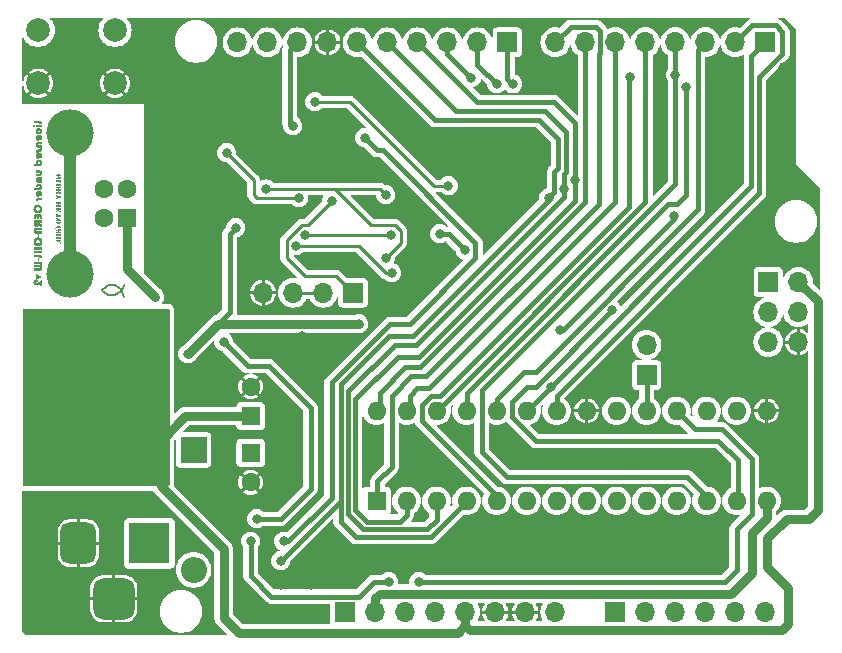
<source format=gbr>
%TF.GenerationSoftware,KiCad,Pcbnew,8.0.4*%
%TF.CreationDate,2024-10-26T11:38:59+11:00*%
%TF.ProjectId,INK-128DA28,494e4b2d-3132-4384-9441-32382e6b6963,1.1*%
%TF.SameCoordinates,Original*%
%TF.FileFunction,Copper,L2,Bot*%
%TF.FilePolarity,Positive*%
%FSLAX46Y46*%
G04 Gerber Fmt 4.6, Leading zero omitted, Abs format (unit mm)*
G04 Created by KiCad (PCBNEW 8.0.4) date 2024-10-26 11:38:59*
%MOMM*%
%LPD*%
G01*
G04 APERTURE LIST*
G04 Aperture macros list*
%AMRoundRect*
0 Rectangle with rounded corners*
0 $1 Rounding radius*
0 $2 $3 $4 $5 $6 $7 $8 $9 X,Y pos of 4 corners*
0 Add a 4 corners polygon primitive as box body*
4,1,4,$2,$3,$4,$5,$6,$7,$8,$9,$2,$3,0*
0 Add four circle primitives for the rounded corners*
1,1,$1+$1,$2,$3*
1,1,$1+$1,$4,$5*
1,1,$1+$1,$6,$7*
1,1,$1+$1,$8,$9*
0 Add four rect primitives between the rounded corners*
20,1,$1+$1,$2,$3,$4,$5,0*
20,1,$1+$1,$4,$5,$6,$7,0*
20,1,$1+$1,$6,$7,$8,$9,0*
20,1,$1+$1,$8,$9,$2,$3,0*%
G04 Aperture macros list end*
%TA.AperFunction,NonConductor*%
%ADD10C,0.200000*%
%TD*%
%ADD11C,0.125000*%
%TA.AperFunction,NonConductor*%
%ADD12C,0.125000*%
%TD*%
%TA.AperFunction,ComponentPad*%
%ADD13R,1.600000X1.600000*%
%TD*%
%TA.AperFunction,ComponentPad*%
%ADD14C,1.600000*%
%TD*%
%TA.AperFunction,ComponentPad*%
%ADD15O,1.600000X1.600000*%
%TD*%
%TA.AperFunction,ComponentPad*%
%ADD16R,1.700000X1.700000*%
%TD*%
%TA.AperFunction,ComponentPad*%
%ADD17O,1.700000X1.700000*%
%TD*%
%TA.AperFunction,ComponentPad*%
%ADD18C,2.000000*%
%TD*%
%TA.AperFunction,ComponentPad*%
%ADD19C,4.000000*%
%TD*%
%TA.AperFunction,ComponentPad*%
%ADD20R,3.500000X3.500000*%
%TD*%
%TA.AperFunction,ComponentPad*%
%ADD21RoundRect,0.750000X-0.750000X-1.000000X0.750000X-1.000000X0.750000X1.000000X-0.750000X1.000000X0*%
%TD*%
%TA.AperFunction,ComponentPad*%
%ADD22RoundRect,0.875000X-0.875000X-0.875000X0.875000X-0.875000X0.875000X0.875000X-0.875000X0.875000X0*%
%TD*%
%TA.AperFunction,ComponentPad*%
%ADD23R,2.200000X2.200000*%
%TD*%
%TA.AperFunction,ComponentPad*%
%ADD24O,2.200000X2.200000*%
%TD*%
%TA.AperFunction,ViaPad*%
%ADD25C,0.800000*%
%TD*%
%TA.AperFunction,ViaPad*%
%ADD26C,1.219200*%
%TD*%
%TA.AperFunction,Conductor*%
%ADD27C,1.000000*%
%TD*%
%TA.AperFunction,Conductor*%
%ADD28C,0.750000*%
%TD*%
%TA.AperFunction,Conductor*%
%ADD29C,0.400000*%
%TD*%
%TA.AperFunction,Conductor*%
%ADD30C,0.250000*%
%TD*%
%TA.AperFunction,Conductor*%
%ADD31C,0.800000*%
%TD*%
G04 APERTURE END LIST*
D10*
X89154000Y-115824000D02*
G75*
G02*
X87209260Y-116290516I-1081700J222500D01*
G01*
X87226911Y-116276425D02*
G75*
G02*
X89088321Y-116840000I845389J-563575D01*
G01*
D11*
D12*
G36*
X81453356Y-101910236D02*
G01*
X81453356Y-102130971D01*
X81875958Y-102130971D01*
X81912706Y-102134070D01*
X81937324Y-102145076D01*
X81950650Y-102180682D01*
X81951795Y-102202961D01*
X81951795Y-102219631D01*
X82168500Y-102219631D01*
X82168500Y-102158082D01*
X82166085Y-102116059D01*
X82158840Y-102077642D01*
X82146765Y-102042832D01*
X82126572Y-102006778D01*
X82099806Y-101975632D01*
X82067228Y-101950151D01*
X82029602Y-101930928D01*
X81993332Y-101919433D01*
X81953352Y-101912535D01*
X81909663Y-101910236D01*
X81453356Y-101910236D01*
G37*
G36*
X81640935Y-102466194D02*
G01*
X82168500Y-102466194D01*
X82168500Y-102261946D01*
X81640935Y-102261946D01*
X81640935Y-102466194D01*
G37*
G36*
X81406462Y-102364528D02*
G01*
X81413023Y-102401016D01*
X81432705Y-102432513D01*
X81436321Y-102436336D01*
X81466556Y-102458162D01*
X81504132Y-102466714D01*
X81506662Y-102466744D01*
X81543942Y-102460424D01*
X81576165Y-102439754D01*
X81577920Y-102437984D01*
X81598803Y-102405240D01*
X81605737Y-102367306D01*
X81605764Y-102364528D01*
X81599646Y-102326127D01*
X81579633Y-102292885D01*
X81577920Y-102291072D01*
X81546184Y-102269502D01*
X81509361Y-102262341D01*
X81506662Y-102262312D01*
X81468744Y-102269869D01*
X81438186Y-102290678D01*
X81436321Y-102292538D01*
X81414889Y-102323501D01*
X81406578Y-102359374D01*
X81406462Y-102364528D01*
G37*
G36*
X81919372Y-102882934D02*
G01*
X81911861Y-103084617D01*
X81948493Y-103080166D01*
X81989417Y-103070481D01*
X82027031Y-103056055D01*
X82061335Y-103036890D01*
X82092328Y-103012984D01*
X82106584Y-102999254D01*
X82131610Y-102969506D01*
X82151458Y-102937413D01*
X82166128Y-102902976D01*
X82175621Y-102866195D01*
X82179936Y-102827070D01*
X82180223Y-102813508D01*
X82177370Y-102771356D01*
X82168811Y-102731728D01*
X82154547Y-102694625D01*
X82134576Y-102660047D01*
X82108900Y-102627993D01*
X82099073Y-102617869D01*
X82067361Y-102590789D01*
X82033085Y-102569311D01*
X81996246Y-102553437D01*
X81956844Y-102543165D01*
X81914879Y-102538496D01*
X81900321Y-102538185D01*
X81859489Y-102541018D01*
X81820937Y-102549519D01*
X81784665Y-102563687D01*
X81750672Y-102583522D01*
X81718960Y-102609025D01*
X81708896Y-102618785D01*
X81681815Y-102650131D01*
X81660338Y-102683717D01*
X81644463Y-102719545D01*
X81634192Y-102757614D01*
X81629523Y-102797924D01*
X81629211Y-102811859D01*
X81632209Y-102853862D01*
X81641203Y-102893639D01*
X81656192Y-102931189D01*
X81677176Y-102966513D01*
X81691860Y-102985699D01*
X81721240Y-103015972D01*
X81754566Y-103040917D01*
X81791836Y-103060531D01*
X81826921Y-103073102D01*
X81858372Y-103080587D01*
X81866066Y-102875240D01*
X81839112Y-102849287D01*
X81828513Y-102814423D01*
X81838557Y-102777886D01*
X81849763Y-102764598D01*
X81882382Y-102747475D01*
X81903435Y-102745181D01*
X81940501Y-102753266D01*
X81958756Y-102765880D01*
X81978302Y-102797549D01*
X81980921Y-102817538D01*
X81967397Y-102854259D01*
X81937103Y-102875927D01*
X81919372Y-102882934D01*
G37*
G36*
X81945750Y-103669151D02*
G01*
X81945750Y-103367084D01*
X81909868Y-103359661D01*
X81897939Y-103359024D01*
X81860692Y-103363757D01*
X81840237Y-103370015D01*
X81840237Y-103465086D01*
X81806577Y-103448342D01*
X81793526Y-103413566D01*
X81793342Y-103407567D01*
X81804648Y-103370931D01*
X81822285Y-103353345D01*
X81855579Y-103337408D01*
X81891848Y-103332179D01*
X81897573Y-103332096D01*
X81936332Y-103336023D01*
X81971526Y-103350128D01*
X81975242Y-103352613D01*
X81999561Y-103381173D01*
X82004368Y-103405552D01*
X81991509Y-103441676D01*
X81974510Y-103461606D01*
X82114278Y-103579392D01*
X82136689Y-103547761D01*
X82154463Y-103515241D01*
X82169340Y-103476178D01*
X82177905Y-103435905D01*
X82180223Y-103400423D01*
X82177448Y-103357911D01*
X82169121Y-103318025D01*
X82155242Y-103280768D01*
X82135813Y-103246138D01*
X82110832Y-103214135D01*
X82101272Y-103204052D01*
X82070276Y-103177034D01*
X82036640Y-103155606D01*
X82000363Y-103139768D01*
X81961446Y-103129520D01*
X81919889Y-103124861D01*
X81905450Y-103124551D01*
X81863229Y-103127372D01*
X81823533Y-103135834D01*
X81786362Y-103149937D01*
X81751714Y-103169682D01*
X81719592Y-103195069D01*
X81709445Y-103204785D01*
X81682178Y-103236216D01*
X81660553Y-103270198D01*
X81644569Y-103306730D01*
X81634226Y-103345812D01*
X81629525Y-103387444D01*
X81629211Y-103401889D01*
X81631993Y-103443403D01*
X81640340Y-103482354D01*
X81654250Y-103518742D01*
X81673725Y-103552567D01*
X81698763Y-103583829D01*
X81708346Y-103593680D01*
X81739309Y-103620138D01*
X81772849Y-103641122D01*
X81808964Y-103656631D01*
X81847656Y-103666667D01*
X81888923Y-103671229D01*
X81903252Y-103671533D01*
X81940147Y-103669577D01*
X81945750Y-103669151D01*
G37*
G36*
X82168500Y-104204409D02*
G01*
X82168500Y-103999978D01*
X81871378Y-103999978D01*
X81835588Y-103989129D01*
X81828513Y-103969204D01*
X81852625Y-103940868D01*
X81871378Y-103938979D01*
X82168500Y-103938979D01*
X82168500Y-103734730D01*
X81874859Y-103734730D01*
X81837187Y-103737126D01*
X81796118Y-103745977D01*
X81758151Y-103761349D01*
X81723288Y-103783243D01*
X81700286Y-103802874D01*
X81672592Y-103834151D01*
X81651700Y-103868355D01*
X81637610Y-103905488D01*
X81630322Y-103945547D01*
X81629211Y-103969753D01*
X81632116Y-104010566D01*
X81640829Y-104048235D01*
X81655351Y-104082762D01*
X81675682Y-104114146D01*
X81701822Y-104142388D01*
X81711826Y-104151103D01*
X81742421Y-104171874D01*
X81777783Y-104187543D01*
X81817915Y-104198111D01*
X81856108Y-104203108D01*
X81890612Y-104204409D01*
X82168500Y-104204409D01*
G37*
G36*
X81652659Y-104635437D02*
G01*
X81867531Y-104635437D01*
X81870874Y-104598938D01*
X81880904Y-104577735D01*
X81914983Y-104563264D01*
X81936408Y-104560332D01*
X81980986Y-104553773D01*
X82021298Y-104542794D01*
X82057343Y-104527397D01*
X82089122Y-104507582D01*
X82116634Y-104483348D01*
X82139879Y-104454695D01*
X82147983Y-104441997D01*
X82163568Y-104407256D01*
X82173139Y-104370293D01*
X82178208Y-104333255D01*
X82180192Y-104291834D01*
X82180223Y-104285559D01*
X82180223Y-104252770D01*
X81969197Y-104252770D01*
X81969197Y-104267424D01*
X81964801Y-104304931D01*
X81951612Y-104329523D01*
X81918238Y-104346410D01*
X81887498Y-104350772D01*
X81850656Y-104353222D01*
X81812781Y-104357508D01*
X81775024Y-104365793D01*
X81742051Y-104382417D01*
X81713501Y-104406204D01*
X81709445Y-104410306D01*
X81684601Y-104442226D01*
X81666855Y-104479732D01*
X81657151Y-104517134D01*
X81652880Y-104558813D01*
X81652659Y-104571506D01*
X81652659Y-104635437D01*
G37*
G36*
X81945750Y-105200554D02*
G01*
X81945750Y-104898487D01*
X81909868Y-104891064D01*
X81897939Y-104890427D01*
X81860692Y-104895160D01*
X81840237Y-104901418D01*
X81840237Y-104996489D01*
X81806577Y-104979745D01*
X81793526Y-104944969D01*
X81793342Y-104938970D01*
X81804648Y-104902333D01*
X81822285Y-104884748D01*
X81855579Y-104868811D01*
X81891848Y-104863582D01*
X81897573Y-104863499D01*
X81936332Y-104867426D01*
X81971526Y-104881531D01*
X81975242Y-104884015D01*
X81999561Y-104912576D01*
X82004368Y-104936955D01*
X81991509Y-104973079D01*
X81974510Y-104993009D01*
X82114278Y-105110795D01*
X82136689Y-105079164D01*
X82154463Y-105046644D01*
X82169340Y-105007581D01*
X82177905Y-104967308D01*
X82180223Y-104931826D01*
X82177448Y-104889313D01*
X82169121Y-104849428D01*
X82155242Y-104812171D01*
X82135813Y-104777541D01*
X82110832Y-104745538D01*
X82101272Y-104735454D01*
X82070276Y-104708437D01*
X82036640Y-104687009D01*
X82000363Y-104671170D01*
X81961446Y-104660922D01*
X81919889Y-104656264D01*
X81905450Y-104655953D01*
X81863229Y-104658774D01*
X81823533Y-104667236D01*
X81786362Y-104681340D01*
X81751714Y-104701085D01*
X81719592Y-104726471D01*
X81709445Y-104736187D01*
X81682178Y-104767619D01*
X81660553Y-104801600D01*
X81644569Y-104838132D01*
X81634226Y-104877215D01*
X81629525Y-104918847D01*
X81629211Y-104933291D01*
X81631993Y-104974806D01*
X81640340Y-105013757D01*
X81654250Y-105050145D01*
X81673725Y-105083970D01*
X81698763Y-105115232D01*
X81708346Y-105125083D01*
X81739309Y-105151541D01*
X81772849Y-105172524D01*
X81808964Y-105188034D01*
X81847656Y-105198070D01*
X81888923Y-105202631D01*
X81903252Y-105202935D01*
X81940147Y-105200980D01*
X81945750Y-105200554D01*
G37*
G36*
X81453356Y-105582306D02*
G01*
X81453356Y-105786737D01*
X81886399Y-105786737D01*
X81923195Y-105785198D01*
X81964445Y-105779291D01*
X82002527Y-105768952D01*
X82037440Y-105754183D01*
X82069185Y-105734984D01*
X82083869Y-105723722D01*
X82112182Y-105696344D01*
X82136165Y-105664335D01*
X82154211Y-105631215D01*
X82167928Y-105595895D01*
X82176565Y-105560003D01*
X82180122Y-105523538D01*
X82180223Y-105516177D01*
X82177422Y-105473439D01*
X82169018Y-105433290D01*
X82155011Y-105395729D01*
X82135401Y-105360758D01*
X82110188Y-105328376D01*
X82100539Y-105318157D01*
X82069326Y-105290828D01*
X82035589Y-105269153D01*
X81999328Y-105253132D01*
X81960542Y-105242766D01*
X81919232Y-105238054D01*
X81904900Y-105237740D01*
X81863929Y-105240554D01*
X81825096Y-105248997D01*
X81788401Y-105263068D01*
X81753844Y-105282768D01*
X81721425Y-105308097D01*
X81711094Y-105317790D01*
X81683266Y-105348846D01*
X81661197Y-105381976D01*
X81644884Y-105417179D01*
X81634329Y-105454456D01*
X81629531Y-105493806D01*
X81629211Y-105507384D01*
X81631956Y-105544040D01*
X81634524Y-105564720D01*
X81869546Y-105564720D01*
X81841496Y-105538559D01*
X81828513Y-105511414D01*
X81840153Y-105476227D01*
X81851045Y-105464519D01*
X81884798Y-105447073D01*
X81905816Y-105444736D01*
X81942662Y-105453571D01*
X81958939Y-105465252D01*
X81978774Y-105497099D01*
X81980921Y-105513979D01*
X81970975Y-105550010D01*
X81941136Y-105572697D01*
X81902943Y-105581238D01*
X81879072Y-105582306D01*
X81453356Y-105582306D01*
G37*
G36*
X81652659Y-106135882D02*
G01*
X81652659Y-106340130D01*
X81947399Y-106340130D01*
X81983984Y-106349867D01*
X81992645Y-106370905D01*
X81967194Y-106399241D01*
X81947399Y-106401130D01*
X81652659Y-106401130D01*
X81652659Y-106605561D01*
X81943735Y-106605561D01*
X81981750Y-106603165D01*
X82023220Y-106594315D01*
X82061587Y-106578942D01*
X82096851Y-106557048D01*
X82120139Y-106537417D01*
X82148119Y-106506140D01*
X82169227Y-106471936D01*
X82183462Y-106434804D01*
X82190825Y-106394744D01*
X82191947Y-106370538D01*
X82189010Y-106329893D01*
X82180200Y-106292314D01*
X82165517Y-106257800D01*
X82144961Y-106226351D01*
X82118531Y-106197968D01*
X82108416Y-106189188D01*
X82077510Y-106168417D01*
X82041853Y-106152748D01*
X82001445Y-106142181D01*
X81963028Y-106137183D01*
X81928348Y-106135882D01*
X81652659Y-106135882D01*
G37*
G36*
X82168500Y-107172693D02*
G01*
X82168500Y-106968262D01*
X81871378Y-106968262D01*
X81835588Y-106957412D01*
X81828513Y-106937487D01*
X81852625Y-106909151D01*
X81871378Y-106907262D01*
X82168500Y-106907262D01*
X82168500Y-106703014D01*
X81874859Y-106703014D01*
X81837187Y-106705409D01*
X81796118Y-106714260D01*
X81758151Y-106729632D01*
X81723288Y-106751526D01*
X81700286Y-106771158D01*
X81672592Y-106802434D01*
X81651700Y-106836639D01*
X81637610Y-106873771D01*
X81630322Y-106913831D01*
X81629211Y-106938036D01*
X81632116Y-106978849D01*
X81640829Y-107016519D01*
X81655351Y-107051046D01*
X81675682Y-107082430D01*
X81701822Y-107110671D01*
X81711826Y-107119387D01*
X81742421Y-107140157D01*
X81777783Y-107155826D01*
X81817915Y-107166394D01*
X81856108Y-107171391D01*
X81890612Y-107172693D01*
X82168500Y-107172693D01*
G37*
G36*
X81453356Y-107586318D02*
G01*
X81453356Y-107790749D01*
X81886399Y-107790749D01*
X81923195Y-107789211D01*
X81964445Y-107783303D01*
X82002527Y-107772965D01*
X82037440Y-107758196D01*
X82069185Y-107738996D01*
X82083869Y-107727735D01*
X82112182Y-107700357D01*
X82136165Y-107668347D01*
X82154211Y-107635228D01*
X82167928Y-107599908D01*
X82176565Y-107564016D01*
X82180122Y-107527551D01*
X82180223Y-107520189D01*
X82177422Y-107477451D01*
X82169018Y-107437302D01*
X82155011Y-107399742D01*
X82135401Y-107364771D01*
X82110188Y-107332388D01*
X82100539Y-107322169D01*
X82069326Y-107294840D01*
X82035589Y-107273165D01*
X81999328Y-107257145D01*
X81960542Y-107246779D01*
X81919232Y-107242067D01*
X81904900Y-107241752D01*
X81863929Y-107244567D01*
X81825096Y-107253010D01*
X81788401Y-107267081D01*
X81753844Y-107286781D01*
X81721425Y-107312109D01*
X81711094Y-107321803D01*
X81683266Y-107352859D01*
X81661197Y-107385988D01*
X81644884Y-107421192D01*
X81634329Y-107458468D01*
X81629531Y-107497819D01*
X81629211Y-107511397D01*
X81631956Y-107548052D01*
X81634524Y-107568733D01*
X81869546Y-107568733D01*
X81841496Y-107542571D01*
X81828513Y-107515427D01*
X81840153Y-107480240D01*
X81851045Y-107468532D01*
X81884798Y-107451086D01*
X81905816Y-107448748D01*
X81942662Y-107457584D01*
X81958939Y-107469265D01*
X81978774Y-107501111D01*
X81980921Y-107517991D01*
X81970975Y-107554023D01*
X81941136Y-107576710D01*
X81902943Y-107585250D01*
X81879072Y-107586318D01*
X81453356Y-107586318D01*
G37*
G36*
X81945750Y-108393785D02*
G01*
X81945750Y-108091718D01*
X81909868Y-108084295D01*
X81897939Y-108083658D01*
X81860692Y-108088391D01*
X81840237Y-108094648D01*
X81840237Y-108189720D01*
X81806577Y-108172976D01*
X81793526Y-108138200D01*
X81793342Y-108132201D01*
X81804648Y-108095564D01*
X81822285Y-108077979D01*
X81855579Y-108062042D01*
X81891848Y-108056813D01*
X81897573Y-108056730D01*
X81936332Y-108060657D01*
X81971526Y-108074762D01*
X81975242Y-108077246D01*
X81999561Y-108105807D01*
X82004368Y-108130186D01*
X81991509Y-108166310D01*
X81974510Y-108186240D01*
X82114278Y-108304026D01*
X82136689Y-108272395D01*
X82154463Y-108239875D01*
X82169340Y-108200812D01*
X82177905Y-108160539D01*
X82180223Y-108125057D01*
X82177448Y-108082544D01*
X82169121Y-108042659D01*
X82155242Y-108005402D01*
X82135813Y-107970772D01*
X82110832Y-107938769D01*
X82101272Y-107928685D01*
X82070276Y-107901668D01*
X82036640Y-107880240D01*
X82000363Y-107864401D01*
X81961446Y-107854153D01*
X81919889Y-107849495D01*
X81905450Y-107849184D01*
X81863229Y-107852005D01*
X81823533Y-107860467D01*
X81786362Y-107874571D01*
X81751714Y-107894316D01*
X81719592Y-107919702D01*
X81709445Y-107929418D01*
X81682178Y-107960850D01*
X81660553Y-107994831D01*
X81644569Y-108031363D01*
X81634226Y-108070446D01*
X81629525Y-108112078D01*
X81629211Y-108126522D01*
X81631993Y-108168037D01*
X81640340Y-108206988D01*
X81654250Y-108243376D01*
X81673725Y-108277201D01*
X81698763Y-108308463D01*
X81708346Y-108318314D01*
X81739309Y-108344772D01*
X81772849Y-108365755D01*
X81808964Y-108381265D01*
X81847656Y-108391301D01*
X81888923Y-108395862D01*
X81903252Y-108396166D01*
X81940147Y-108394210D01*
X81945750Y-108393785D01*
G37*
G36*
X81636722Y-108752822D02*
G01*
X81860021Y-108752822D01*
X81842169Y-108720771D01*
X81840237Y-108710324D01*
X81857303Y-108676795D01*
X81895531Y-108664753D01*
X81917906Y-108663612D01*
X82168500Y-108663612D01*
X82168500Y-108459364D01*
X81880537Y-108459364D01*
X81839283Y-108461560D01*
X81801248Y-108468148D01*
X81760944Y-108481386D01*
X81725023Y-108500601D01*
X81697721Y-108521829D01*
X81671027Y-108551139D01*
X81650888Y-108584410D01*
X81637307Y-108621644D01*
X81630282Y-108662839D01*
X81629211Y-108688159D01*
X81632446Y-108726503D01*
X81636722Y-108752822D01*
G37*
G36*
X81811478Y-109548382D02*
G01*
X81817523Y-109779375D01*
X81861661Y-109772525D01*
X81903126Y-109763335D01*
X81941918Y-109751803D01*
X81978036Y-109737930D01*
X82011481Y-109721715D01*
X82049528Y-109698155D01*
X82083398Y-109670936D01*
X82095776Y-109659024D01*
X82123482Y-109627064D01*
X82146491Y-109592205D01*
X82164805Y-109554449D01*
X82178423Y-109513795D01*
X82187345Y-109470243D01*
X82191102Y-109433314D01*
X82191947Y-109404401D01*
X82190272Y-109365323D01*
X82185249Y-109327865D01*
X82176877Y-109292027D01*
X82161703Y-109249508D01*
X82141296Y-109209520D01*
X82115657Y-109172063D01*
X82091378Y-109143921D01*
X82084785Y-109137138D01*
X82057193Y-109111936D01*
X82020450Y-109085159D01*
X81981201Y-109063633D01*
X81939449Y-109047356D01*
X81895192Y-109036331D01*
X81857983Y-109031290D01*
X81819171Y-109029610D01*
X81780033Y-109031322D01*
X81742487Y-109036457D01*
X81706531Y-109045015D01*
X81663825Y-109060526D01*
X81623606Y-109081386D01*
X81593220Y-109101926D01*
X81564426Y-109125888D01*
X81550626Y-109139153D01*
X81525081Y-109167380D01*
X81502942Y-109197199D01*
X81480057Y-109236710D01*
X81462495Y-109278708D01*
X81452277Y-109314096D01*
X81445465Y-109351076D01*
X81442059Y-109389647D01*
X81441633Y-109409530D01*
X81443261Y-109448190D01*
X81448147Y-109485218D01*
X81458835Y-109529210D01*
X81474612Y-109570652D01*
X81495478Y-109609545D01*
X81521434Y-109645889D01*
X81545863Y-109673129D01*
X81575131Y-109699213D01*
X81608804Y-109722373D01*
X81646881Y-109742610D01*
X81681977Y-109757240D01*
X81720133Y-109769841D01*
X81752859Y-109778459D01*
X81768979Y-109543070D01*
X81733433Y-109526753D01*
X81701257Y-109502068D01*
X81679091Y-109471299D01*
X81666936Y-109434448D01*
X81664382Y-109404401D01*
X81668640Y-109366301D01*
X81683158Y-109329474D01*
X81707980Y-109297972D01*
X81737589Y-109275947D01*
X81771922Y-109262080D01*
X81810977Y-109256370D01*
X81819354Y-109256206D01*
X81857798Y-109260214D01*
X81895002Y-109273878D01*
X81926882Y-109297239D01*
X81950974Y-109328129D01*
X81965065Y-109364128D01*
X81969197Y-109401287D01*
X81965387Y-109438606D01*
X81952394Y-109473832D01*
X81930180Y-109502953D01*
X81898549Y-109525429D01*
X81861455Y-109539625D01*
X81821279Y-109547324D01*
X81811478Y-109548382D01*
G37*
G36*
X81723001Y-110248321D02*
G01*
X81887132Y-110248321D01*
X81887132Y-110105988D01*
X81895009Y-110070451D01*
X81922303Y-110060742D01*
X81951062Y-110070451D01*
X81957374Y-110106836D01*
X81957474Y-110115147D01*
X81957474Y-110261693D01*
X82168500Y-110261693D01*
X82168500Y-110091517D01*
X82166490Y-110049142D01*
X82160462Y-110010631D01*
X82148351Y-109970585D01*
X82130770Y-109935798D01*
X82111347Y-109910167D01*
X82083941Y-109885613D01*
X82051731Y-109867090D01*
X82014718Y-109854598D01*
X81972901Y-109848137D01*
X81946849Y-109847152D01*
X81668595Y-109847152D01*
X81631875Y-109849251D01*
X81593103Y-109857008D01*
X81558715Y-109870479D01*
X81524780Y-109892873D01*
X81509960Y-109906869D01*
X81485196Y-109939705D01*
X81469331Y-109973319D01*
X81458884Y-110011492D01*
X81454241Y-110047839D01*
X81453356Y-110073931D01*
X81453356Y-110261693D01*
X81664382Y-110261693D01*
X81664382Y-110122475D01*
X81671526Y-110086205D01*
X81692959Y-110074115D01*
X81716406Y-110084922D01*
X81722943Y-110121361D01*
X81723001Y-110127054D01*
X81723001Y-110248321D01*
G37*
G36*
X81652659Y-110587941D02*
G01*
X82168500Y-110587941D01*
X82168500Y-110367023D01*
X81453356Y-110367023D01*
X81453356Y-110641430D01*
X81454868Y-110679054D01*
X81460673Y-110720613D01*
X81470831Y-110758257D01*
X81485342Y-110791985D01*
X81507774Y-110826386D01*
X81515272Y-110835236D01*
X81542683Y-110861507D01*
X81577967Y-110885287D01*
X81616809Y-110901669D01*
X81652936Y-110909822D01*
X81691676Y-110912539D01*
X81731242Y-110909306D01*
X81768192Y-110899608D01*
X81802528Y-110883443D01*
X81834249Y-110860813D01*
X81863356Y-110831717D01*
X81872477Y-110820582D01*
X82168500Y-110942764D01*
X82168500Y-110710673D01*
X81935675Y-110607175D01*
X81746448Y-110607175D01*
X81746448Y-110629523D01*
X81739390Y-110666136D01*
X81708020Y-110688668D01*
X81696256Y-110689607D01*
X81663558Y-110672021D01*
X81653340Y-110635751D01*
X81652659Y-110619265D01*
X81652659Y-110587941D01*
G37*
G36*
X82168500Y-110980683D02*
G01*
X81704133Y-110980683D01*
X81661206Y-110983272D01*
X81621589Y-110991039D01*
X81585283Y-111003983D01*
X81552286Y-111022105D01*
X81522600Y-111045405D01*
X81513440Y-111054322D01*
X81489037Y-111083631D01*
X81469683Y-111116327D01*
X81455377Y-111152410D01*
X81446121Y-111191881D01*
X81441913Y-111234739D01*
X81441633Y-111249778D01*
X81443341Y-111286397D01*
X81449901Y-111326668D01*
X81461382Y-111362934D01*
X81480994Y-111400182D01*
X81507303Y-111431977D01*
X81511608Y-111436074D01*
X81545026Y-111461341D01*
X81578261Y-111478059D01*
X81615733Y-111490218D01*
X81657443Y-111497817D01*
X81695438Y-111500667D01*
X81711460Y-111500920D01*
X82168500Y-111500920D01*
X82168500Y-111280003D01*
X81711460Y-111280003D01*
X81676152Y-111269973D01*
X81664382Y-111239886D01*
X81682772Y-111206827D01*
X81711460Y-111201418D01*
X82168500Y-111201418D01*
X82168500Y-110980683D01*
G37*
G36*
X81781619Y-111789249D02*
G01*
X81934026Y-111789249D01*
X81934026Y-111542136D01*
X81781619Y-111542136D01*
X81781619Y-111789249D01*
G37*
G36*
X81826271Y-111804377D02*
G01*
X81864045Y-111806953D01*
X81900405Y-111812964D01*
X81943867Y-111825307D01*
X81985120Y-111843017D01*
X82024163Y-111866094D01*
X82053807Y-111888419D01*
X82082038Y-111914179D01*
X82088800Y-111921093D01*
X82113701Y-111949635D01*
X82135168Y-111979597D01*
X82157171Y-112019045D01*
X82173807Y-112060712D01*
X82185077Y-112104597D01*
X82190229Y-112141302D01*
X82191947Y-112179427D01*
X82191840Y-112189158D01*
X82189277Y-112227164D01*
X82183296Y-112263699D01*
X82171015Y-112307299D01*
X82153393Y-112348600D01*
X82130432Y-112387602D01*
X82108218Y-112417149D01*
X82082587Y-112445224D01*
X82075695Y-112451964D01*
X82047210Y-112476782D01*
X82017260Y-112498177D01*
X81977761Y-112520107D01*
X81935973Y-112536688D01*
X81891894Y-112547921D01*
X81854983Y-112553056D01*
X81816607Y-112554767D01*
X81778774Y-112553070D01*
X81733399Y-112546175D01*
X81690152Y-112533975D01*
X81649035Y-112516472D01*
X81610046Y-112493664D01*
X81580388Y-112471600D01*
X81552092Y-112446140D01*
X81526203Y-112418308D01*
X81503766Y-112389125D01*
X81480574Y-112350746D01*
X81462775Y-112310256D01*
X81450370Y-112267656D01*
X81443359Y-112222944D01*
X81441633Y-112185655D01*
X81441835Y-112179427D01*
X81664382Y-112179427D01*
X81664426Y-112183323D01*
X81669642Y-112220203D01*
X81685422Y-112256391D01*
X81708896Y-112285306D01*
X81711685Y-112287977D01*
X81741645Y-112310023D01*
X81778941Y-112324481D01*
X81816790Y-112328720D01*
X81820744Y-112328678D01*
X81858239Y-112323590D01*
X81895186Y-112308200D01*
X81924867Y-112285306D01*
X81927595Y-112282585D01*
X81950106Y-112253290D01*
X81964868Y-112216686D01*
X81969197Y-112179427D01*
X81969154Y-112175609D01*
X81963937Y-112139294D01*
X81948158Y-112103274D01*
X81924684Y-112074097D01*
X81921872Y-112071404D01*
X81891769Y-112049171D01*
X81854482Y-112034592D01*
X81816790Y-112030317D01*
X81812858Y-112030359D01*
X81775549Y-112035468D01*
X81738724Y-112050923D01*
X81709079Y-112073914D01*
X81706329Y-112076657D01*
X81683631Y-112106052D01*
X81668747Y-112142519D01*
X81664382Y-112179427D01*
X81441835Y-112179427D01*
X81442591Y-112156102D01*
X81446848Y-112118040D01*
X81454512Y-112081512D01*
X81465582Y-112046519D01*
X81484208Y-112004934D01*
X81502942Y-111973393D01*
X81525081Y-111943385D01*
X81550626Y-111914912D01*
X81557474Y-111908105D01*
X81585810Y-111883038D01*
X81615657Y-111861428D01*
X81655091Y-111839278D01*
X81696887Y-111822530D01*
X81741044Y-111811185D01*
X81778070Y-111805999D01*
X81816607Y-111804270D01*
X81826271Y-111804377D01*
G37*
G36*
X81699553Y-112916185D02*
G01*
X81898855Y-112916185D01*
X81898855Y-112857934D01*
X82168500Y-112857934D01*
X82168500Y-112637016D01*
X81453356Y-112637016D01*
X81453356Y-112857934D01*
X81699553Y-112857934D01*
X81699553Y-112916185D01*
G37*
G36*
X81453356Y-113160917D02*
G01*
X82168500Y-113160917D01*
X82168500Y-112939999D01*
X81453356Y-112939999D01*
X81453356Y-113160917D01*
G37*
G36*
X81453356Y-113271925D02*
G01*
X81453356Y-113492660D01*
X81875958Y-113492660D01*
X81912706Y-113495759D01*
X81937324Y-113506765D01*
X81950650Y-113542371D01*
X81951795Y-113564650D01*
X81951795Y-113581320D01*
X82168500Y-113581320D01*
X82168500Y-113519771D01*
X82166085Y-113477747D01*
X82158840Y-113439331D01*
X82146765Y-113404520D01*
X82126572Y-113368466D01*
X82099806Y-113337321D01*
X82067228Y-113311840D01*
X82029602Y-113292617D01*
X81993332Y-113281121D01*
X81953352Y-113274224D01*
X81909663Y-113271925D01*
X81453356Y-113271925D01*
G37*
G36*
X81781619Y-113814511D02*
G01*
X81934026Y-113814511D01*
X81934026Y-113567398D01*
X81781619Y-113567398D01*
X81781619Y-113814511D01*
G37*
G36*
X81453356Y-114613551D02*
G01*
X81964984Y-114613551D01*
X82007060Y-114610737D01*
X82045612Y-114602296D01*
X82080641Y-114588227D01*
X82112145Y-114568531D01*
X82128566Y-114554750D01*
X82153262Y-114527367D01*
X82174059Y-114492016D01*
X82186933Y-114452337D01*
X82191699Y-114414068D01*
X82191947Y-114402525D01*
X82188431Y-114362320D01*
X82177882Y-114326198D01*
X82156687Y-114289217D01*
X82130901Y-114261941D01*
X82098083Y-114238749D01*
X82091929Y-114235280D01*
X82123180Y-114212698D01*
X82150704Y-114185100D01*
X82166851Y-114162374D01*
X82182144Y-114128181D01*
X82189962Y-114092041D01*
X82191947Y-114059059D01*
X82188914Y-114018526D01*
X82179815Y-113982358D01*
X82161989Y-113946368D01*
X82136241Y-113916080D01*
X82128566Y-113909399D01*
X82093406Y-113886639D01*
X82057101Y-113872058D01*
X82015623Y-113862456D01*
X81975955Y-113858188D01*
X81947399Y-113857375D01*
X81453356Y-113857375D01*
X81453356Y-114078110D01*
X81915708Y-114078110D01*
X81952755Y-114080286D01*
X81960038Y-114082323D01*
X81969197Y-114099542D01*
X81938786Y-114123437D01*
X81919372Y-114124638D01*
X81453356Y-114124638D01*
X81453356Y-114345556D01*
X81915708Y-114345556D01*
X81953043Y-114348132D01*
X81959489Y-114350135D01*
X81969197Y-114367538D01*
X81939110Y-114391065D01*
X81915708Y-114392633D01*
X81453356Y-114392633D01*
X81453356Y-114613551D01*
G37*
G36*
X81640935Y-115372475D02*
G01*
X82197076Y-115123530D01*
X81640935Y-114877517D01*
X81640935Y-115074437D01*
X81770445Y-115125179D01*
X81640935Y-115180866D01*
X81640935Y-115372475D01*
G37*
G36*
X81957474Y-115880439D02*
G01*
X82168500Y-115880439D01*
X82168500Y-115410393D01*
X81743883Y-115640653D01*
X81729595Y-115648347D01*
X81699553Y-115656957D01*
X81667817Y-115636610D01*
X81664382Y-115613909D01*
X81675373Y-115584600D01*
X81700836Y-115572326D01*
X81733122Y-115591409D01*
X81734175Y-115592660D01*
X81908015Y-115497222D01*
X81884880Y-115464120D01*
X81859167Y-115436119D01*
X81827572Y-115410989D01*
X81814042Y-115402700D01*
X81778472Y-115386278D01*
X81740683Y-115375938D01*
X81700677Y-115371680D01*
X81692409Y-115371559D01*
X81654709Y-115374135D01*
X81613364Y-115383652D01*
X81574858Y-115400181D01*
X81539192Y-115423723D01*
X81515455Y-115444832D01*
X81490367Y-115473447D01*
X81467658Y-115509533D01*
X81452014Y-115548530D01*
X81443435Y-115590437D01*
X81441633Y-115622152D01*
X81444209Y-115660206D01*
X81451937Y-115696057D01*
X81467464Y-115735100D01*
X81490004Y-115771146D01*
X81514906Y-115799655D01*
X81543422Y-115824495D01*
X81579491Y-115846978D01*
X81618575Y-115862467D01*
X81654476Y-115870176D01*
X81692592Y-115872745D01*
X81729304Y-115870115D01*
X81767744Y-115861148D01*
X81804150Y-115845817D01*
X81957474Y-115766866D01*
X81957474Y-115880439D01*
G37*
D11*
D12*
G36*
X83303956Y-106639933D02*
G01*
X83349752Y-106639933D01*
X83363632Y-106618195D01*
X83386818Y-106610120D01*
X83396036Y-106609647D01*
X83714528Y-106609647D01*
X83739260Y-106613458D01*
X83741029Y-106614288D01*
X83754096Y-106633705D01*
X83799525Y-106633705D01*
X83797693Y-106609036D01*
X83791057Y-106585202D01*
X83790732Y-106584246D01*
X83780442Y-106559797D01*
X83767035Y-106536993D01*
X83752142Y-106517690D01*
X83734971Y-106500156D01*
X83715820Y-106484650D01*
X83694690Y-106471171D01*
X83690226Y-106468719D01*
X83664668Y-106457156D01*
X83641197Y-106449505D01*
X83616285Y-106443941D01*
X83589929Y-106440463D01*
X83562131Y-106439072D01*
X83557358Y-106439043D01*
X83530181Y-106439975D01*
X83504155Y-106442770D01*
X83479280Y-106447428D01*
X83455555Y-106453950D01*
X83429330Y-106463913D01*
X83425711Y-106465544D01*
X83401679Y-106478290D01*
X83380020Y-106493233D01*
X83360734Y-106510373D01*
X83343819Y-106529711D01*
X83335219Y-106541748D01*
X83322276Y-106563930D01*
X83312390Y-106587245D01*
X83307498Y-106603419D01*
X83304236Y-106627911D01*
X83303956Y-106639933D01*
G37*
G36*
X83349752Y-106660327D02*
G01*
X83303834Y-106660327D01*
X83307600Y-106685879D01*
X83313406Y-106712232D01*
X83320816Y-106735548D01*
X83331067Y-106758147D01*
X83336685Y-106772679D01*
X83334364Y-106778663D01*
X83317634Y-106789654D01*
X83305422Y-106808461D01*
X83311772Y-106824825D01*
X83331189Y-106829832D01*
X83467355Y-106829832D01*
X83491372Y-106824761D01*
X83500816Y-106806751D01*
X83494466Y-106789776D01*
X83471507Y-106779884D01*
X83447340Y-106771663D01*
X83425711Y-106761688D01*
X83403592Y-106749565D01*
X83384556Y-106736409D01*
X83366763Y-106718224D01*
X83359521Y-106706123D01*
X83352189Y-106681907D01*
X83349752Y-106660327D01*
G37*
G36*
X83731015Y-106823360D02*
G01*
X83747819Y-106803675D01*
X83760568Y-106784891D01*
X83773452Y-106762421D01*
X83783283Y-106741172D01*
X83790892Y-106717316D01*
X83795006Y-106699406D01*
X83798660Y-106674140D01*
X83799525Y-106655076D01*
X83753729Y-106655076D01*
X83747745Y-106671685D01*
X83739441Y-106678890D01*
X83715126Y-106684258D01*
X83714162Y-106684263D01*
X83615976Y-106684263D01*
X83599490Y-106679989D01*
X83596315Y-106676448D01*
X83592651Y-106661671D01*
X83576205Y-106642818D01*
X83569937Y-106642131D01*
X83553328Y-106651290D01*
X83547716Y-106675569D01*
X83547711Y-106676570D01*
X83547711Y-106687927D01*
X83547711Y-106813590D01*
X83552840Y-106838014D01*
X83570547Y-106845708D01*
X83583248Y-106842655D01*
X83593384Y-106831908D01*
X83600711Y-106824703D01*
X83613900Y-106823360D01*
X83731015Y-106823360D01*
G37*
G36*
X83790000Y-107082257D02*
G01*
X83790000Y-106925575D01*
X83790000Y-106916660D01*
X83784504Y-106895045D01*
X83768384Y-106886985D01*
X83747488Y-106900525D01*
X83746402Y-106903471D01*
X83742128Y-106915806D01*
X83739197Y-106918614D01*
X83724176Y-106922034D01*
X83381259Y-106922034D01*
X83365505Y-106918614D01*
X83362697Y-106915683D01*
X83358178Y-106903471D01*
X83339585Y-106887242D01*
X83335464Y-106886985D01*
X83318977Y-106895045D01*
X83313237Y-106916660D01*
X83313237Y-106925575D01*
X83313237Y-107078715D01*
X83313237Y-107090439D01*
X83318122Y-107114131D01*
X83336196Y-107124877D01*
X83357089Y-107111978D01*
X83359277Y-107105338D01*
X83363185Y-107090439D01*
X83366605Y-107086409D01*
X83383702Y-107082257D01*
X83790000Y-107082257D01*
G37*
G36*
X83790000Y-107102285D02*
G01*
X83743960Y-107102285D01*
X83738310Y-107126670D01*
X83736755Y-107131228D01*
X83726252Y-107149057D01*
X83708145Y-107166383D01*
X83695722Y-107174703D01*
X83673591Y-107185919D01*
X83652002Y-107193754D01*
X83628842Y-107202499D01*
X83625136Y-107204867D01*
X83618053Y-107221231D01*
X83628066Y-107238695D01*
X83645163Y-107241259D01*
X83790000Y-107241259D01*
X83790000Y-107102285D01*
G37*
G36*
X83348408Y-107448133D02*
G01*
X83360498Y-107426678D01*
X83365261Y-107422609D01*
X83388964Y-107416295D01*
X83394937Y-107416137D01*
X83700973Y-107416137D01*
X83725397Y-107418060D01*
X83741029Y-107423831D01*
X83753898Y-107444744D01*
X83754829Y-107448133D01*
X83799891Y-107448133D01*
X83796683Y-107423276D01*
X83789906Y-107395329D01*
X83779934Y-107369435D01*
X83766767Y-107345593D01*
X83750407Y-107323803D01*
X83741029Y-107313677D01*
X83718516Y-107294046D01*
X83693416Y-107277742D01*
X83665727Y-107264765D01*
X83641713Y-107256780D01*
X83616043Y-107250924D01*
X83588716Y-107247197D01*
X83559734Y-107245600D01*
X83552229Y-107245533D01*
X83526284Y-107246392D01*
X83501449Y-107248969D01*
X83474426Y-107254018D01*
X83448853Y-107261311D01*
X83442686Y-107263485D01*
X83419117Y-107273553D01*
X83397379Y-107285803D01*
X83377473Y-107300236D01*
X83359399Y-107316852D01*
X83342835Y-107335843D01*
X83328154Y-107357744D01*
X83319466Y-107374982D01*
X83310782Y-107399923D01*
X83305748Y-107425411D01*
X83303712Y-107448133D01*
X83348408Y-107448133D01*
G37*
G36*
X83348408Y-107468527D02*
G01*
X83303712Y-107468527D01*
X83306090Y-107493681D01*
X83311378Y-107518982D01*
X83319466Y-107541800D01*
X83331493Y-107564703D01*
X83347057Y-107586336D01*
X83359399Y-107600052D01*
X83377639Y-107616767D01*
X83397555Y-107631254D01*
X83419145Y-107643512D01*
X83442411Y-107653541D01*
X83467353Y-107661342D01*
X83493970Y-107666913D01*
X83522262Y-107670256D01*
X83552229Y-107671371D01*
X83581626Y-107670308D01*
X83609367Y-107667119D01*
X83635451Y-107661805D01*
X83659879Y-107654365D01*
X83682651Y-107644800D01*
X83708787Y-107629854D01*
X83732334Y-107611586D01*
X83741029Y-107603349D01*
X83759098Y-107582572D01*
X83773921Y-107559717D01*
X83785499Y-107534785D01*
X83793831Y-107507774D01*
X83798295Y-107483678D01*
X83799891Y-107468527D01*
X83754829Y-107468527D01*
X83749333Y-107484036D01*
X83741029Y-107492096D01*
X83716534Y-107499920D01*
X83700973Y-107500767D01*
X83394937Y-107500767D01*
X83370651Y-107496681D01*
X83367337Y-107495027D01*
X83356957Y-107486235D01*
X83348408Y-107468527D01*
G37*
G36*
X83313237Y-107899005D02*
G01*
X83721489Y-107899005D01*
X83737976Y-107903157D01*
X83741273Y-107907065D01*
X83745303Y-107922086D01*
X83761439Y-107940939D01*
X83767773Y-107941625D01*
X83785359Y-107930879D01*
X83790000Y-107907187D01*
X83790000Y-107895464D01*
X83790000Y-107742323D01*
X83790000Y-107733408D01*
X83784504Y-107711793D01*
X83768384Y-107703733D01*
X83747488Y-107717273D01*
X83746402Y-107720219D01*
X83742128Y-107732554D01*
X83739197Y-107735362D01*
X83724176Y-107738782D01*
X83381259Y-107738782D01*
X83365505Y-107735362D01*
X83362697Y-107732431D01*
X83358178Y-107720219D01*
X83339585Y-107703991D01*
X83335464Y-107703733D01*
X83318977Y-107711793D01*
X83313237Y-107733408D01*
X83313237Y-107742323D01*
X83313237Y-107899005D01*
G37*
G36*
X83557114Y-108018440D02*
G01*
X83562859Y-108043094D01*
X83565296Y-108050558D01*
X83575434Y-108073011D01*
X83581416Y-108082187D01*
X83598664Y-108099719D01*
X83607916Y-108105512D01*
X83631158Y-108113047D01*
X83640767Y-108113695D01*
X83711109Y-108113695D01*
X83719658Y-108116992D01*
X83718558Y-108119312D01*
X83712330Y-108123709D01*
X83696352Y-108142398D01*
X83696210Y-108144469D01*
X83703660Y-108159002D01*
X83718803Y-108165963D01*
X83742926Y-108157828D01*
X83746891Y-108155338D01*
X83766470Y-108139237D01*
X83775467Y-108129082D01*
X83788691Y-108107777D01*
X83792564Y-108097330D01*
X83797195Y-108072366D01*
X83797815Y-108057274D01*
X83795719Y-108032441D01*
X83788473Y-108008632D01*
X83774524Y-107987043D01*
X83771315Y-107983635D01*
X83750686Y-107968548D01*
X83725237Y-107959723D01*
X83700831Y-107957161D01*
X83697920Y-107957135D01*
X83640767Y-107957135D01*
X83619152Y-107956769D01*
X83597536Y-107947976D01*
X83585834Y-107925948D01*
X83584713Y-107918667D01*
X83541360Y-107918667D01*
X83534843Y-107942757D01*
X83532323Y-107946510D01*
X83519867Y-107954815D01*
X83498129Y-107957135D01*
X83404340Y-107957135D01*
X83379977Y-107952807D01*
X83374542Y-107949441D01*
X83361257Y-107927846D01*
X83358178Y-107918300D01*
X83313237Y-107918300D01*
X83313237Y-107931123D01*
X83313569Y-107956144D01*
X83314817Y-107982254D01*
X83316046Y-107996458D01*
X83320361Y-108021168D01*
X83329433Y-108046367D01*
X83343035Y-108069487D01*
X83361521Y-108089896D01*
X83383518Y-108104474D01*
X83409026Y-108113221D01*
X83434226Y-108116091D01*
X83438046Y-108116137D01*
X83464986Y-108113664D01*
X83489068Y-108106245D01*
X83510289Y-108093880D01*
X83520844Y-108084874D01*
X83536587Y-108065615D01*
X83543070Y-108054099D01*
X83552975Y-108030918D01*
X83557114Y-108018440D01*
G37*
G36*
X83572013Y-108454780D02*
G01*
X83721489Y-108454780D01*
X83737976Y-108458932D01*
X83741273Y-108462840D01*
X83745303Y-108477861D01*
X83761439Y-108496713D01*
X83767773Y-108497400D01*
X83786092Y-108486165D01*
X83790000Y-108462962D01*
X83790000Y-108451238D01*
X83790000Y-108298098D01*
X83790000Y-108286741D01*
X83785359Y-108262927D01*
X83767773Y-108252180D01*
X83746979Y-108266091D01*
X83745303Y-108271720D01*
X83741273Y-108286618D01*
X83738098Y-108290160D01*
X83721489Y-108294434D01*
X83607062Y-108294434D01*
X83374542Y-108197592D01*
X83357445Y-108183670D01*
X83346943Y-108170603D01*
X83335097Y-108167428D01*
X83314967Y-108182885D01*
X83313237Y-108197348D01*
X83313237Y-108365753D01*
X83317023Y-108386392D01*
X83334853Y-108396772D01*
X83355369Y-108384926D01*
X83361598Y-108375034D01*
X83369780Y-108371004D01*
X83385167Y-108374424D01*
X83572013Y-108454780D01*
G37*
G36*
X83550275Y-108464183D02*
G01*
X83496053Y-108440736D01*
X83412522Y-108477494D01*
X83387657Y-108481630D01*
X83385533Y-108481646D01*
X83364094Y-108469720D01*
X83360254Y-108462107D01*
X83350484Y-108444888D01*
X83336685Y-108440491D01*
X83319344Y-108448063D01*
X83314459Y-108458688D01*
X83313237Y-108477616D01*
X83313237Y-108562491D01*
X83321461Y-108585841D01*
X83336563Y-108590457D01*
X83349630Y-108586427D01*
X83358911Y-108572383D01*
X83371547Y-108551372D01*
X83373321Y-108549546D01*
X83393337Y-108535201D01*
X83397501Y-108533060D01*
X83415209Y-108525244D01*
X83550275Y-108464183D01*
G37*
G36*
X83313237Y-108981001D02*
G01*
X83790000Y-108981001D01*
X83790000Y-108824319D01*
X83790000Y-108815404D01*
X83784504Y-108793789D01*
X83768384Y-108785729D01*
X83747488Y-108799269D01*
X83746402Y-108802215D01*
X83742128Y-108814549D01*
X83739197Y-108817358D01*
X83724176Y-108820778D01*
X83381259Y-108820778D01*
X83365505Y-108817358D01*
X83362697Y-108814427D01*
X83358178Y-108802215D01*
X83339585Y-108785986D01*
X83335464Y-108785729D01*
X83318977Y-108793789D01*
X83313237Y-108815404D01*
X83313237Y-108824319D01*
X83313237Y-108981001D01*
G37*
G36*
X83545146Y-109102634D02*
G01*
X83551571Y-109126565D01*
X83553695Y-109132798D01*
X83563761Y-109155671D01*
X83568593Y-109163695D01*
X83585024Y-109183639D01*
X83605695Y-109198592D01*
X83608771Y-109200209D01*
X83633301Y-109209325D01*
X83658519Y-109212798D01*
X83664214Y-109212909D01*
X83689286Y-109210765D01*
X83714835Y-109203062D01*
X83737070Y-109189756D01*
X83755993Y-109170848D01*
X83758126Y-109168091D01*
X83771526Y-109147114D01*
X83780953Y-109124360D01*
X83782916Y-109117533D01*
X83787502Y-109092387D01*
X83789557Y-109066860D01*
X83790000Y-109045847D01*
X83790000Y-109001029D01*
X83746402Y-109001029D01*
X83742494Y-109024965D01*
X83733702Y-109037665D01*
X83709958Y-109047224D01*
X83696821Y-109048046D01*
X83620251Y-109048046D01*
X83595651Y-109045524D01*
X83595094Y-109045359D01*
X83579096Y-109035467D01*
X83571036Y-109023988D01*
X83566517Y-109002128D01*
X83524019Y-109002128D01*
X83520722Y-109024354D01*
X83513639Y-109035956D01*
X83501549Y-109044260D01*
X83487993Y-109048046D01*
X83469431Y-109048046D01*
X83407149Y-109048046D01*
X83388953Y-109045115D01*
X83374176Y-109038276D01*
X83363674Y-109024842D01*
X83358422Y-109001029D01*
X83313237Y-109001029D01*
X83313237Y-109044504D01*
X83314414Y-109073049D01*
X83317943Y-109098966D01*
X83325034Y-109125882D01*
X83335327Y-109149222D01*
X83346699Y-109166381D01*
X83365004Y-109184618D01*
X83384190Y-109196301D01*
X83408511Y-109204400D01*
X83431573Y-109206681D01*
X83456028Y-109204056D01*
X83479078Y-109196179D01*
X83500626Y-109182642D01*
X83516203Y-109166748D01*
X83529909Y-109145758D01*
X83534766Y-109134996D01*
X83542992Y-109111069D01*
X83545146Y-109102634D01*
G37*
G36*
X83313237Y-109449459D02*
G01*
X83790000Y-109449459D01*
X83790000Y-109292777D01*
X83790000Y-109283862D01*
X83784504Y-109262247D01*
X83768384Y-109254187D01*
X83747488Y-109267727D01*
X83746402Y-109270673D01*
X83742128Y-109283007D01*
X83739197Y-109285816D01*
X83724176Y-109289235D01*
X83381259Y-109289235D01*
X83365505Y-109285816D01*
X83362697Y-109282885D01*
X83358178Y-109270673D01*
X83339585Y-109254444D01*
X83335464Y-109254187D01*
X83318977Y-109262247D01*
X83313237Y-109283862D01*
X83313237Y-109292777D01*
X83313237Y-109449459D01*
G37*
G36*
X83313237Y-109472295D02*
G01*
X83313237Y-109618475D01*
X83441953Y-109618475D01*
X83456852Y-109613224D01*
X83461737Y-109597348D01*
X83457829Y-109583914D01*
X83443541Y-109576221D01*
X83419664Y-109566104D01*
X83398521Y-109551907D01*
X83386022Y-109539096D01*
X83372507Y-109516347D01*
X83365070Y-109492407D01*
X83361964Y-109472295D01*
X83313237Y-109472295D01*
G37*
G36*
X83572257Y-109470586D02*
G01*
X83527438Y-109470586D01*
X83514113Y-109491514D01*
X83504846Y-109500872D01*
X83482139Y-109512160D01*
X83474071Y-109514305D01*
X83452578Y-109522487D01*
X83446106Y-109537997D01*
X83458928Y-109556681D01*
X83483588Y-109559365D01*
X83484818Y-109559368D01*
X83614389Y-109559368D01*
X83638926Y-109556002D01*
X83641133Y-109554972D01*
X83649316Y-109538607D01*
X83643332Y-109523709D01*
X83624769Y-109515282D01*
X83600929Y-109507018D01*
X83589232Y-109499528D01*
X83575104Y-109479447D01*
X83572257Y-109470586D01*
G37*
G36*
X83790000Y-109472540D02*
G01*
X83745181Y-109472540D01*
X83740128Y-109497325D01*
X83735289Y-109511741D01*
X83722558Y-109533058D01*
X83716727Y-109540195D01*
X83698330Y-109557706D01*
X83690959Y-109562909D01*
X83668500Y-109574317D01*
X83655544Y-109579274D01*
X83638569Y-109588311D01*
X83633684Y-109602110D01*
X83640767Y-109618475D01*
X83663360Y-109623237D01*
X83790000Y-109623237D01*
X83790000Y-109472540D01*
G37*
G36*
X83313237Y-110104274D02*
G01*
X83721489Y-110104274D01*
X83737976Y-110108426D01*
X83741273Y-110112334D01*
X83745303Y-110127233D01*
X83761439Y-110146085D01*
X83767773Y-110146772D01*
X83785359Y-110136025D01*
X83790000Y-110111967D01*
X83790000Y-110100610D01*
X83790000Y-109947470D01*
X83790000Y-109936113D01*
X83785277Y-109912005D01*
X83784626Y-109910833D01*
X83767773Y-109901674D01*
X83746979Y-109915585D01*
X83745303Y-109921214D01*
X83741273Y-109936113D01*
X83738098Y-109939654D01*
X83721489Y-109943928D01*
X83313237Y-109943928D01*
X83313237Y-110104274D01*
G37*
G36*
X83313237Y-110223098D02*
G01*
X83459905Y-110223098D01*
X83478101Y-110216259D01*
X83485184Y-110198918D01*
X83478468Y-110182065D01*
X83460516Y-110173394D01*
X83439511Y-110169975D01*
X83415580Y-110164296D01*
X83392873Y-110154799D01*
X83385533Y-110150558D01*
X83367192Y-110132835D01*
X83361964Y-110124912D01*
X83313237Y-110124912D01*
X83313237Y-110223098D01*
G37*
G36*
X83313237Y-109825715D02*
G01*
X83313237Y-109923900D01*
X83362086Y-109923900D01*
X83377419Y-109904380D01*
X83385533Y-109898255D01*
X83408767Y-109886872D01*
X83433745Y-109879880D01*
X83439511Y-109878838D01*
X83460516Y-109875418D01*
X83478468Y-109866748D01*
X83485184Y-109849895D01*
X83478101Y-109832431D01*
X83459905Y-109825715D01*
X83313237Y-109825715D01*
G37*
G36*
X83348408Y-110443527D02*
G01*
X83360498Y-110422072D01*
X83365261Y-110418004D01*
X83388964Y-110411689D01*
X83394937Y-110411531D01*
X83700973Y-110411531D01*
X83725397Y-110413455D01*
X83741029Y-110419225D01*
X83753898Y-110440139D01*
X83754829Y-110443527D01*
X83799891Y-110443527D01*
X83796683Y-110418670D01*
X83789906Y-110390724D01*
X83779934Y-110364829D01*
X83766767Y-110340987D01*
X83750407Y-110319197D01*
X83741029Y-110309071D01*
X83718516Y-110289440D01*
X83693416Y-110273136D01*
X83665727Y-110260160D01*
X83641713Y-110252174D01*
X83616043Y-110246318D01*
X83588716Y-110242591D01*
X83559734Y-110240994D01*
X83552229Y-110240928D01*
X83526284Y-110241787D01*
X83501449Y-110244364D01*
X83474426Y-110249413D01*
X83448853Y-110256706D01*
X83442686Y-110258879D01*
X83419117Y-110268947D01*
X83397379Y-110281197D01*
X83377473Y-110295630D01*
X83359399Y-110312247D01*
X83342835Y-110331237D01*
X83328154Y-110353139D01*
X83319466Y-110370376D01*
X83310782Y-110395318D01*
X83305748Y-110420806D01*
X83303712Y-110443527D01*
X83348408Y-110443527D01*
G37*
G36*
X83348408Y-110463921D02*
G01*
X83303712Y-110463921D01*
X83306090Y-110489075D01*
X83311378Y-110514376D01*
X83319466Y-110537194D01*
X83331493Y-110560098D01*
X83347057Y-110581730D01*
X83359399Y-110595446D01*
X83377639Y-110612161D01*
X83397555Y-110626648D01*
X83419145Y-110638906D01*
X83442411Y-110648935D01*
X83467353Y-110656736D01*
X83493970Y-110662308D01*
X83522262Y-110665651D01*
X83552229Y-110666765D01*
X83581626Y-110665702D01*
X83609367Y-110662514D01*
X83635451Y-110657199D01*
X83659879Y-110649760D01*
X83682651Y-110640194D01*
X83708787Y-110625248D01*
X83732334Y-110606980D01*
X83741029Y-110598743D01*
X83759098Y-110577967D01*
X83773921Y-110555112D01*
X83785499Y-110530179D01*
X83793831Y-110503168D01*
X83798295Y-110479072D01*
X83799891Y-110463921D01*
X83754829Y-110463921D01*
X83749333Y-110479431D01*
X83741029Y-110487491D01*
X83716534Y-110495315D01*
X83700973Y-110496161D01*
X83394937Y-110496161D01*
X83370651Y-110492075D01*
X83367337Y-110490422D01*
X83356957Y-110481629D01*
X83348408Y-110463921D01*
G37*
G36*
X83303956Y-111060729D02*
G01*
X83349752Y-111060729D01*
X83363632Y-111038990D01*
X83386818Y-111030916D01*
X83396036Y-111030443D01*
X83714528Y-111030443D01*
X83739260Y-111034254D01*
X83741029Y-111035083D01*
X83754096Y-111054501D01*
X83799525Y-111054501D01*
X83797693Y-111029832D01*
X83791057Y-111005997D01*
X83790732Y-111005041D01*
X83780442Y-110980592D01*
X83767035Y-110957788D01*
X83752142Y-110938485D01*
X83734971Y-110920952D01*
X83715820Y-110905446D01*
X83694690Y-110891967D01*
X83690226Y-110889515D01*
X83664668Y-110877951D01*
X83641197Y-110870301D01*
X83616285Y-110864737D01*
X83589929Y-110861259D01*
X83562131Y-110859868D01*
X83557358Y-110859839D01*
X83530181Y-110860771D01*
X83504155Y-110863566D01*
X83479280Y-110868224D01*
X83455555Y-110874745D01*
X83429330Y-110884709D01*
X83425711Y-110886339D01*
X83401679Y-110899085D01*
X83380020Y-110914028D01*
X83360734Y-110931169D01*
X83343819Y-110950507D01*
X83335219Y-110962543D01*
X83322276Y-110984725D01*
X83312390Y-111008041D01*
X83307498Y-111024214D01*
X83304236Y-111048706D01*
X83303956Y-111060729D01*
G37*
G36*
X83349752Y-111081123D02*
G01*
X83303834Y-111081123D01*
X83307600Y-111106674D01*
X83313406Y-111133028D01*
X83320816Y-111156343D01*
X83331067Y-111178942D01*
X83336685Y-111193475D01*
X83334364Y-111199459D01*
X83317634Y-111210450D01*
X83305422Y-111229256D01*
X83311772Y-111245621D01*
X83331189Y-111250628D01*
X83467355Y-111250628D01*
X83491372Y-111245556D01*
X83500816Y-111227547D01*
X83494466Y-111210572D01*
X83471507Y-111200680D01*
X83447340Y-111192458D01*
X83425711Y-111182484D01*
X83403592Y-111170361D01*
X83384556Y-111157205D01*
X83366763Y-111139020D01*
X83359521Y-111126919D01*
X83352189Y-111102703D01*
X83349752Y-111081123D01*
G37*
G36*
X83731015Y-111244155D02*
G01*
X83747819Y-111224470D01*
X83760568Y-111205687D01*
X83773452Y-111183217D01*
X83783283Y-111161967D01*
X83790892Y-111138112D01*
X83795006Y-111120202D01*
X83798660Y-111094936D01*
X83799525Y-111075872D01*
X83753729Y-111075872D01*
X83747745Y-111092480D01*
X83739441Y-111099685D01*
X83715126Y-111105054D01*
X83714162Y-111105059D01*
X83615976Y-111105059D01*
X83599490Y-111100785D01*
X83596315Y-111097243D01*
X83592651Y-111082466D01*
X83576205Y-111063614D01*
X83569937Y-111062927D01*
X83553328Y-111072086D01*
X83547716Y-111096364D01*
X83547711Y-111097365D01*
X83547711Y-111108722D01*
X83547711Y-111234385D01*
X83552840Y-111258810D01*
X83570547Y-111266503D01*
X83583248Y-111263450D01*
X83593384Y-111252704D01*
X83600711Y-111245498D01*
X83613900Y-111244155D01*
X83731015Y-111244155D01*
G37*
G36*
X83348408Y-111496214D02*
G01*
X83360498Y-111474759D01*
X83365261Y-111470690D01*
X83388964Y-111464376D01*
X83394937Y-111464218D01*
X83700973Y-111464218D01*
X83725397Y-111466141D01*
X83741029Y-111471912D01*
X83753898Y-111492825D01*
X83754829Y-111496214D01*
X83799891Y-111496214D01*
X83796683Y-111471357D01*
X83789906Y-111443410D01*
X83779934Y-111417516D01*
X83766767Y-111393674D01*
X83750407Y-111371884D01*
X83741029Y-111361758D01*
X83718516Y-111342127D01*
X83693416Y-111325823D01*
X83665727Y-111312846D01*
X83641713Y-111304861D01*
X83616043Y-111299005D01*
X83588716Y-111295278D01*
X83559734Y-111293681D01*
X83552229Y-111293614D01*
X83526284Y-111294473D01*
X83501449Y-111297050D01*
X83474426Y-111302099D01*
X83448853Y-111309392D01*
X83442686Y-111311566D01*
X83419117Y-111321634D01*
X83397379Y-111333884D01*
X83377473Y-111348317D01*
X83359399Y-111364933D01*
X83342835Y-111383924D01*
X83328154Y-111405825D01*
X83319466Y-111423063D01*
X83310782Y-111448004D01*
X83305748Y-111473492D01*
X83303712Y-111496214D01*
X83348408Y-111496214D01*
G37*
G36*
X83348408Y-111516608D02*
G01*
X83303712Y-111516608D01*
X83306090Y-111541762D01*
X83311378Y-111567063D01*
X83319466Y-111589881D01*
X83331493Y-111612784D01*
X83347057Y-111634417D01*
X83359399Y-111648133D01*
X83377639Y-111664848D01*
X83397555Y-111679335D01*
X83419145Y-111691593D01*
X83442411Y-111701622D01*
X83467353Y-111709422D01*
X83493970Y-111714994D01*
X83522262Y-111718337D01*
X83552229Y-111719452D01*
X83581626Y-111718389D01*
X83609367Y-111715200D01*
X83635451Y-111709886D01*
X83659879Y-111702446D01*
X83682651Y-111692881D01*
X83708787Y-111677935D01*
X83732334Y-111659667D01*
X83741029Y-111651430D01*
X83759098Y-111630653D01*
X83773921Y-111607798D01*
X83785499Y-111582866D01*
X83793831Y-111555855D01*
X83798295Y-111531758D01*
X83799891Y-111516608D01*
X83754829Y-111516608D01*
X83749333Y-111532117D01*
X83741029Y-111540177D01*
X83716534Y-111548001D01*
X83700973Y-111548848D01*
X83394937Y-111548848D01*
X83370651Y-111544762D01*
X83367337Y-111543108D01*
X83356957Y-111534316D01*
X83348408Y-111516608D01*
G37*
G36*
X83313237Y-111947086D02*
G01*
X83790000Y-111947086D01*
X83790000Y-111790404D01*
X83790000Y-111781489D01*
X83784504Y-111759874D01*
X83768384Y-111751814D01*
X83747488Y-111765354D01*
X83746402Y-111768300D01*
X83742128Y-111780635D01*
X83739197Y-111783443D01*
X83724176Y-111786863D01*
X83381259Y-111786863D01*
X83365505Y-111783443D01*
X83362697Y-111780512D01*
X83358178Y-111768300D01*
X83339585Y-111752071D01*
X83335464Y-111751814D01*
X83318977Y-111759874D01*
X83313237Y-111781489D01*
X83313237Y-111790404D01*
X83313237Y-111947086D01*
G37*
G36*
X83688150Y-112008635D02*
G01*
X83416796Y-112008635D01*
X83391699Y-112006224D01*
X83378695Y-112001796D01*
X83365994Y-111992027D01*
X83358422Y-111969923D01*
X83313237Y-111969923D01*
X83313816Y-111995152D01*
X83314581Y-112005094D01*
X83319609Y-112030063D01*
X83329062Y-112054549D01*
X83341179Y-112075908D01*
X83352561Y-112091678D01*
X83369703Y-112111034D01*
X83389258Y-112127704D01*
X83411225Y-112141687D01*
X83435603Y-112152983D01*
X83462065Y-112161959D01*
X83486359Y-112167709D01*
X83511717Y-112171496D01*
X83538138Y-112173319D01*
X83549787Y-112173499D01*
X83575807Y-112172576D01*
X83600746Y-112169807D01*
X83628473Y-112164243D01*
X83654728Y-112156166D01*
X83676060Y-112147243D01*
X83699141Y-112134711D01*
X83719978Y-112119981D01*
X83738571Y-112103055D01*
X83754920Y-112083931D01*
X83763255Y-112072016D01*
X83775621Y-112050389D01*
X83784382Y-112027564D01*
X83788595Y-112002834D01*
X83789950Y-111976717D01*
X83790000Y-111969923D01*
X83746280Y-111969923D01*
X83739197Y-111991660D01*
X83730648Y-112000331D01*
X83714895Y-112006803D01*
X83690344Y-112008628D01*
X83688150Y-112008635D01*
G37*
G36*
X83657131Y-112295010D02*
G01*
X83661666Y-112320434D01*
X83675271Y-112342208D01*
X83677770Y-112344836D01*
X83698943Y-112359737D01*
X83723766Y-112365515D01*
X83727351Y-112365596D01*
X83752836Y-112361034D01*
X83774564Y-112347349D01*
X83777177Y-112344836D01*
X83791991Y-112323548D01*
X83797735Y-112298611D01*
X83797815Y-112295010D01*
X83793280Y-112269411D01*
X83779676Y-112247569D01*
X83777177Y-112244940D01*
X83755950Y-112230039D01*
X83730966Y-112224261D01*
X83727351Y-112224180D01*
X83702042Y-112228741D01*
X83680382Y-112242426D01*
X83677770Y-112244940D01*
X83662956Y-112266282D01*
X83657212Y-112291380D01*
X83657131Y-112295010D01*
G37*
D13*
%TO.P,C10,1*%
%TO.N,+5V*%
X99822000Y-126935113D03*
D14*
%TO.P,C10,2*%
%TO.N,Earth*%
X99822000Y-124435113D03*
%TD*%
D13*
%TO.P,U3,1,PA7*%
%TO.N,Net-(U3-PA7)*%
X110490000Y-134112000D03*
D15*
%TO.P,U3,2,PC0*%
%TO.N,MOSI*%
X113030000Y-134112000D03*
%TO.P,U3,3,PC1*%
%TO.N,MISO*%
X115570000Y-134112000D03*
%TO.P,U3,4,PC2*%
%TO.N,SCK*%
X118110000Y-134112000D03*
%TO.P,U3,5,PC3*%
%TO.N,Net-(U3-PC3)*%
X120650000Y-134112000D03*
%TO.P,U3,6,PD0*%
%TO.N,Net-(U3-PD0)*%
X123190000Y-134112000D03*
%TO.P,U3,7,PD1*%
%TO.N,Net-(U3-PD1)*%
X125730000Y-134112000D03*
%TO.P,U3,8,PD2*%
%TO.N,Net-(U3-PD2)*%
X128270000Y-134112000D03*
%TO.P,U3,9,PD3*%
%TO.N,Net-(U3-PD3)*%
X130810000Y-134112000D03*
%TO.P,U3,10,PD4*%
%TO.N,Net-(U3-PD4)*%
X133350000Y-134112000D03*
%TO.P,U3,11,PD5*%
%TO.N,Net-(U3-PD5)*%
X135890000Y-134112000D03*
%TO.P,U3,12,PD6*%
%TO.N,Net-(U3-PD6)*%
X138430000Y-134112000D03*
%TO.P,U3,13,VREFA/PD7*%
%TO.N,AREF*%
X140970000Y-134112000D03*
%TO.P,U3,14,AVDD*%
%TO.N,VCC*%
X143510000Y-134112000D03*
%TO.P,U3,15,GND*%
%TO.N,Earth*%
X143510000Y-126492000D03*
%TO.P,U3,16,XTAL32K1/PF0*%
%TO.N,Net-(J3-Pin_1)*%
X140970000Y-126492000D03*
%TO.P,U3,17,XTAL32K2/PF1*%
%TO.N,Net-(J4-Pin_1)*%
X138430000Y-126492000D03*
%TO.P,U3,18,~{RESET}/PF6*%
%TO.N,/RESET*%
X135890000Y-126492000D03*
%TO.P,U3,19,UPDI*%
%TO.N,UPDI_C*%
X133350000Y-126492000D03*
%TO.P,U3,20,VDD*%
%TO.N,VCC*%
X130810000Y-126492000D03*
%TO.P,U3,21,GND*%
%TO.N,Earth*%
X128270000Y-126492000D03*
%TO.P,U3,22,PA0*%
%TO.N,Net-(U3-PA0)*%
X125730000Y-126492000D03*
%TO.P,U3,23,PA1*%
%TO.N,Net-(U3-PA1)*%
X123190000Y-126492000D03*
%TO.P,U3,24,PA2*%
%TO.N,/SDA*%
X120650000Y-126492000D03*
%TO.P,U3,25,PA3*%
%TO.N,/SCL*%
X118110000Y-126492000D03*
%TO.P,U3,26,PA4*%
%TO.N,Net-(U3-PA4)*%
X115570000Y-126492000D03*
%TO.P,U3,27,PA5*%
%TO.N,Net-(U3-PA5)*%
X113030000Y-126492000D03*
%TO.P,U3,28,PA6*%
%TO.N,Net-(U3-PA6)*%
X110490000Y-126492000D03*
%TD*%
D16*
%TO.P,J6,1,Pin_1*%
%TO.N,VCC*%
X108500000Y-116490000D03*
D17*
%TO.P,J6,2,Pin_2*%
%TO.N,Net-(J6-Pin_2)*%
X105960000Y-116490000D03*
%TO.P,J6,3,Pin_3*%
X103420000Y-116490000D03*
%TO.P,J6,4,Pin_4*%
%TO.N,Earth*%
X100880000Y-116490000D03*
%TD*%
D18*
%TO.P,SW1,1,3*%
%TO.N,/RESET*%
X81840000Y-94270000D03*
X88340000Y-94270000D03*
%TO.P,SW1,2,4*%
%TO.N,Earth*%
X81840000Y-98770000D03*
X88340000Y-98770000D03*
%TD*%
D13*
%TO.P,J1,1,VBUS*%
%TO.N,Net-(J1-VBUS)*%
X89376000Y-110196000D03*
D14*
%TO.P,J1,2,D-*%
%TO.N,Net-(J1-D-)*%
X89376000Y-107696000D03*
%TO.P,J1,3,D+*%
%TO.N,Net-(J1-D+)*%
X87376000Y-107696000D03*
%TO.P,J1,4,GND*%
%TO.N,Earth*%
X87376000Y-110196000D03*
D19*
%TO.P,J1,5,Shield*%
%TO.N,Net-(J1-Shield)*%
X84516000Y-114946000D03*
X84516000Y-102946000D03*
%TD*%
D16*
%TO.P,AD0,1,1*%
%TO.N,Net-(U3-PD0)*%
X130707607Y-143534607D03*
D17*
%TO.P,AD0,2,2*%
%TO.N,Net-(U3-PD1)*%
X133247607Y-143534607D03*
%TO.P,AD0,3,3*%
%TO.N,Net-(U3-PD2)*%
X135787607Y-143534607D03*
%TO.P,AD0,4,4*%
%TO.N,Net-(U3-PD3)*%
X138327607Y-143534607D03*
%TO.P,AD0,5,5*%
%TO.N,Net-(U3-PD4)*%
X140867607Y-143534607D03*
%TO.P,AD0,6,6*%
%TO.N,Net-(U3-PD5)*%
X143407607Y-143534607D03*
%TD*%
D16*
%TO.P,J8,1,Pin_1*%
%TO.N,UPDI_C*%
X133350000Y-123444000D03*
D17*
%TO.P,J8,2,Pin_2*%
%TO.N,UPDI*%
X133350000Y-120904000D03*
%TD*%
D20*
%TO.P,J2,1*%
%TO.N,VIN*%
X91241607Y-137692607D03*
D21*
%TO.P,J2,2*%
%TO.N,Earth*%
X85241607Y-137692607D03*
D22*
%TO.P,J2,3*%
X88241607Y-142392607D03*
%TD*%
D23*
%TO.P,D5,1,K*%
%TO.N,Net-(D5-K)*%
X94996000Y-129794000D03*
D24*
%TO.P,D5,2,A*%
%TO.N,VIN*%
X94996000Y-139954000D03*
%TD*%
D16*
%TO.P,POWER0,1,1*%
%TO.N,unconnected-(POWER0-Pad1)*%
X107845000Y-143525000D03*
D17*
%TO.P,POWER0,2,2*%
%TO.N,VCC*%
X110385000Y-143525000D03*
%TO.P,POWER0,3,3*%
%TO.N,/RESET*%
X112925000Y-143525000D03*
%TO.P,POWER0,4,4*%
%TO.N,+3.3V*%
X115465000Y-143525000D03*
%TO.P,POWER0,5,5*%
%TO.N,+5V*%
X118005000Y-143525000D03*
%TO.P,POWER0,6,6*%
%TO.N,Earth*%
X120545000Y-143525000D03*
%TO.P,POWER0,7,7*%
X123085000Y-143525000D03*
%TO.P,POWER0,8,8*%
%TO.N,VIN*%
X125625000Y-143525000D03*
%TD*%
D16*
%TO.P,IOH0,1,1*%
%TO.N,Net-(U3-PD6)*%
X121570000Y-95280000D03*
D17*
%TO.P,IOH0,2,2*%
%TO.N,Net-(JP2-C)*%
X119030000Y-95280000D03*
%TO.P,IOH0,3,3*%
%TO.N,Net-(U3-PC3)*%
X116490000Y-95280000D03*
%TO.P,IOH0,4,4*%
%TO.N,MOSI*%
X113950000Y-95280000D03*
%TO.P,IOH0,5,5*%
%TO.N,MISO*%
X111410000Y-95280000D03*
%TO.P,IOH0,6,6*%
%TO.N,SCK*%
X108870000Y-95280000D03*
%TO.P,IOH0,7,7*%
%TO.N,Earth*%
X106330000Y-95280000D03*
%TO.P,IOH0,8,8*%
%TO.N,Net-(JP5-A)*%
X103790000Y-95280000D03*
%TO.P,IOH0,9,9*%
%TO.N,/SDA*%
X101250000Y-95280000D03*
%TO.P,IOH0,10,10*%
%TO.N,/SCL*%
X98710000Y-95280000D03*
%TD*%
D13*
%TO.P,C9,1*%
%TO.N,Net-(D5-K)*%
X99822000Y-130048000D03*
D14*
%TO.P,C9,2*%
%TO.N,Earth*%
X99822000Y-132548000D03*
%TD*%
D16*
%TO.P,ICSP0,1,1*%
%TO.N,MISO*%
X143660000Y-115590000D03*
D17*
%TO.P,ICSP0,2,2*%
%TO.N,+5V*%
X146200000Y-115590000D03*
%TO.P,ICSP0,3,3*%
%TO.N,SCK*%
X143660000Y-118130000D03*
%TO.P,ICSP0,4,4*%
%TO.N,MOSI*%
X146200000Y-118130000D03*
%TO.P,ICSP0,5,5*%
%TO.N,/RESET*%
X143660000Y-120670000D03*
%TO.P,ICSP0,6,6*%
%TO.N,Earth*%
X146200000Y-120670000D03*
%TD*%
D16*
%TO.P,IOL0,1,1*%
%TO.N,Net-(U3-PA1)*%
X143407607Y-95274607D03*
D17*
%TO.P,IOL0,2,2*%
%TO.N,Net-(U3-PA0)*%
X140867607Y-95274607D03*
%TO.P,IOL0,3,3*%
%TO.N,/SDA*%
X138327607Y-95274607D03*
%TO.P,IOL0,4,4*%
%TO.N,/SCL*%
X135787607Y-95274607D03*
%TO.P,IOL0,5,5*%
%TO.N,Net-(U3-PA4)*%
X133247607Y-95274607D03*
%TO.P,IOL0,6,6*%
%TO.N,Net-(U3-PA5)*%
X130707607Y-95274607D03*
%TO.P,IOL0,7,7*%
%TO.N,Net-(U3-PA6)*%
X128167607Y-95274607D03*
%TO.P,IOL0,8,8*%
%TO.N,Net-(U3-PA7)*%
X125627607Y-95274607D03*
%TD*%
D25*
%TO.N,Earth*%
X107696000Y-140716000D03*
D26*
X118618000Y-138938000D03*
X134540000Y-105860000D03*
D25*
X139446000Y-115570000D03*
D26*
X104394000Y-123190000D03*
D25*
X104902000Y-141224000D03*
X101346000Y-138176000D03*
X117094000Y-108966000D03*
D26*
X137650000Y-130900000D03*
X121920000Y-109474000D03*
X109728000Y-106426000D03*
D25*
X94140000Y-111470000D03*
X96774000Y-111506000D03*
X118872000Y-110744000D03*
X102362000Y-141224000D03*
X104394000Y-113538000D03*
D26*
X100584000Y-98552000D03*
X102108000Y-133858000D03*
X145034000Y-97536000D03*
X95250000Y-99060000D03*
X114046000Y-131572000D03*
D25*
X100860000Y-106430000D03*
X127000000Y-100076000D03*
D26*
X145034000Y-104394000D03*
X143170000Y-129150000D03*
X98044000Y-109474000D03*
X123595607Y-95274607D03*
X136906000Y-121920000D03*
X107696000Y-99060000D03*
X139740000Y-105230000D03*
X102362000Y-128270000D03*
X110490000Y-130302000D03*
D25*
X104140000Y-120142000D03*
X126880000Y-139690000D03*
D26*
X113792000Y-109728000D03*
X111760000Y-117348000D03*
D25*
%TO.N,+3.3V*%
X98552000Y-110998000D03*
X108966000Y-119126000D03*
X111506000Y-140970000D03*
X94488000Y-121666000D03*
X99822000Y-137541000D03*
%TO.N,VCC*%
X135636000Y-109982000D03*
X125984000Y-119634000D03*
X106680000Y-108712000D03*
%TO.N,Net-(U2-~{RTS})*%
X101089000Y-107699000D03*
X111252000Y-108204000D03*
X111252000Y-113538000D03*
%TO.N,/RESET*%
X116570000Y-107430000D03*
X105260000Y-100330000D03*
X114046000Y-140970000D03*
%TO.N,+5V*%
X85598000Y-129032000D03*
X83312000Y-125984000D03*
X81280000Y-129032000D03*
X83312000Y-132080000D03*
X87884000Y-119380000D03*
X87630000Y-132080000D03*
X87630000Y-125984000D03*
%TO.N,AREF*%
X130410000Y-117940000D03*
%TO.N,Net-(J1-VBUS)*%
X91694000Y-116840000D03*
%TO.N,MISO*%
X126350000Y-107700000D03*
%TO.N,SCK*%
X125070000Y-108440000D03*
X102362000Y-139192000D03*
%TO.N,MOSI*%
X127254000Y-106934000D03*
%TO.N,/SCL*%
X135787607Y-98044000D03*
%TO.N,Net-(U3-PA1)*%
X125222000Y-124460000D03*
%TO.N,Net-(JP5-A)*%
X103378000Y-102362000D03*
%TO.N,Net-(Q1-G)*%
X100330000Y-135636000D03*
X97536000Y-120650000D03*
%TO.N,Net-(U1B--)*%
X109474000Y-103378000D03*
X102616000Y-137541000D03*
%TO.N,Net-(U2-TNOW)*%
X103886000Y-108458000D03*
X97790000Y-104648000D03*
%TO.N,Net-(U3-PD6)*%
X136652000Y-99080000D03*
X122000000Y-98810000D03*
%TO.N,Net-(D8-A)*%
X111730000Y-111640000D03*
X104394000Y-111640000D03*
%TO.N,UPDI*%
X115824000Y-111506000D03*
X117983000Y-112903000D03*
%TO.N,RX*%
X103632000Y-112522000D03*
X111760000Y-114808000D03*
%TO.N,Net-(JP2-C)*%
X120650000Y-98806000D03*
%TO.N,Net-(U3-PC3)*%
X118520000Y-98298000D03*
X131920000Y-98260000D03*
%TD*%
D27*
%TO.N,Net-(J1-Shield)*%
X84516000Y-114946000D02*
X84516000Y-102946000D01*
D28*
%TO.N,+3.3V*%
X97028000Y-119126000D02*
X96520000Y-119634000D01*
D29*
X108981000Y-142225000D02*
X101585000Y-142225000D01*
X99822000Y-140462000D02*
X99822000Y-137541000D01*
X98044000Y-111506000D02*
X98044000Y-118110000D01*
X98044000Y-118110000D02*
X96520000Y-119634000D01*
X98552000Y-110998000D02*
X98044000Y-111506000D01*
X101585000Y-142225000D02*
X99822000Y-140462000D01*
D28*
X108966000Y-119126000D02*
X97028000Y-119126000D01*
X96520000Y-119634000D02*
X94488000Y-121666000D01*
D29*
X111506000Y-140970000D02*
X110236000Y-140970000D01*
X110236000Y-140970000D02*
X108981000Y-142225000D01*
D30*
%TO.N,VCC*%
X107072000Y-115062000D02*
X104394000Y-115062000D01*
D31*
X143510000Y-135570000D02*
X143510000Y-134112000D01*
D29*
X126238000Y-119634000D02*
X125984000Y-119634000D01*
D31*
X110744000Y-141986000D02*
X140462000Y-141986000D01*
X142240000Y-136840000D02*
X143510000Y-135570000D01*
D29*
X135636000Y-110236000D02*
X126238000Y-119634000D01*
D31*
X110385000Y-143525000D02*
X110385000Y-142345000D01*
D30*
X104648000Y-110744000D02*
X106680000Y-108712000D01*
X104140000Y-110744000D02*
X104648000Y-110744000D01*
D31*
X110385000Y-142345000D02*
X110744000Y-141986000D01*
D30*
X102870000Y-112014000D02*
X104140000Y-110744000D01*
X102870000Y-113538000D02*
X102870000Y-112014000D01*
X108500000Y-116490000D02*
X107072000Y-115062000D01*
D31*
X140462000Y-141986000D02*
X142240000Y-140208000D01*
X142240000Y-140208000D02*
X142240000Y-136840000D01*
D29*
X135636000Y-109982000D02*
X135636000Y-110236000D01*
D30*
X104394000Y-115062000D02*
X102870000Y-113538000D01*
%TO.N,Net-(U2-~{RTS})*%
X110744000Y-107696000D02*
X106934000Y-107696000D01*
X106934000Y-107696000D02*
X101092000Y-107696000D01*
X111252000Y-113538000D02*
X112522000Y-112268000D01*
X112522000Y-111252000D02*
X112014000Y-110744000D01*
X112522000Y-112268000D02*
X112522000Y-111252000D01*
X101092000Y-107696000D02*
X101089000Y-107699000D01*
X112014000Y-110744000D02*
X109982000Y-110744000D01*
X109982000Y-110744000D02*
X106934000Y-107696000D01*
X111252000Y-108204000D02*
X110744000Y-107696000D01*
%TO.N,/RESET*%
X105260000Y-100330000D02*
X108204000Y-100330000D01*
D29*
X137414000Y-128016000D02*
X135890000Y-126492000D01*
D30*
X108204000Y-100330000D02*
X115316000Y-107442000D01*
D29*
X139954000Y-140970000D02*
X140970000Y-139954000D01*
X140970000Y-139954000D02*
X140970000Y-136510000D01*
X142280000Y-130600000D02*
X139696000Y-128016000D01*
X139696000Y-128016000D02*
X137414000Y-128016000D01*
D30*
X115316000Y-107442000D02*
X116558000Y-107442000D01*
D29*
X140970000Y-136510000D02*
X142280000Y-135200000D01*
X142280000Y-135200000D02*
X142280000Y-130600000D01*
X114046000Y-140970000D02*
X139954000Y-140970000D01*
D28*
%TO.N,+5V*%
X145288000Y-144526000D02*
X144780000Y-145034000D01*
X97536000Y-138176000D02*
X97536000Y-144018000D01*
X147828000Y-117218000D02*
X147828000Y-134874000D01*
X118364000Y-145034000D02*
X118005000Y-144675000D01*
X118005000Y-144631000D02*
X118005000Y-143525000D01*
X143510000Y-139700000D02*
X145288000Y-141478000D01*
X92202000Y-129032000D02*
X92202000Y-132842000D01*
X98806000Y-145288000D02*
X117348000Y-145288000D01*
X143510000Y-137290000D02*
X143556000Y-137290000D01*
X94298887Y-126935113D02*
X99822000Y-126935113D01*
X147066000Y-135636000D02*
X145210000Y-135636000D01*
X143510000Y-137290000D02*
X143510000Y-139700000D01*
X143556000Y-137290000D02*
X145210000Y-135636000D01*
X145288000Y-141478000D02*
X145288000Y-144526000D01*
X117348000Y-145288000D02*
X118005000Y-144631000D01*
X97536000Y-144018000D02*
X98806000Y-145288000D01*
X147828000Y-134874000D02*
X147066000Y-135636000D01*
X92202000Y-132842000D02*
X97536000Y-138176000D01*
X118005000Y-144675000D02*
X118005000Y-143525000D01*
X92202000Y-129032000D02*
X94298887Y-126935113D01*
X144780000Y-145034000D02*
X118364000Y-145034000D01*
X146200000Y-115590000D02*
X147828000Y-117218000D01*
D29*
%TO.N,AREF*%
X123190000Y-124460000D02*
X121920000Y-125730000D01*
X141080000Y-130680000D02*
X141080000Y-134002000D01*
X141080000Y-134002000D02*
X140970000Y-134112000D01*
X139432000Y-129032000D02*
X141080000Y-130680000D01*
X121920000Y-127000000D02*
X123952000Y-129032000D01*
X121920000Y-125730000D02*
X121920000Y-127000000D01*
X123952000Y-129032000D02*
X139432000Y-129032000D01*
X130360000Y-118052000D02*
X123952000Y-124460000D01*
X123952000Y-124460000D02*
X123190000Y-124460000D01*
D28*
%TO.N,Net-(J1-VBUS)*%
X89376000Y-114522000D02*
X89376000Y-110196000D01*
X91694000Y-116840000D02*
X89376000Y-114522000D01*
D29*
%TO.N,MISO*%
X126350000Y-108346000D02*
X113792000Y-120904000D01*
X113792000Y-120904000D02*
X112014000Y-120904000D01*
X126350000Y-107700000D02*
X126350000Y-108346000D01*
X115570000Y-135730000D02*
X115570000Y-134112000D01*
X126520000Y-106300000D02*
X126520000Y-102898000D01*
X112014000Y-120904000D02*
X108080000Y-124838000D01*
X117222000Y-101092000D02*
X111410000Y-95280000D01*
X124714000Y-101092000D02*
X117222000Y-101092000D01*
X126370000Y-107680000D02*
X126370000Y-106450000D01*
X108080000Y-124838000D02*
X108080000Y-135258000D01*
X126370000Y-106450000D02*
X126520000Y-106300000D01*
X126350000Y-107700000D02*
X126370000Y-107680000D01*
X109322000Y-136500000D02*
X114800000Y-136500000D01*
X126520000Y-102898000D02*
X124714000Y-101092000D01*
X108080000Y-135258000D02*
X109322000Y-136500000D01*
X114800000Y-136500000D02*
X115570000Y-135730000D01*
%TO.N,SCK*%
X115062000Y-137160000D02*
X108712000Y-137160000D01*
X118110000Y-134112000D02*
X115062000Y-137160000D01*
X102362000Y-139192000D02*
X107442000Y-134112000D01*
X125530000Y-107980000D02*
X125530000Y-106230000D01*
X115444000Y-101854000D02*
X108870000Y-95280000D01*
X107442000Y-135890000D02*
X107442000Y-124206000D01*
X125530000Y-106230000D02*
X125860000Y-105900000D01*
X125860000Y-103508000D02*
X124206000Y-101854000D01*
X113538000Y-120142000D02*
X111506000Y-120142000D01*
X125070000Y-108610000D02*
X113538000Y-120142000D01*
X124206000Y-101854000D02*
X115444000Y-101854000D01*
X108712000Y-137160000D02*
X107442000Y-135890000D01*
X111506000Y-120142000D02*
X107442000Y-124206000D01*
X107442000Y-134112000D02*
X107442000Y-124206000D01*
X125070000Y-108440000D02*
X125530000Y-107980000D01*
X125070000Y-108440000D02*
X125070000Y-108610000D01*
X125860000Y-105900000D02*
X125860000Y-103508000D01*
%TO.N,MOSI*%
X109708000Y-135870000D02*
X112500000Y-135870000D01*
X112268000Y-121920000D02*
X108690000Y-125498000D01*
X108690000Y-125498000D02*
X108690000Y-134852000D01*
X113950000Y-95280000D02*
X119000000Y-100330000D01*
X127254000Y-106934000D02*
X127254000Y-108712000D01*
X127254000Y-102108000D02*
X127254000Y-106934000D01*
X108690000Y-134852000D02*
X109708000Y-135870000D01*
X114046000Y-121920000D02*
X112268000Y-121920000D01*
X112500000Y-135870000D02*
X113030000Y-135340000D01*
X113030000Y-135340000D02*
X113030000Y-134112000D01*
X127254000Y-108712000D02*
X114046000Y-121920000D01*
X119000000Y-100330000D02*
X125476000Y-100330000D01*
X125476000Y-100330000D02*
X127254000Y-102108000D01*
%TO.N,/SDA*%
X120660000Y-126482000D02*
X120660000Y-125466000D01*
X120660000Y-125466000D02*
X122936000Y-123190000D01*
X122936000Y-123190000D02*
X123952000Y-123190000D01*
X120650000Y-126492000D02*
X120660000Y-126482000D01*
X137700000Y-95902214D02*
X138327607Y-95274607D01*
X137700000Y-109442000D02*
X137700000Y-95902214D01*
X123952000Y-123190000D02*
X137700000Y-109442000D01*
%TO.N,/SCL*%
X135787607Y-107290393D02*
X118110000Y-124968000D01*
X118110000Y-124968000D02*
X118110000Y-126492000D01*
X135787607Y-98044000D02*
X135787607Y-95274607D01*
X135787607Y-98044000D02*
X135787607Y-107290393D01*
%TO.N,Net-(U3-PA1)*%
X142230000Y-96452214D02*
X143407607Y-95274607D01*
X123190000Y-126492000D02*
X142230000Y-107452000D01*
X142230000Y-107452000D02*
X142230000Y-96452214D01*
%TO.N,Net-(U3-PA0)*%
X144850000Y-96280000D02*
X142870000Y-98260000D01*
X140867607Y-95274607D02*
X142282214Y-93860000D01*
X144850000Y-94420000D02*
X144850000Y-96280000D01*
X142870000Y-108070000D02*
X125730000Y-125210000D01*
X142282214Y-93860000D02*
X144290000Y-93860000D01*
X144290000Y-93860000D02*
X144850000Y-94420000D01*
X142870000Y-98260000D02*
X142870000Y-108070000D01*
X125730000Y-125210000D02*
X125730000Y-126492000D01*
%TO.N,Net-(U3-PA4)*%
X115570000Y-126492000D02*
X133247607Y-108814393D01*
X133247607Y-108814393D02*
X133247607Y-95274607D01*
%TO.N,Net-(U3-PA5)*%
X113284000Y-126238000D02*
X113284000Y-125222000D01*
X130707607Y-108814393D02*
X130707607Y-95274607D01*
X113284000Y-125222000D02*
X113919000Y-124587000D01*
X113919000Y-124587000D02*
X114935000Y-124587000D01*
X113030000Y-126492000D02*
X113284000Y-126238000D01*
X114935000Y-124587000D02*
X130707607Y-108814393D01*
%TO.N,Net-(U3-PA6)*%
X112903000Y-122809000D02*
X114173000Y-122809000D01*
X128167607Y-108814393D02*
X128167607Y-95274607D01*
X110744000Y-126238000D02*
X110744000Y-124968000D01*
X110490000Y-126492000D02*
X110744000Y-126238000D01*
X114173000Y-122809000D02*
X128167607Y-108814393D01*
X110744000Y-124968000D02*
X112903000Y-122809000D01*
%TO.N,Net-(U3-PA7)*%
X126932214Y-93970000D02*
X129050000Y-93970000D01*
X114681000Y-123571000D02*
X113411000Y-123571000D01*
X125627607Y-95274607D02*
X126932214Y-93970000D01*
X129286000Y-108966000D02*
X114681000Y-123571000D01*
X110560000Y-134042000D02*
X110490000Y-134112000D01*
X111760000Y-125222000D02*
X111760000Y-131260000D01*
X129430000Y-94350000D02*
X129430000Y-96170000D01*
X111760000Y-131260000D02*
X110560000Y-132460000D01*
X113411000Y-123571000D02*
X111760000Y-125222000D01*
X129050000Y-93970000D02*
X129430000Y-94350000D01*
X129430000Y-96170000D02*
X129286000Y-96314000D01*
X129286000Y-96314000D02*
X129286000Y-108966000D01*
X110560000Y-132460000D02*
X110560000Y-134042000D01*
%TO.N,Net-(JP5-A)*%
X103124000Y-95946000D02*
X103790000Y-95280000D01*
X103124000Y-102108000D02*
X103124000Y-95946000D01*
X103378000Y-102362000D02*
X103124000Y-102108000D01*
%TO.N,Net-(Q1-G)*%
X104902000Y-126238000D02*
X101346000Y-122682000D01*
X102362000Y-135636000D02*
X104902000Y-133096000D01*
X104902000Y-133096000D02*
X104902000Y-126238000D01*
X101346000Y-122682000D02*
X99568000Y-122682000D01*
X99568000Y-122682000D02*
X97536000Y-120650000D01*
X100330000Y-135636000D02*
X102362000Y-135636000D01*
%TO.N,Net-(U1B--)*%
X110490000Y-104394000D02*
X109474000Y-103378000D01*
X118860000Y-113550000D02*
X118860000Y-112256000D01*
X106680000Y-133858000D02*
X106680000Y-124070000D01*
X102997000Y-137541000D02*
X106680000Y-133858000D01*
X106680000Y-124070000D02*
X111624000Y-119126000D01*
X102616000Y-137541000D02*
X102997000Y-137541000D01*
X118860000Y-112256000D02*
X110998000Y-104394000D01*
X111624000Y-119126000D02*
X113284000Y-119126000D01*
X110998000Y-104394000D02*
X110490000Y-104394000D01*
X113284000Y-119126000D02*
X118860000Y-113550000D01*
D30*
%TO.N,Net-(U2-TNOW)*%
X100330000Y-108458000D02*
X103886000Y-108458000D01*
X100076000Y-106934000D02*
X100076000Y-108204000D01*
X97790000Y-104648000D02*
X100076000Y-106934000D01*
X100076000Y-108204000D02*
X100330000Y-108458000D01*
D29*
%TO.N,Net-(U3-PD6)*%
X119380000Y-124714000D02*
X119380000Y-129960000D01*
X119380000Y-129960000D02*
X121500000Y-132080000D01*
X121500000Y-132080000D02*
X136760000Y-132080000D01*
X136652000Y-99080000D02*
X136652000Y-108204000D01*
X135128000Y-108966000D02*
X119380000Y-124714000D01*
X135890000Y-108966000D02*
X135128000Y-108966000D01*
X121570000Y-98380000D02*
X121570000Y-95280000D01*
X136652000Y-108204000D02*
X135890000Y-108966000D01*
X138430000Y-133750000D02*
X138430000Y-134112000D01*
X136760000Y-132080000D02*
X138430000Y-133750000D01*
X122000000Y-98810000D02*
X121570000Y-98380000D01*
D30*
%TO.N,Net-(D8-A)*%
X104394000Y-111640000D02*
X111730000Y-111640000D01*
%TO.N,Net-(J6-Pin_2)*%
X103420000Y-116490000D02*
X105960000Y-116490000D01*
D29*
%TO.N,UPDI*%
X117983000Y-112903000D02*
X116586000Y-111506000D01*
X116586000Y-111506000D02*
X115824000Y-111506000D01*
%TO.N,UPDI_C*%
X133350000Y-123444000D02*
X133350000Y-126492000D01*
D30*
%TO.N,RX*%
X103632000Y-112522000D02*
X108966000Y-112522000D01*
X108966000Y-112522000D02*
X111252000Y-114808000D01*
X111252000Y-114808000D02*
X111760000Y-114808000D01*
D29*
%TO.N,Net-(JP2-C)*%
X120650000Y-98806000D02*
X119030000Y-97186000D01*
X119030000Y-97186000D02*
X119030000Y-95280000D01*
%TO.N,Net-(U3-PC3)*%
X114300000Y-125984000D02*
X114300000Y-127330000D01*
X131920000Y-98260000D02*
X131826000Y-98354000D01*
X131826000Y-98354000D02*
X131826000Y-109220000D01*
X118520000Y-98298000D02*
X116490000Y-96268000D01*
X131826000Y-109220000D02*
X115824000Y-125222000D01*
X114300000Y-127330000D02*
X120650000Y-133680000D01*
X115824000Y-125222000D02*
X115062000Y-125222000D01*
X120650000Y-133680000D02*
X120650000Y-134112000D01*
X115062000Y-125222000D02*
X114300000Y-125984000D01*
X116490000Y-96268000D02*
X116490000Y-95280000D01*
%TD*%
%TA.AperFunction,Conductor*%
%TO.N,+5V*%
G36*
X92907039Y-117875685D02*
G01*
X92952794Y-117928489D01*
X92964000Y-117980000D01*
X92964000Y-132718000D01*
X92944315Y-132785039D01*
X92891511Y-132830794D01*
X92840000Y-132842000D01*
X80642000Y-132842000D01*
X80574961Y-132822315D01*
X80529206Y-132769511D01*
X80518000Y-132718000D01*
X80518000Y-117980000D01*
X80537685Y-117912961D01*
X80590489Y-117867206D01*
X80642000Y-117856000D01*
X92840000Y-117856000D01*
X92907039Y-117875685D01*
G37*
%TD.AperFunction*%
%TD*%
%TA.AperFunction,Conductor*%
%TO.N,Earth*%
G36*
X80561391Y-133242309D02*
G01*
X80642000Y-133253900D01*
X91510222Y-133253900D01*
X91545436Y-133268486D01*
X91551628Y-133276031D01*
X91556250Y-133282949D01*
X91594655Y-133340428D01*
X96739514Y-138485287D01*
X96754100Y-138520501D01*
X96754100Y-144095012D01*
X96784145Y-144246062D01*
X96784147Y-144246068D01*
X96784148Y-144246072D01*
X96784150Y-144246076D01*
X96843086Y-144388364D01*
X96843088Y-144388366D01*
X96928655Y-144516428D01*
X96928658Y-144516431D01*
X97804919Y-145392693D01*
X97819505Y-145427907D01*
X97804919Y-145463121D01*
X97769705Y-145477707D01*
X80838651Y-145477707D01*
X80803437Y-145463121D01*
X80519093Y-145178777D01*
X80504507Y-145143563D01*
X80504507Y-141431457D01*
X86238407Y-141431457D01*
X86238407Y-142266007D01*
X86757892Y-142266007D01*
X86741607Y-142326781D01*
X86741607Y-142458433D01*
X86757892Y-142519207D01*
X86238408Y-142519207D01*
X86238408Y-143353755D01*
X86241290Y-143402157D01*
X86241290Y-143402160D01*
X86287088Y-143612689D01*
X86287088Y-143612690D01*
X86371904Y-143810753D01*
X86371909Y-143810762D01*
X86492669Y-143989184D01*
X86645029Y-144141544D01*
X86823451Y-144262304D01*
X86823460Y-144262309D01*
X87021523Y-144347125D01*
X87232053Y-144392923D01*
X87280457Y-144395806D01*
X88115007Y-144395806D01*
X88115007Y-142892607D01*
X88368207Y-142892607D01*
X88368207Y-144395806D01*
X89202756Y-144395806D01*
X89251157Y-144392923D01*
X89251160Y-144392923D01*
X89461689Y-144347125D01*
X89461690Y-144347125D01*
X89659753Y-144262309D01*
X89659762Y-144262304D01*
X89838184Y-144141544D01*
X89990544Y-143989184D01*
X90111304Y-143810762D01*
X90111309Y-143810753D01*
X90196125Y-143612690D01*
X90196125Y-143612689D01*
X90241923Y-143402161D01*
X90241923Y-143402158D01*
X90244807Y-143353756D01*
X90244807Y-143352891D01*
X92137607Y-143352891D01*
X92137607Y-143589322D01*
X92168464Y-143823704D01*
X92168466Y-143823711D01*
X92229651Y-144052059D01*
X92229655Y-144052070D01*
X92320124Y-144270482D01*
X92320128Y-144270489D01*
X92438332Y-144475226D01*
X92582247Y-144662781D01*
X92582253Y-144662788D01*
X92749425Y-144829960D01*
X92749432Y-144829966D01*
X92936987Y-144973881D01*
X92961205Y-144987863D01*
X93141728Y-145092088D01*
X93360147Y-145182560D01*
X93588507Y-145243749D01*
X93822899Y-145274607D01*
X93822903Y-145274607D01*
X94059311Y-145274607D01*
X94059315Y-145274607D01*
X94293707Y-145243749D01*
X94522067Y-145182560D01*
X94740486Y-145092088D01*
X94945228Y-144973880D01*
X95132789Y-144829960D01*
X95299960Y-144662789D01*
X95443880Y-144475228D01*
X95562088Y-144270486D01*
X95652560Y-144052067D01*
X95713749Y-143823707D01*
X95744607Y-143589315D01*
X95744607Y-143352899D01*
X95713749Y-143118507D01*
X95656206Y-142903755D01*
X95652562Y-142890154D01*
X95652561Y-142890152D01*
X95652560Y-142890147D01*
X95562088Y-142671728D01*
X95443880Y-142466986D01*
X95353346Y-142348999D01*
X95299966Y-142279432D01*
X95299960Y-142279425D01*
X95132788Y-142112253D01*
X95132781Y-142112247D01*
X94945226Y-141968332D01*
X94740489Y-141850128D01*
X94740486Y-141850126D01*
X94740484Y-141850125D01*
X94740482Y-141850124D01*
X94522070Y-141759655D01*
X94522059Y-141759651D01*
X94293711Y-141698466D01*
X94293704Y-141698464D01*
X94059322Y-141667607D01*
X94059315Y-141667607D01*
X93822899Y-141667607D01*
X93822891Y-141667607D01*
X93588509Y-141698464D01*
X93588502Y-141698466D01*
X93360154Y-141759651D01*
X93360143Y-141759655D01*
X93141731Y-141850124D01*
X93141724Y-141850128D01*
X92936987Y-141968332D01*
X92749432Y-142112247D01*
X92749425Y-142112253D01*
X92582253Y-142279425D01*
X92582247Y-142279432D01*
X92438332Y-142466987D01*
X92320128Y-142671724D01*
X92320124Y-142671731D01*
X92229655Y-142890143D01*
X92229651Y-142890154D01*
X92168466Y-143118502D01*
X92168464Y-143118509D01*
X92137607Y-143352891D01*
X90244807Y-143352891D01*
X90244807Y-142519207D01*
X89725322Y-142519207D01*
X89741607Y-142458433D01*
X89741607Y-142326781D01*
X89725322Y-142266007D01*
X90244806Y-142266007D01*
X90244806Y-141431458D01*
X90241923Y-141383056D01*
X90241923Y-141383053D01*
X90196125Y-141172524D01*
X90196125Y-141172523D01*
X90111309Y-140974460D01*
X90111304Y-140974451D01*
X89990544Y-140796029D01*
X89838184Y-140643669D01*
X89659762Y-140522909D01*
X89659753Y-140522904D01*
X89461690Y-140438088D01*
X89251160Y-140392290D01*
X89202757Y-140389407D01*
X88368207Y-140389407D01*
X88368207Y-141892607D01*
X88115007Y-141892607D01*
X88115007Y-140389407D01*
X87280458Y-140389407D01*
X87232056Y-140392290D01*
X87232053Y-140392290D01*
X87021524Y-140438088D01*
X87021523Y-140438088D01*
X86823460Y-140522904D01*
X86823451Y-140522909D01*
X86645029Y-140643669D01*
X86492669Y-140796029D01*
X86371909Y-140974451D01*
X86371904Y-140974460D01*
X86287088Y-141172523D01*
X86287088Y-141172524D01*
X86241290Y-141383052D01*
X86241290Y-141383055D01*
X86238407Y-141431457D01*
X80504507Y-141431457D01*
X80504507Y-139953993D01*
X93484440Y-139953993D01*
X93484440Y-139954006D01*
X93503049Y-140190456D01*
X93503049Y-140190458D01*
X93558421Y-140421099D01*
X93558422Y-140421101D01*
X93649189Y-140640232D01*
X93649198Y-140640248D01*
X93773119Y-140842470D01*
X93773122Y-140842473D01*
X93927166Y-141022834D01*
X94045292Y-141123724D01*
X94107529Y-141176880D01*
X94309751Y-141300801D01*
X94309766Y-141300810D01*
X94528902Y-141391579D01*
X94759540Y-141446950D01*
X94812086Y-141451085D01*
X94995993Y-141465560D01*
X94996000Y-141465560D01*
X94996007Y-141465560D01*
X95146474Y-141453717D01*
X95232460Y-141446950D01*
X95463098Y-141391579D01*
X95682234Y-141300810D01*
X95884473Y-141176878D01*
X96064834Y-141022834D01*
X96218878Y-140842473D01*
X96342810Y-140640234D01*
X96433579Y-140421098D01*
X96488950Y-140190460D01*
X96496394Y-140095876D01*
X96507560Y-139954006D01*
X96507560Y-139953993D01*
X96491502Y-139749966D01*
X96488950Y-139717540D01*
X96433579Y-139486902D01*
X96342810Y-139267766D01*
X96338954Y-139261473D01*
X96218880Y-139065529D01*
X96172569Y-139011307D01*
X96064834Y-138885166D01*
X95899205Y-138743704D01*
X95884470Y-138731119D01*
X95682248Y-138607198D01*
X95682232Y-138607189D01*
X95463101Y-138516422D01*
X95463099Y-138516421D01*
X95232457Y-138461049D01*
X94996007Y-138442440D01*
X94995993Y-138442440D01*
X94759543Y-138461049D01*
X94759541Y-138461049D01*
X94528900Y-138516421D01*
X94528898Y-138516422D01*
X94309767Y-138607189D01*
X94309751Y-138607198D01*
X94107529Y-138731119D01*
X93927166Y-138885166D01*
X93773119Y-139065529D01*
X93649198Y-139267751D01*
X93649189Y-139267767D01*
X93558422Y-139486898D01*
X93558421Y-139486900D01*
X93503049Y-139717541D01*
X93503049Y-139717543D01*
X93484440Y-139953993D01*
X80504507Y-139953993D01*
X80504507Y-136634402D01*
X83488407Y-136634402D01*
X83488407Y-137566007D01*
X84741607Y-137566007D01*
X84741607Y-137819207D01*
X83488408Y-137819207D01*
X83488408Y-138750812D01*
X83499047Y-138870497D01*
X83499047Y-138870498D01*
X83555177Y-139066663D01*
X83649643Y-139247507D01*
X83778579Y-139405634D01*
X83936706Y-139534570D01*
X84117550Y-139629036D01*
X84313714Y-139685166D01*
X84433407Y-139695806D01*
X85115007Y-139695806D01*
X85115007Y-139176322D01*
X85175781Y-139192607D01*
X85307433Y-139192607D01*
X85368207Y-139176322D01*
X85368207Y-139695806D01*
X86049800Y-139695806D01*
X86049812Y-139695805D01*
X86169497Y-139685166D01*
X86169498Y-139685166D01*
X86365663Y-139629036D01*
X86546507Y-139534570D01*
X86704634Y-139405634D01*
X86833570Y-139247507D01*
X86928036Y-139066663D01*
X86984166Y-138870499D01*
X86994806Y-138750811D01*
X86994807Y-138750801D01*
X86994807Y-137819207D01*
X85741607Y-137819207D01*
X85741607Y-137566007D01*
X86994806Y-137566007D01*
X86994806Y-136634414D01*
X86994805Y-136634401D01*
X86984166Y-136514716D01*
X86984166Y-136514715D01*
X86928036Y-136318550D01*
X86833570Y-136137706D01*
X86704634Y-135979579D01*
X86620016Y-135910582D01*
X89084707Y-135910582D01*
X89084707Y-139474631D01*
X89099797Y-139569911D01*
X89156902Y-139681986D01*
X89158315Y-139684758D01*
X89249456Y-139775899D01*
X89364301Y-139834416D01*
X89459583Y-139849507D01*
X93023631Y-139849507D01*
X93118913Y-139834416D01*
X93233758Y-139775899D01*
X93324899Y-139684758D01*
X93383416Y-139569913D01*
X93398507Y-139474631D01*
X93398507Y-135910583D01*
X93383416Y-135815301D01*
X93324899Y-135700456D01*
X93233758Y-135609315D01*
X93233757Y-135609314D01*
X93233758Y-135609314D01*
X93118911Y-135550797D01*
X93023631Y-135535707D01*
X89459583Y-135535707D01*
X89364302Y-135550797D01*
X89249456Y-135609314D01*
X89158314Y-135700456D01*
X89099797Y-135815302D01*
X89084707Y-135910582D01*
X86620016Y-135910582D01*
X86546507Y-135850643D01*
X86365663Y-135756177D01*
X86169499Y-135700047D01*
X86049811Y-135689407D01*
X85368207Y-135689407D01*
X85368207Y-136208891D01*
X85307433Y-136192607D01*
X85175781Y-136192607D01*
X85115007Y-136208891D01*
X85115007Y-135689407D01*
X84433414Y-135689407D01*
X84433401Y-135689408D01*
X84313716Y-135700047D01*
X84313715Y-135700047D01*
X84117550Y-135756177D01*
X83936706Y-135850643D01*
X83778579Y-135979579D01*
X83649643Y-136137706D01*
X83555177Y-136318550D01*
X83499047Y-136514714D01*
X83488407Y-136634402D01*
X80504507Y-136634402D01*
X80504507Y-133291603D01*
X80519093Y-133256389D01*
X80554307Y-133241803D01*
X80561391Y-133242309D01*
G37*
%TD.AperFunction*%
%TA.AperFunction,Conductor*%
G36*
X87330270Y-93219093D02*
G01*
X87344856Y-93254307D01*
X87331695Y-93288035D01*
X87313345Y-93307968D01*
X87225953Y-93402901D01*
X87098428Y-93598093D01*
X87004773Y-93811603D01*
X87004767Y-93811620D01*
X86947532Y-94037633D01*
X86947531Y-94037640D01*
X86928278Y-94270000D01*
X86947531Y-94502359D01*
X86947532Y-94502366D01*
X87004767Y-94728379D01*
X87004773Y-94728396D01*
X87098428Y-94941906D01*
X87225953Y-95137098D01*
X87383867Y-95308638D01*
X87567861Y-95451846D01*
X87772918Y-95562817D01*
X87993443Y-95638524D01*
X88223421Y-95676900D01*
X88456579Y-95676900D01*
X88686557Y-95638524D01*
X88907082Y-95562817D01*
X89112139Y-95451846D01*
X89296133Y-95308638D01*
X89454047Y-95137098D01*
X89482929Y-95092891D01*
X93407607Y-95092891D01*
X93407607Y-95329322D01*
X93438464Y-95563704D01*
X93438466Y-95563711D01*
X93499651Y-95792059D01*
X93499655Y-95792070D01*
X93530318Y-95866098D01*
X93590126Y-96010486D01*
X93618578Y-96059767D01*
X93708332Y-96215226D01*
X93852247Y-96402781D01*
X93852253Y-96402788D01*
X94019425Y-96569960D01*
X94019432Y-96569966D01*
X94206987Y-96713881D01*
X94224909Y-96724228D01*
X94411728Y-96832088D01*
X94630147Y-96922560D01*
X94858507Y-96983749D01*
X95092899Y-97014607D01*
X95092903Y-97014607D01*
X95329311Y-97014607D01*
X95329315Y-97014607D01*
X95563707Y-96983749D01*
X95792067Y-96922560D01*
X96010486Y-96832088D01*
X96215228Y-96713880D01*
X96402789Y-96569960D01*
X96569960Y-96402789D01*
X96713880Y-96215228D01*
X96832088Y-96010486D01*
X96922560Y-95792067D01*
X96983749Y-95563707D01*
X97014607Y-95329315D01*
X97014607Y-95279994D01*
X97448299Y-95279994D01*
X97448299Y-95280005D01*
X97467465Y-95499085D01*
X97467467Y-95499095D01*
X97524388Y-95711524D01*
X97524392Y-95711535D01*
X97580811Y-95832525D01*
X97617335Y-95910851D01*
X97743481Y-96091006D01*
X97898994Y-96246519D01*
X98079149Y-96372665D01*
X98212629Y-96434907D01*
X98273499Y-96463292D01*
X98278473Y-96465611D01*
X98490908Y-96522533D01*
X98490909Y-96522533D01*
X98490914Y-96522534D01*
X98709994Y-96541701D01*
X98710000Y-96541701D01*
X98710006Y-96541701D01*
X98929085Y-96522534D01*
X98929088Y-96522533D01*
X98929092Y-96522533D01*
X99141527Y-96465611D01*
X99340851Y-96372665D01*
X99521006Y-96246519D01*
X99676519Y-96091006D01*
X99802665Y-95910851D01*
X99895611Y-95711527D01*
X99931897Y-95576105D01*
X99955100Y-95545867D01*
X99992889Y-95540892D01*
X100023128Y-95564095D01*
X100028103Y-95576106D01*
X100064388Y-95711524D01*
X100064392Y-95711535D01*
X100120811Y-95832525D01*
X100157335Y-95910851D01*
X100283481Y-96091006D01*
X100438994Y-96246519D01*
X100619149Y-96372665D01*
X100752629Y-96434907D01*
X100813499Y-96463292D01*
X100818473Y-96465611D01*
X101030908Y-96522533D01*
X101030909Y-96522533D01*
X101030914Y-96522534D01*
X101249994Y-96541701D01*
X101250000Y-96541701D01*
X101250006Y-96541701D01*
X101469085Y-96522534D01*
X101469088Y-96522533D01*
X101469092Y-96522533D01*
X101681527Y-96465611D01*
X101880851Y-96372665D01*
X102061006Y-96246519D01*
X102216519Y-96091006D01*
X102342665Y-95910851D01*
X102435611Y-95711527D01*
X102471897Y-95576105D01*
X102495099Y-95545868D01*
X102532888Y-95540893D01*
X102563127Y-95564096D01*
X102568102Y-95576106D01*
X102584530Y-95637414D01*
X102579556Y-95675203D01*
X102558460Y-95711743D01*
X102558457Y-95711749D01*
X102517100Y-95866098D01*
X102517100Y-102187901D01*
X102558458Y-102342253D01*
X102558459Y-102342255D01*
X102559859Y-102344679D01*
X102566220Y-102364007D01*
X102586352Y-102542684D01*
X102586354Y-102542692D01*
X102646405Y-102714312D01*
X102646407Y-102714314D01*
X102646408Y-102714316D01*
X102743148Y-102868277D01*
X102871723Y-102996852D01*
X103025684Y-103093592D01*
X103025685Y-103093592D01*
X103025687Y-103093594D01*
X103161511Y-103141119D01*
X103197312Y-103153647D01*
X103378000Y-103174006D01*
X103558688Y-103153647D01*
X103644502Y-103123619D01*
X103730312Y-103093594D01*
X103730312Y-103093593D01*
X103730316Y-103093592D01*
X103884277Y-102996852D01*
X104012852Y-102868277D01*
X104109592Y-102714316D01*
X104109593Y-102714312D01*
X104109594Y-102714312D01*
X104144302Y-102615120D01*
X104169647Y-102542688D01*
X104190006Y-102362000D01*
X104169647Y-102181312D01*
X104126572Y-102058209D01*
X104109594Y-102009687D01*
X104109592Y-102009685D01*
X104109592Y-102009684D01*
X104012852Y-101855723D01*
X103884277Y-101727148D01*
X103754204Y-101645417D01*
X103732149Y-101614331D01*
X103730900Y-101603250D01*
X103730900Y-96590877D01*
X103745486Y-96555663D01*
X103780700Y-96541077D01*
X103785034Y-96541266D01*
X103790000Y-96541701D01*
X103790000Y-96541700D01*
X103790001Y-96541701D01*
X103790006Y-96541701D01*
X104009085Y-96522534D01*
X104009088Y-96522533D01*
X104009092Y-96522533D01*
X104221527Y-96465611D01*
X104420851Y-96372665D01*
X104601006Y-96246519D01*
X104756519Y-96091006D01*
X104882665Y-95910851D01*
X104975611Y-95711527D01*
X105032533Y-95499092D01*
X105033005Y-95493699D01*
X105051701Y-95280005D01*
X105051701Y-95279994D01*
X105040625Y-95153400D01*
X105233805Y-95153400D01*
X105846285Y-95153400D01*
X105830000Y-95214174D01*
X105830000Y-95345826D01*
X105846285Y-95406600D01*
X105233805Y-95406600D01*
X105240939Y-95483584D01*
X105296889Y-95680226D01*
X105388022Y-95863248D01*
X105388023Y-95863251D01*
X105511228Y-96026400D01*
X105511233Y-96026406D01*
X105662325Y-96164144D01*
X105836152Y-96271773D01*
X106026800Y-96345631D01*
X106203399Y-96378643D01*
X106203400Y-96378642D01*
X106203400Y-95763715D01*
X106264174Y-95780000D01*
X106395826Y-95780000D01*
X106456600Y-95763715D01*
X106456600Y-96378643D01*
X106633199Y-96345631D01*
X106823847Y-96271773D01*
X106997674Y-96164144D01*
X107148766Y-96026406D01*
X107148771Y-96026400D01*
X107271976Y-95863251D01*
X107271977Y-95863248D01*
X107363110Y-95680226D01*
X107419060Y-95483584D01*
X107426195Y-95406600D01*
X106813715Y-95406600D01*
X106830000Y-95345826D01*
X106830000Y-95214174D01*
X106813715Y-95153400D01*
X107426195Y-95153400D01*
X107419060Y-95076415D01*
X107363110Y-94879773D01*
X107271977Y-94696751D01*
X107271976Y-94696748D01*
X107148771Y-94533599D01*
X107148766Y-94533593D01*
X106997674Y-94395855D01*
X106823847Y-94288226D01*
X106633199Y-94214368D01*
X106456600Y-94181355D01*
X106456600Y-94796284D01*
X106395826Y-94780000D01*
X106264174Y-94780000D01*
X106203400Y-94796284D01*
X106203400Y-94181356D01*
X106203399Y-94181355D01*
X106026800Y-94214368D01*
X105836152Y-94288226D01*
X105662325Y-94395855D01*
X105511233Y-94533593D01*
X105511228Y-94533599D01*
X105388023Y-94696748D01*
X105388022Y-94696751D01*
X105296889Y-94879773D01*
X105240939Y-95076415D01*
X105233805Y-95153400D01*
X105040625Y-95153400D01*
X105032534Y-95060914D01*
X105032532Y-95060904D01*
X105006837Y-94965010D01*
X104975611Y-94848473D01*
X104882665Y-94649150D01*
X104756519Y-94468994D01*
X104601006Y-94313481D01*
X104420851Y-94187335D01*
X104417450Y-94185749D01*
X104221535Y-94094392D01*
X104221524Y-94094388D01*
X104009095Y-94037467D01*
X104009085Y-94037465D01*
X103790006Y-94018299D01*
X103789994Y-94018299D01*
X103570914Y-94037465D01*
X103570904Y-94037467D01*
X103358475Y-94094388D01*
X103358464Y-94094392D01*
X103159153Y-94187333D01*
X103159148Y-94187336D01*
X102978997Y-94313478D01*
X102823478Y-94468997D01*
X102697336Y-94649148D01*
X102697333Y-94649153D01*
X102604392Y-94848464D01*
X102604388Y-94848475D01*
X102568103Y-94983893D01*
X102544900Y-95014132D01*
X102507111Y-95019107D01*
X102476872Y-94995904D01*
X102471897Y-94983893D01*
X102460184Y-94940181D01*
X102435611Y-94848473D01*
X102342665Y-94649150D01*
X102216519Y-94468994D01*
X102061006Y-94313481D01*
X101880851Y-94187335D01*
X101877450Y-94185749D01*
X101681535Y-94094392D01*
X101681524Y-94094388D01*
X101469095Y-94037467D01*
X101469085Y-94037465D01*
X101250006Y-94018299D01*
X101249994Y-94018299D01*
X101030914Y-94037465D01*
X101030904Y-94037467D01*
X100818475Y-94094388D01*
X100818464Y-94094392D01*
X100619153Y-94187333D01*
X100619148Y-94187336D01*
X100438997Y-94313478D01*
X100283478Y-94468997D01*
X100157336Y-94649148D01*
X100157333Y-94649153D01*
X100064392Y-94848464D01*
X100064388Y-94848475D01*
X100028103Y-94983893D01*
X100004900Y-95014132D01*
X99967111Y-95019107D01*
X99936872Y-94995904D01*
X99931897Y-94983893D01*
X99920184Y-94940181D01*
X99895611Y-94848473D01*
X99802665Y-94649150D01*
X99676519Y-94468994D01*
X99521006Y-94313481D01*
X99340851Y-94187335D01*
X99337450Y-94185749D01*
X99141535Y-94094392D01*
X99141524Y-94094388D01*
X98929095Y-94037467D01*
X98929085Y-94037465D01*
X98710006Y-94018299D01*
X98709994Y-94018299D01*
X98490914Y-94037465D01*
X98490904Y-94037467D01*
X98278475Y-94094388D01*
X98278464Y-94094392D01*
X98079153Y-94187333D01*
X98079148Y-94187336D01*
X97898997Y-94313478D01*
X97743478Y-94468997D01*
X97617336Y-94649148D01*
X97617333Y-94649153D01*
X97524392Y-94848464D01*
X97524388Y-94848475D01*
X97467467Y-95060904D01*
X97467465Y-95060914D01*
X97448299Y-95279994D01*
X97014607Y-95279994D01*
X97014607Y-95092899D01*
X96983749Y-94858507D01*
X96922560Y-94630147D01*
X96832088Y-94411728D01*
X96721029Y-94219368D01*
X96713881Y-94206987D01*
X96569966Y-94019432D01*
X96569960Y-94019425D01*
X96402788Y-93852253D01*
X96402781Y-93852247D01*
X96215226Y-93708332D01*
X96059767Y-93618578D01*
X96010486Y-93590126D01*
X96010484Y-93590125D01*
X96010482Y-93590124D01*
X95792070Y-93499655D01*
X95792059Y-93499651D01*
X95563711Y-93438466D01*
X95563704Y-93438464D01*
X95329322Y-93407607D01*
X95329315Y-93407607D01*
X95092899Y-93407607D01*
X95092891Y-93407607D01*
X94858509Y-93438464D01*
X94858502Y-93438466D01*
X94630154Y-93499651D01*
X94630143Y-93499655D01*
X94411731Y-93590124D01*
X94411724Y-93590128D01*
X94206987Y-93708332D01*
X94019432Y-93852247D01*
X94019425Y-93852253D01*
X93852253Y-94019425D01*
X93852247Y-94019432D01*
X93708332Y-94206987D01*
X93590128Y-94411724D01*
X93590124Y-94411731D01*
X93499655Y-94630143D01*
X93499651Y-94630154D01*
X93438466Y-94858502D01*
X93438464Y-94858509D01*
X93407607Y-95092891D01*
X89482929Y-95092891D01*
X89581572Y-94941905D01*
X89675231Y-94728385D01*
X89732468Y-94502362D01*
X89751722Y-94270000D01*
X89732468Y-94037638D01*
X89731058Y-94032072D01*
X89675232Y-93811620D01*
X89675231Y-93811615D01*
X89581572Y-93598095D01*
X89576364Y-93590124D01*
X89477281Y-93438465D01*
X89454047Y-93402902D01*
X89348304Y-93288035D01*
X89335187Y-93252249D01*
X89351215Y-93217668D01*
X89384944Y-93204507D01*
X142017905Y-93204507D01*
X142053119Y-93219093D01*
X142067705Y-93254307D01*
X142053119Y-93289521D01*
X142042806Y-93297433D01*
X142009018Y-93316941D01*
X141909568Y-93374358D01*
X141237282Y-94046644D01*
X141202068Y-94061230D01*
X141189179Y-94059533D01*
X141086703Y-94032074D01*
X141086692Y-94032072D01*
X140867613Y-94012906D01*
X140867601Y-94012906D01*
X140648521Y-94032072D01*
X140648511Y-94032074D01*
X140436082Y-94088995D01*
X140436071Y-94088999D01*
X140236760Y-94181940D01*
X140236755Y-94181943D01*
X140056604Y-94308085D01*
X139901085Y-94463604D01*
X139774943Y-94643755D01*
X139774940Y-94643760D01*
X139681999Y-94843071D01*
X139681995Y-94843082D01*
X139645710Y-94978500D01*
X139622507Y-95008739D01*
X139584718Y-95013714D01*
X139554479Y-94990511D01*
X139549504Y-94978500D01*
X139539346Y-94940592D01*
X139513218Y-94843080D01*
X139420272Y-94643757D01*
X139294126Y-94463601D01*
X139138613Y-94308088D01*
X138958458Y-94181942D01*
X138958454Y-94181940D01*
X138759142Y-94088999D01*
X138759131Y-94088995D01*
X138546702Y-94032074D01*
X138546692Y-94032072D01*
X138327613Y-94012906D01*
X138327601Y-94012906D01*
X138108521Y-94032072D01*
X138108511Y-94032074D01*
X137896082Y-94088995D01*
X137896071Y-94088999D01*
X137696760Y-94181940D01*
X137696755Y-94181943D01*
X137516604Y-94308085D01*
X137361085Y-94463604D01*
X137234943Y-94643755D01*
X137234940Y-94643760D01*
X137141999Y-94843071D01*
X137141995Y-94843082D01*
X137105710Y-94978500D01*
X137082507Y-95008739D01*
X137044718Y-95013714D01*
X137014479Y-94990511D01*
X137009504Y-94978500D01*
X136999346Y-94940592D01*
X136973218Y-94843080D01*
X136880272Y-94643757D01*
X136754126Y-94463601D01*
X136598613Y-94308088D01*
X136418458Y-94181942D01*
X136418454Y-94181940D01*
X136219142Y-94088999D01*
X136219131Y-94088995D01*
X136006702Y-94032074D01*
X136006692Y-94032072D01*
X135787613Y-94012906D01*
X135787601Y-94012906D01*
X135568521Y-94032072D01*
X135568511Y-94032074D01*
X135356082Y-94088995D01*
X135356071Y-94088999D01*
X135156760Y-94181940D01*
X135156755Y-94181943D01*
X134976604Y-94308085D01*
X134821085Y-94463604D01*
X134694943Y-94643755D01*
X134694940Y-94643760D01*
X134601999Y-94843071D01*
X134601995Y-94843082D01*
X134565710Y-94978500D01*
X134542507Y-95008739D01*
X134504718Y-95013714D01*
X134474479Y-94990511D01*
X134469504Y-94978500D01*
X134459346Y-94940592D01*
X134433218Y-94843080D01*
X134340272Y-94643757D01*
X134214126Y-94463601D01*
X134058613Y-94308088D01*
X133878458Y-94181942D01*
X133878454Y-94181940D01*
X133679142Y-94088999D01*
X133679131Y-94088995D01*
X133466702Y-94032074D01*
X133466692Y-94032072D01*
X133247613Y-94012906D01*
X133247601Y-94012906D01*
X133028521Y-94032072D01*
X133028511Y-94032074D01*
X132816082Y-94088995D01*
X132816071Y-94088999D01*
X132616760Y-94181940D01*
X132616755Y-94181943D01*
X132436604Y-94308085D01*
X132281085Y-94463604D01*
X132154943Y-94643755D01*
X132154940Y-94643760D01*
X132061999Y-94843071D01*
X132061995Y-94843082D01*
X132025710Y-94978500D01*
X132002507Y-95008739D01*
X131964718Y-95013714D01*
X131934479Y-94990511D01*
X131929504Y-94978500D01*
X131919346Y-94940592D01*
X131893218Y-94843080D01*
X131800272Y-94643757D01*
X131674126Y-94463601D01*
X131518613Y-94308088D01*
X131338458Y-94181942D01*
X131338454Y-94181940D01*
X131139142Y-94088999D01*
X131139131Y-94088995D01*
X130926702Y-94032074D01*
X130926692Y-94032072D01*
X130707613Y-94012906D01*
X130707601Y-94012906D01*
X130488521Y-94032072D01*
X130488511Y-94032074D01*
X130276082Y-94088995D01*
X130276071Y-94088999D01*
X130074786Y-94182861D01*
X130074258Y-94181729D01*
X130040175Y-94186200D01*
X130009948Y-94162982D01*
X130004985Y-94150992D01*
X129995541Y-94115745D01*
X129915641Y-93977355D01*
X129802645Y-93864359D01*
X129422645Y-93484359D01*
X129422644Y-93484358D01*
X129284258Y-93404461D01*
X129284255Y-93404459D01*
X129284252Y-93404458D01*
X129284250Y-93404457D01*
X129129901Y-93363100D01*
X129129900Y-93363100D01*
X127012114Y-93363100D01*
X126852314Y-93363100D01*
X126852312Y-93363100D01*
X126697963Y-93404457D01*
X126697955Y-93404461D01*
X126559569Y-93484358D01*
X125997282Y-94046644D01*
X125962068Y-94061230D01*
X125949179Y-94059533D01*
X125846703Y-94032074D01*
X125846692Y-94032072D01*
X125627613Y-94012906D01*
X125627601Y-94012906D01*
X125408521Y-94032072D01*
X125408511Y-94032074D01*
X125196082Y-94088995D01*
X125196071Y-94088999D01*
X124996760Y-94181940D01*
X124996755Y-94181943D01*
X124816604Y-94308085D01*
X124661085Y-94463604D01*
X124534943Y-94643755D01*
X124534940Y-94643760D01*
X124441999Y-94843071D01*
X124441995Y-94843082D01*
X124385074Y-95055511D01*
X124385072Y-95055521D01*
X124365906Y-95274601D01*
X124365906Y-95274612D01*
X124385072Y-95493692D01*
X124385074Y-95493702D01*
X124441995Y-95706131D01*
X124441999Y-95706142D01*
X124516588Y-95866098D01*
X124534942Y-95905458D01*
X124661088Y-96085613D01*
X124816601Y-96241126D01*
X124996756Y-96367272D01*
X125196080Y-96460218D01*
X125355617Y-96502966D01*
X125397740Y-96514253D01*
X125408515Y-96517140D01*
X125408516Y-96517140D01*
X125408521Y-96517141D01*
X125627601Y-96536308D01*
X125627607Y-96536308D01*
X125627613Y-96536308D01*
X125846692Y-96517141D01*
X125846695Y-96517140D01*
X125846699Y-96517140D01*
X126059134Y-96460218D01*
X126258458Y-96367272D01*
X126438613Y-96241126D01*
X126594126Y-96085613D01*
X126720272Y-95905458D01*
X126813218Y-95706134D01*
X126849504Y-95570712D01*
X126872707Y-95540474D01*
X126910496Y-95535499D01*
X126940735Y-95558702D01*
X126945710Y-95570713D01*
X126981995Y-95706131D01*
X126981999Y-95706142D01*
X127056588Y-95866098D01*
X127074942Y-95905458D01*
X127201088Y-96085613D01*
X127356601Y-96241126D01*
X127507942Y-96347096D01*
X127538537Y-96368519D01*
X127537890Y-96369442D01*
X127559008Y-96396953D01*
X127560707Y-96409852D01*
X127560707Y-101436193D01*
X127546121Y-101471407D01*
X127510907Y-101485993D01*
X127475693Y-101471407D01*
X125848644Y-99844358D01*
X125710258Y-99764461D01*
X125710255Y-99764459D01*
X125710252Y-99764458D01*
X125710250Y-99764457D01*
X125555901Y-99723100D01*
X125555900Y-99723100D01*
X119272015Y-99723100D01*
X119236801Y-99708514D01*
X118695426Y-99167140D01*
X118680840Y-99131926D01*
X118695426Y-99096712D01*
X118714187Y-99084923D01*
X118872316Y-99029592D01*
X119026277Y-98932852D01*
X119154852Y-98804277D01*
X119251592Y-98650316D01*
X119251593Y-98650312D01*
X119251594Y-98650312D01*
X119292987Y-98532014D01*
X119311647Y-98478688D01*
X119315537Y-98444163D01*
X119333974Y-98410803D01*
X119370599Y-98400251D01*
X119400238Y-98414524D01*
X119831548Y-98845834D01*
X119845821Y-98875472D01*
X119858352Y-98986684D01*
X119858354Y-98986692D01*
X119918405Y-99158312D01*
X119918407Y-99158314D01*
X119918408Y-99158316D01*
X120015148Y-99312277D01*
X120143723Y-99440852D01*
X120297684Y-99537592D01*
X120297685Y-99537592D01*
X120297687Y-99537594D01*
X120433511Y-99585119D01*
X120469312Y-99597647D01*
X120650000Y-99618006D01*
X120830688Y-99597647D01*
X120916502Y-99567619D01*
X121002312Y-99537594D01*
X121002312Y-99537593D01*
X121002316Y-99537592D01*
X121156277Y-99440852D01*
X121284852Y-99312277D01*
X121284852Y-99312276D01*
X121286830Y-99310299D01*
X121287519Y-99310988D01*
X121317938Y-99294162D01*
X121354567Y-99304701D01*
X121363146Y-99314298D01*
X121363406Y-99314092D01*
X121365146Y-99316274D01*
X121365148Y-99316277D01*
X121493723Y-99444852D01*
X121647684Y-99541592D01*
X121647685Y-99541592D01*
X121647687Y-99541594D01*
X121783511Y-99589119D01*
X121819312Y-99601647D01*
X122000000Y-99622006D01*
X122180688Y-99601647D01*
X122286820Y-99564510D01*
X122352312Y-99541594D01*
X122352312Y-99541593D01*
X122352316Y-99541592D01*
X122506277Y-99444852D01*
X122634852Y-99316277D01*
X122731592Y-99162316D01*
X122731593Y-99162312D01*
X122731594Y-99162312D01*
X122778034Y-99029592D01*
X122791647Y-98990688D01*
X122812006Y-98810000D01*
X122791647Y-98629312D01*
X122768668Y-98563642D01*
X122731594Y-98457687D01*
X122731592Y-98457685D01*
X122731592Y-98457684D01*
X122634852Y-98303723D01*
X122506277Y-98175148D01*
X122352316Y-98078408D01*
X122352315Y-98078407D01*
X122352314Y-98078407D01*
X122352312Y-98078405D01*
X122210252Y-98028697D01*
X122181832Y-98003299D01*
X122176900Y-97981692D01*
X122176900Y-96586700D01*
X122191486Y-96551486D01*
X122226700Y-96536900D01*
X122452024Y-96536900D01*
X122547306Y-96521809D01*
X122662151Y-96463292D01*
X122753292Y-96372151D01*
X122811809Y-96257306D01*
X122826900Y-96162024D01*
X122826900Y-94397976D01*
X122811809Y-94302694D01*
X122753292Y-94187849D01*
X122662151Y-94096708D01*
X122662150Y-94096707D01*
X122662151Y-94096707D01*
X122547304Y-94038190D01*
X122452024Y-94023100D01*
X120687976Y-94023100D01*
X120592695Y-94038190D01*
X120477849Y-94096707D01*
X120386707Y-94187849D01*
X120328190Y-94302695D01*
X120313100Y-94397975D01*
X120313100Y-94834040D01*
X120298514Y-94869254D01*
X120263300Y-94883840D01*
X120228086Y-94869254D01*
X120217105Y-94850236D01*
X120216352Y-94850511D01*
X120215613Y-94848480D01*
X120215611Y-94848473D01*
X120122665Y-94649150D01*
X119996519Y-94468994D01*
X119841006Y-94313481D01*
X119660851Y-94187335D01*
X119657450Y-94185749D01*
X119461535Y-94094392D01*
X119461524Y-94094388D01*
X119249095Y-94037467D01*
X119249085Y-94037465D01*
X119030006Y-94018299D01*
X119029994Y-94018299D01*
X118810914Y-94037465D01*
X118810904Y-94037467D01*
X118598475Y-94094388D01*
X118598464Y-94094392D01*
X118399153Y-94187333D01*
X118399148Y-94187336D01*
X118218997Y-94313478D01*
X118063478Y-94468997D01*
X117937336Y-94649148D01*
X117937333Y-94649153D01*
X117844392Y-94848464D01*
X117844388Y-94848475D01*
X117808103Y-94983893D01*
X117784900Y-95014132D01*
X117747111Y-95019107D01*
X117716872Y-94995904D01*
X117711897Y-94983893D01*
X117700184Y-94940181D01*
X117675611Y-94848473D01*
X117582665Y-94649150D01*
X117456519Y-94468994D01*
X117301006Y-94313481D01*
X117120851Y-94187335D01*
X117117450Y-94185749D01*
X116921535Y-94094392D01*
X116921524Y-94094388D01*
X116709095Y-94037467D01*
X116709085Y-94037465D01*
X116490006Y-94018299D01*
X116489994Y-94018299D01*
X116270914Y-94037465D01*
X116270904Y-94037467D01*
X116058475Y-94094388D01*
X116058464Y-94094392D01*
X115859153Y-94187333D01*
X115859148Y-94187336D01*
X115678997Y-94313478D01*
X115523478Y-94468997D01*
X115397336Y-94649148D01*
X115397333Y-94649153D01*
X115304392Y-94848464D01*
X115304388Y-94848475D01*
X115268103Y-94983893D01*
X115244900Y-95014132D01*
X115207111Y-95019107D01*
X115176872Y-94995904D01*
X115171897Y-94983893D01*
X115160184Y-94940181D01*
X115135611Y-94848473D01*
X115042665Y-94649150D01*
X114916519Y-94468994D01*
X114761006Y-94313481D01*
X114580851Y-94187335D01*
X114577450Y-94185749D01*
X114381535Y-94094392D01*
X114381524Y-94094388D01*
X114169095Y-94037467D01*
X114169085Y-94037465D01*
X113950006Y-94018299D01*
X113949994Y-94018299D01*
X113730914Y-94037465D01*
X113730904Y-94037467D01*
X113518475Y-94094388D01*
X113518464Y-94094392D01*
X113319153Y-94187333D01*
X113319148Y-94187336D01*
X113138997Y-94313478D01*
X112983478Y-94468997D01*
X112857336Y-94649148D01*
X112857333Y-94649153D01*
X112764392Y-94848464D01*
X112764388Y-94848475D01*
X112728103Y-94983893D01*
X112704900Y-95014132D01*
X112667111Y-95019107D01*
X112636872Y-94995904D01*
X112631897Y-94983893D01*
X112620184Y-94940181D01*
X112595611Y-94848473D01*
X112502665Y-94649150D01*
X112376519Y-94468994D01*
X112221006Y-94313481D01*
X112040851Y-94187335D01*
X112037450Y-94185749D01*
X111841535Y-94094392D01*
X111841524Y-94094388D01*
X111629095Y-94037467D01*
X111629085Y-94037465D01*
X111410006Y-94018299D01*
X111409994Y-94018299D01*
X111190914Y-94037465D01*
X111190904Y-94037467D01*
X110978475Y-94094388D01*
X110978464Y-94094392D01*
X110779153Y-94187333D01*
X110779148Y-94187336D01*
X110598997Y-94313478D01*
X110443478Y-94468997D01*
X110317336Y-94649148D01*
X110317333Y-94649153D01*
X110224392Y-94848464D01*
X110224388Y-94848475D01*
X110188103Y-94983893D01*
X110164900Y-95014132D01*
X110127111Y-95019107D01*
X110096872Y-94995904D01*
X110091897Y-94983893D01*
X110080184Y-94940181D01*
X110055611Y-94848473D01*
X109962665Y-94649150D01*
X109836519Y-94468994D01*
X109681006Y-94313481D01*
X109500851Y-94187335D01*
X109497450Y-94185749D01*
X109301535Y-94094392D01*
X109301524Y-94094388D01*
X109089095Y-94037467D01*
X109089085Y-94037465D01*
X108870006Y-94018299D01*
X108869994Y-94018299D01*
X108650914Y-94037465D01*
X108650904Y-94037467D01*
X108438475Y-94094388D01*
X108438464Y-94094392D01*
X108239153Y-94187333D01*
X108239148Y-94187336D01*
X108058997Y-94313478D01*
X107903478Y-94468997D01*
X107777336Y-94649148D01*
X107777333Y-94649153D01*
X107684392Y-94848464D01*
X107684388Y-94848475D01*
X107627467Y-95060904D01*
X107627465Y-95060914D01*
X107608299Y-95279994D01*
X107608299Y-95280005D01*
X107627465Y-95499085D01*
X107627467Y-95499095D01*
X107684388Y-95711524D01*
X107684392Y-95711535D01*
X107740811Y-95832525D01*
X107777335Y-95910851D01*
X107903481Y-96091006D01*
X108058994Y-96246519D01*
X108239149Y-96372665D01*
X108372629Y-96434907D01*
X108433499Y-96463292D01*
X108438473Y-96465611D01*
X108650908Y-96522533D01*
X108650909Y-96522533D01*
X108650914Y-96522534D01*
X108869994Y-96541701D01*
X108870000Y-96541701D01*
X108870006Y-96541701D01*
X109089085Y-96522534D01*
X109089086Y-96522533D01*
X109089092Y-96522533D01*
X109191573Y-96495072D01*
X109229360Y-96500047D01*
X109239675Y-96507961D01*
X114958359Y-102226645D01*
X115071355Y-102339641D01*
X115209745Y-102419541D01*
X115364100Y-102460900D01*
X123933986Y-102460900D01*
X123969200Y-102475486D01*
X125238514Y-103744800D01*
X125253100Y-103780014D01*
X125253100Y-105627985D01*
X125238514Y-105663199D01*
X125157355Y-105744359D01*
X125044358Y-105857355D01*
X124964461Y-105995741D01*
X124964457Y-105995749D01*
X124923100Y-106150098D01*
X124923100Y-107601195D01*
X124908514Y-107636409D01*
X124889748Y-107648200D01*
X124717687Y-107708405D01*
X124717685Y-107708407D01*
X124563725Y-107805146D01*
X124435146Y-107933725D01*
X124338407Y-108087685D01*
X124338405Y-108087687D01*
X124278354Y-108259307D01*
X124278352Y-108259315D01*
X124257994Y-108440000D01*
X124267836Y-108527360D01*
X124257284Y-108563985D01*
X124253563Y-108568149D01*
X119551914Y-113269799D01*
X119516700Y-113284385D01*
X119481486Y-113269799D01*
X119466900Y-113234585D01*
X119466900Y-112176100D01*
X119466899Y-112176098D01*
X119465774Y-112171900D01*
X119425541Y-112021745D01*
X119345641Y-111883355D01*
X119232645Y-111770359D01*
X115521200Y-108058914D01*
X115506614Y-108023700D01*
X115521200Y-107988486D01*
X115556414Y-107973900D01*
X115952143Y-107973900D01*
X115987357Y-107988486D01*
X116063723Y-108064852D01*
X116217684Y-108161592D01*
X116217685Y-108161592D01*
X116217687Y-108161594D01*
X116353511Y-108209119D01*
X116389312Y-108221647D01*
X116570000Y-108242006D01*
X116750688Y-108221647D01*
X116836502Y-108191619D01*
X116922312Y-108161594D01*
X116922312Y-108161593D01*
X116922316Y-108161592D01*
X117076277Y-108064852D01*
X117204852Y-107936277D01*
X117301592Y-107782316D01*
X117301593Y-107782312D01*
X117301594Y-107782312D01*
X117349800Y-107644545D01*
X117361647Y-107610688D01*
X117382006Y-107430000D01*
X117361647Y-107249312D01*
X117328408Y-107154320D01*
X117301594Y-107077687D01*
X117301592Y-107077685D01*
X117301592Y-107077684D01*
X117204852Y-106923723D01*
X117076277Y-106795148D01*
X116922316Y-106698408D01*
X116922315Y-106698407D01*
X116922314Y-106698407D01*
X116922312Y-106698405D01*
X116750692Y-106638354D01*
X116750684Y-106638352D01*
X116570000Y-106617994D01*
X116389315Y-106638352D01*
X116389307Y-106638354D01*
X116217687Y-106698405D01*
X116217685Y-106698407D01*
X116063725Y-106795146D01*
X115963357Y-106895514D01*
X115928143Y-106910100D01*
X115556948Y-106910100D01*
X115521734Y-106895514D01*
X108530593Y-99904373D01*
X108452784Y-99859450D01*
X108409306Y-99834348D01*
X108409303Y-99834347D01*
X108409301Y-99834346D01*
X108274027Y-99798100D01*
X108274026Y-99798100D01*
X105889857Y-99798100D01*
X105854643Y-99783514D01*
X105814680Y-99743551D01*
X105766277Y-99695148D01*
X105612316Y-99598408D01*
X105612315Y-99598407D01*
X105612314Y-99598407D01*
X105612312Y-99598405D01*
X105440692Y-99538354D01*
X105440684Y-99538352D01*
X105260000Y-99517994D01*
X105079315Y-99538352D01*
X105079307Y-99538354D01*
X104907687Y-99598405D01*
X104907685Y-99598407D01*
X104753725Y-99695146D01*
X104625146Y-99823725D01*
X104528407Y-99977685D01*
X104528405Y-99977687D01*
X104468354Y-100149307D01*
X104468352Y-100149315D01*
X104447994Y-100330000D01*
X104468352Y-100510684D01*
X104468354Y-100510692D01*
X104528405Y-100682312D01*
X104528407Y-100682314D01*
X104528408Y-100682316D01*
X104625148Y-100836277D01*
X104753723Y-100964852D01*
X104907684Y-101061592D01*
X104907685Y-101061592D01*
X104907687Y-101061594D01*
X105043511Y-101109119D01*
X105079312Y-101121647D01*
X105260000Y-101142006D01*
X105440688Y-101121647D01*
X105526502Y-101091619D01*
X105612312Y-101061594D01*
X105612312Y-101061593D01*
X105612316Y-101061592D01*
X105766277Y-100964852D01*
X105854643Y-100876486D01*
X105889857Y-100861900D01*
X107963052Y-100861900D01*
X107998266Y-100876486D01*
X109614283Y-102492503D01*
X109628869Y-102527717D01*
X109614283Y-102562931D01*
X109579069Y-102577517D01*
X109573493Y-102577204D01*
X109474000Y-102565994D01*
X109293315Y-102586352D01*
X109293307Y-102586354D01*
X109121687Y-102646405D01*
X109121685Y-102646407D01*
X108967725Y-102743146D01*
X108839146Y-102871725D01*
X108742407Y-103025685D01*
X108742405Y-103025687D01*
X108682354Y-103197307D01*
X108682352Y-103197315D01*
X108661994Y-103378000D01*
X108682352Y-103558684D01*
X108682354Y-103558692D01*
X108742405Y-103730312D01*
X108742407Y-103730314D01*
X108742408Y-103730316D01*
X108839148Y-103884277D01*
X108967723Y-104012852D01*
X109121684Y-104109592D01*
X109121685Y-104109592D01*
X109121687Y-104109594D01*
X109257511Y-104157119D01*
X109293312Y-104169647D01*
X109404526Y-104182177D01*
X109434164Y-104196450D01*
X110004359Y-104766645D01*
X110117355Y-104879641D01*
X110255745Y-104959541D01*
X110410100Y-105000900D01*
X110725986Y-105000900D01*
X110761200Y-105015486D01*
X116559800Y-110814086D01*
X116574386Y-110849300D01*
X116559800Y-110884514D01*
X116524586Y-110899100D01*
X116378857Y-110899100D01*
X116343644Y-110884515D01*
X116343643Y-110884514D01*
X116330277Y-110871148D01*
X116176316Y-110774408D01*
X116176315Y-110774407D01*
X116176314Y-110774407D01*
X116176312Y-110774405D01*
X116004692Y-110714354D01*
X116004684Y-110714352D01*
X115824000Y-110693994D01*
X115643315Y-110714352D01*
X115643307Y-110714354D01*
X115471687Y-110774405D01*
X115471685Y-110774407D01*
X115317725Y-110871146D01*
X115189146Y-110999725D01*
X115092407Y-111153685D01*
X115092405Y-111153687D01*
X115032354Y-111325307D01*
X115032352Y-111325315D01*
X115011994Y-111506000D01*
X115032352Y-111686684D01*
X115032354Y-111686692D01*
X115092405Y-111858312D01*
X115092407Y-111858314D01*
X115092408Y-111858316D01*
X115189148Y-112012277D01*
X115317723Y-112140852D01*
X115471684Y-112237592D01*
X115471685Y-112237592D01*
X115471687Y-112237594D01*
X115578167Y-112274852D01*
X115643312Y-112297647D01*
X115824000Y-112318006D01*
X116004688Y-112297647D01*
X116127693Y-112254606D01*
X116176312Y-112237594D01*
X116176314Y-112237593D01*
X116176316Y-112237592D01*
X116316480Y-112149520D01*
X116354055Y-112143137D01*
X116378188Y-112156474D01*
X117164548Y-112942835D01*
X117178821Y-112972473D01*
X117191352Y-113083684D01*
X117191354Y-113083692D01*
X117251405Y-113255312D01*
X117251407Y-113255314D01*
X117251408Y-113255316D01*
X117348148Y-113409277D01*
X117476723Y-113537852D01*
X117630684Y-113634592D01*
X117768066Y-113682663D01*
X117796484Y-113708060D01*
X117798622Y-113746116D01*
X117786830Y-113764882D01*
X113047200Y-118504514D01*
X113011986Y-118519100D01*
X111544098Y-118519100D01*
X111389749Y-118560457D01*
X111389741Y-118560461D01*
X111273510Y-118627568D01*
X111251355Y-118640358D01*
X106194358Y-123697355D01*
X106114461Y-123835741D01*
X106114457Y-123835749D01*
X106073100Y-123990098D01*
X106073100Y-133585985D01*
X106058514Y-133621199D01*
X102917836Y-136761876D01*
X102882622Y-136776462D01*
X102866175Y-136773667D01*
X102839400Y-136764298D01*
X102796692Y-136749354D01*
X102796684Y-136749352D01*
X102616000Y-136728994D01*
X102435315Y-136749352D01*
X102435307Y-136749354D01*
X102263687Y-136809405D01*
X102263685Y-136809407D01*
X102109725Y-136906146D01*
X101981146Y-137034725D01*
X101884407Y-137188685D01*
X101884405Y-137188687D01*
X101824354Y-137360307D01*
X101824352Y-137360315D01*
X101803994Y-137541000D01*
X101824352Y-137721684D01*
X101824354Y-137721692D01*
X101884405Y-137893312D01*
X101884407Y-137893314D01*
X101884408Y-137893316D01*
X101981148Y-138047277D01*
X102109723Y-138175852D01*
X102109725Y-138175853D01*
X102263683Y-138272592D01*
X102275530Y-138276737D01*
X102306984Y-138287743D01*
X102335404Y-138313140D01*
X102337542Y-138351195D01*
X102325750Y-138369962D01*
X102322164Y-138373548D01*
X102292526Y-138387821D01*
X102181315Y-138400352D01*
X102181307Y-138400354D01*
X102009687Y-138460405D01*
X102009685Y-138460407D01*
X101855725Y-138557146D01*
X101727146Y-138685725D01*
X101630407Y-138839685D01*
X101630405Y-138839687D01*
X101570354Y-139011307D01*
X101570352Y-139011315D01*
X101549994Y-139192000D01*
X101570352Y-139372684D01*
X101570354Y-139372692D01*
X101630405Y-139544312D01*
X101630407Y-139544314D01*
X101630408Y-139544316D01*
X101727148Y-139698277D01*
X101855723Y-139826852D01*
X102009684Y-139923592D01*
X102009685Y-139923592D01*
X102009687Y-139923594D01*
X102145511Y-139971119D01*
X102181312Y-139983647D01*
X102362000Y-140004006D01*
X102542688Y-139983647D01*
X102628502Y-139953619D01*
X102714312Y-139923594D01*
X102714312Y-139923593D01*
X102714316Y-139923592D01*
X102868277Y-139826852D01*
X102996852Y-139698277D01*
X103093592Y-139544316D01*
X103093593Y-139544312D01*
X103093594Y-139544312D01*
X103123619Y-139458502D01*
X103153647Y-139372688D01*
X103166178Y-139261470D01*
X103180449Y-139231835D01*
X106750087Y-135662198D01*
X106785300Y-135647613D01*
X106820514Y-135662199D01*
X106835100Y-135697413D01*
X106835100Y-135969901D01*
X106876457Y-136124250D01*
X106876458Y-136124252D01*
X106876459Y-136124255D01*
X106886864Y-136142277D01*
X106953379Y-136257485D01*
X106956359Y-136262645D01*
X108339355Y-137645641D01*
X108477745Y-137725541D01*
X108632100Y-137766900D01*
X115141900Y-137766900D01*
X115296255Y-137725541D01*
X115434645Y-137645641D01*
X117781149Y-135299135D01*
X117816362Y-135284550D01*
X117829245Y-135286246D01*
X117899623Y-135305104D01*
X117969748Y-135311239D01*
X118109994Y-135323510D01*
X118110000Y-135323510D01*
X118110006Y-135323510D01*
X118320370Y-135305105D01*
X118320373Y-135305104D01*
X118320377Y-135305104D01*
X118524361Y-135250447D01*
X118715755Y-135161198D01*
X118888744Y-135040071D01*
X119038071Y-134890744D01*
X119159198Y-134717755D01*
X119248447Y-134526361D01*
X119303104Y-134322377D01*
X119321510Y-134112000D01*
X119321510Y-134111994D01*
X119303105Y-133901629D01*
X119303103Y-133901619D01*
X119296646Y-133877521D01*
X119248447Y-133697639D01*
X119159198Y-133506245D01*
X119038071Y-133333256D01*
X118888744Y-133183929D01*
X118715755Y-133062802D01*
X118676813Y-133044643D01*
X118524364Y-132973554D01*
X118524358Y-132973552D01*
X118320380Y-132918896D01*
X118320370Y-132918894D01*
X118110006Y-132900490D01*
X118109994Y-132900490D01*
X117899629Y-132918894D01*
X117899619Y-132918896D01*
X117695641Y-132973552D01*
X117695635Y-132973554D01*
X117504244Y-133062802D01*
X117504243Y-133062803D01*
X117331259Y-133183926D01*
X117181926Y-133333259D01*
X117060803Y-133506243D01*
X117060802Y-133506244D01*
X116971554Y-133697635D01*
X116971552Y-133697641D01*
X116916896Y-133901619D01*
X116916894Y-133901629D01*
X116898490Y-134111994D01*
X116898490Y-134112005D01*
X116916894Y-134322370D01*
X116916896Y-134322381D01*
X116935751Y-134392747D01*
X116930776Y-134430536D01*
X116922862Y-134440850D01*
X116792684Y-134571028D01*
X116757470Y-134585614D01*
X116722256Y-134571028D01*
X116707670Y-134535814D01*
X116709366Y-134522929D01*
X116763104Y-134322377D01*
X116781510Y-134112000D01*
X116781510Y-134111994D01*
X116763105Y-133901629D01*
X116763103Y-133901619D01*
X116756646Y-133877521D01*
X116708447Y-133697639D01*
X116619198Y-133506245D01*
X116498071Y-133333256D01*
X116348744Y-133183929D01*
X116175755Y-133062802D01*
X116136813Y-133044643D01*
X115984364Y-132973554D01*
X115984358Y-132973552D01*
X115780380Y-132918896D01*
X115780370Y-132918894D01*
X115570006Y-132900490D01*
X115569994Y-132900490D01*
X115359629Y-132918894D01*
X115359619Y-132918896D01*
X115155641Y-132973552D01*
X115155635Y-132973554D01*
X114964244Y-133062802D01*
X114964243Y-133062803D01*
X114791259Y-133183926D01*
X114641926Y-133333259D01*
X114520803Y-133506243D01*
X114520802Y-133506244D01*
X114431554Y-133697635D01*
X114431552Y-133697641D01*
X114376896Y-133901619D01*
X114376894Y-133901629D01*
X114358490Y-134111994D01*
X114358490Y-134112005D01*
X114376894Y-134322370D01*
X114376896Y-134322380D01*
X114431552Y-134526358D01*
X114431554Y-134526364D01*
X114520802Y-134717755D01*
X114520803Y-134717756D01*
X114633818Y-134879161D01*
X114641929Y-134890744D01*
X114791256Y-135040071D01*
X114941864Y-135145527D01*
X114962343Y-135177672D01*
X114963100Y-135186320D01*
X114963100Y-135457985D01*
X114948514Y-135493199D01*
X114563200Y-135878514D01*
X114527986Y-135893100D01*
X113455414Y-135893100D01*
X113420200Y-135878514D01*
X113405614Y-135843300D01*
X113420200Y-135808086D01*
X113515641Y-135712645D01*
X113595541Y-135574255D01*
X113636900Y-135419900D01*
X113636900Y-135260100D01*
X113636900Y-135186320D01*
X113651486Y-135151106D01*
X113658131Y-135145529D01*
X113808744Y-135040071D01*
X113958071Y-134890744D01*
X114079198Y-134717755D01*
X114168447Y-134526361D01*
X114223104Y-134322377D01*
X114241510Y-134112000D01*
X114241510Y-134111994D01*
X114223105Y-133901629D01*
X114223103Y-133901619D01*
X114216646Y-133877521D01*
X114168447Y-133697639D01*
X114079198Y-133506245D01*
X113958071Y-133333256D01*
X113808744Y-133183929D01*
X113635755Y-133062802D01*
X113596813Y-133044643D01*
X113444364Y-132973554D01*
X113444358Y-132973552D01*
X113240380Y-132918896D01*
X113240370Y-132918894D01*
X113030006Y-132900490D01*
X113029994Y-132900490D01*
X112819629Y-132918894D01*
X112819619Y-132918896D01*
X112615641Y-132973552D01*
X112615635Y-132973554D01*
X112424244Y-133062802D01*
X112424243Y-133062803D01*
X112251259Y-133183926D01*
X112101926Y-133333259D01*
X111980803Y-133506243D01*
X111980802Y-133506244D01*
X111891554Y-133697635D01*
X111891552Y-133697641D01*
X111836896Y-133901619D01*
X111836894Y-133901629D01*
X111818490Y-134111994D01*
X111818490Y-134112005D01*
X111836894Y-134322370D01*
X111836896Y-134322380D01*
X111891552Y-134526358D01*
X111891554Y-134526364D01*
X111980802Y-134717755D01*
X111980803Y-134717756D01*
X112093818Y-134879161D01*
X112101929Y-134890744D01*
X112251256Y-135040071D01*
X112332263Y-135096792D01*
X112352742Y-135128937D01*
X112344493Y-135166149D01*
X112338913Y-135172798D01*
X112263200Y-135248513D01*
X112227987Y-135263100D01*
X111634571Y-135263100D01*
X111599357Y-135248514D01*
X111584771Y-135213300D01*
X111599357Y-135178086D01*
X111611294Y-135166149D01*
X111623292Y-135154151D01*
X111681809Y-135039306D01*
X111696900Y-134944024D01*
X111696900Y-133279976D01*
X111696275Y-133276033D01*
X111681809Y-133184695D01*
X111681809Y-133184694D01*
X111623292Y-133069849D01*
X111532151Y-132978708D01*
X111532150Y-132978707D01*
X111532151Y-132978707D01*
X111417304Y-132920190D01*
X111322024Y-132905100D01*
X111216700Y-132905100D01*
X111181486Y-132890514D01*
X111166900Y-132855300D01*
X111166900Y-132732014D01*
X111181486Y-132696800D01*
X111703027Y-132175259D01*
X112245641Y-131632645D01*
X112325541Y-131494255D01*
X112366900Y-131339900D01*
X112366900Y-131180100D01*
X112366900Y-127592627D01*
X112381486Y-127557413D01*
X112416700Y-127542827D01*
X112437742Y-127547491D01*
X112615639Y-127630447D01*
X112819623Y-127685104D01*
X112819624Y-127685104D01*
X112819629Y-127685105D01*
X113029994Y-127703510D01*
X113030000Y-127703510D01*
X113030006Y-127703510D01*
X113240370Y-127685105D01*
X113240373Y-127685104D01*
X113240377Y-127685104D01*
X113444361Y-127630447D01*
X113635755Y-127541198D01*
X113655403Y-127527439D01*
X113692615Y-127519189D01*
X113724761Y-127539668D01*
X113732070Y-127555340D01*
X113734459Y-127564255D01*
X113734461Y-127564258D01*
X113814358Y-127702644D01*
X119581600Y-133469886D01*
X119596186Y-133505100D01*
X119591520Y-133526146D01*
X119511556Y-133697630D01*
X119511552Y-133697641D01*
X119456896Y-133901619D01*
X119456894Y-133901629D01*
X119438490Y-134111994D01*
X119438490Y-134112005D01*
X119456894Y-134322370D01*
X119456896Y-134322380D01*
X119511552Y-134526358D01*
X119511554Y-134526364D01*
X119600802Y-134717755D01*
X119600803Y-134717756D01*
X119713818Y-134879161D01*
X119721929Y-134890744D01*
X119871256Y-135040071D01*
X120044245Y-135161198D01*
X120235639Y-135250447D01*
X120439623Y-135305104D01*
X120439624Y-135305104D01*
X120439629Y-135305105D01*
X120649994Y-135323510D01*
X120650000Y-135323510D01*
X120650006Y-135323510D01*
X120860370Y-135305105D01*
X120860373Y-135305104D01*
X120860377Y-135305104D01*
X121064361Y-135250447D01*
X121255755Y-135161198D01*
X121428744Y-135040071D01*
X121578071Y-134890744D01*
X121699198Y-134717755D01*
X121788447Y-134526361D01*
X121843104Y-134322377D01*
X121861510Y-134112000D01*
X121861510Y-134111994D01*
X121978490Y-134111994D01*
X121978490Y-134112005D01*
X121996894Y-134322370D01*
X121996896Y-134322380D01*
X122051552Y-134526358D01*
X122051554Y-134526364D01*
X122140802Y-134717755D01*
X122140803Y-134717756D01*
X122253818Y-134879161D01*
X122261929Y-134890744D01*
X122411256Y-135040071D01*
X122584245Y-135161198D01*
X122775639Y-135250447D01*
X122979623Y-135305104D01*
X122979624Y-135305104D01*
X122979629Y-135305105D01*
X123189994Y-135323510D01*
X123190000Y-135323510D01*
X123190006Y-135323510D01*
X123400370Y-135305105D01*
X123400373Y-135305104D01*
X123400377Y-135305104D01*
X123604361Y-135250447D01*
X123795755Y-135161198D01*
X123968744Y-135040071D01*
X124118071Y-134890744D01*
X124239198Y-134717755D01*
X124328447Y-134526361D01*
X124383104Y-134322377D01*
X124401510Y-134112000D01*
X124401510Y-134111994D01*
X124518490Y-134111994D01*
X124518490Y-134112005D01*
X124536894Y-134322370D01*
X124536896Y-134322380D01*
X124591552Y-134526358D01*
X124591554Y-134526364D01*
X124680802Y-134717755D01*
X124680803Y-134717756D01*
X124793818Y-134879161D01*
X124801929Y-134890744D01*
X124951256Y-135040071D01*
X125124245Y-135161198D01*
X125315639Y-135250447D01*
X125519623Y-135305104D01*
X125519624Y-135305104D01*
X125519629Y-135305105D01*
X125729994Y-135323510D01*
X125730000Y-135323510D01*
X125730006Y-135323510D01*
X125940370Y-135305105D01*
X125940373Y-135305104D01*
X125940377Y-135305104D01*
X126144361Y-135250447D01*
X126335755Y-135161198D01*
X126508744Y-135040071D01*
X126658071Y-134890744D01*
X126779198Y-134717755D01*
X126868447Y-134526361D01*
X126923104Y-134322377D01*
X126941510Y-134112000D01*
X126941510Y-134111994D01*
X127058490Y-134111994D01*
X127058490Y-134112005D01*
X127076894Y-134322370D01*
X127076896Y-134322380D01*
X127131552Y-134526358D01*
X127131554Y-134526364D01*
X127220802Y-134717755D01*
X127220803Y-134717756D01*
X127333818Y-134879161D01*
X127341929Y-134890744D01*
X127491256Y-135040071D01*
X127664245Y-135161198D01*
X127855639Y-135250447D01*
X128059623Y-135305104D01*
X128059624Y-135305104D01*
X128059629Y-135305105D01*
X128269994Y-135323510D01*
X128270000Y-135323510D01*
X128270006Y-135323510D01*
X128480370Y-135305105D01*
X128480373Y-135305104D01*
X128480377Y-135305104D01*
X128684361Y-135250447D01*
X128875755Y-135161198D01*
X129048744Y-135040071D01*
X129198071Y-134890744D01*
X129319198Y-134717755D01*
X129408447Y-134526361D01*
X129463104Y-134322377D01*
X129481510Y-134112000D01*
X129481510Y-134111994D01*
X129598490Y-134111994D01*
X129598490Y-134112005D01*
X129616894Y-134322370D01*
X129616896Y-134322380D01*
X129671552Y-134526358D01*
X129671554Y-134526364D01*
X129760802Y-134717755D01*
X129760803Y-134717756D01*
X129873818Y-134879161D01*
X129881929Y-134890744D01*
X130031256Y-135040071D01*
X130204245Y-135161198D01*
X130395639Y-135250447D01*
X130599623Y-135305104D01*
X130599624Y-135305104D01*
X130599629Y-135305105D01*
X130809994Y-135323510D01*
X130810000Y-135323510D01*
X130810006Y-135323510D01*
X131020370Y-135305105D01*
X131020373Y-135305104D01*
X131020377Y-135305104D01*
X131224361Y-135250447D01*
X131415755Y-135161198D01*
X131588744Y-135040071D01*
X131738071Y-134890744D01*
X131859198Y-134717755D01*
X131948447Y-134526361D01*
X132003104Y-134322377D01*
X132021510Y-134112000D01*
X132021510Y-134111994D01*
X132138490Y-134111994D01*
X132138490Y-134112005D01*
X132156894Y-134322370D01*
X132156896Y-134322380D01*
X132211552Y-134526358D01*
X132211554Y-134526364D01*
X132300802Y-134717755D01*
X132300803Y-134717756D01*
X132413818Y-134879161D01*
X132421929Y-134890744D01*
X132571256Y-135040071D01*
X132744245Y-135161198D01*
X132935639Y-135250447D01*
X133139623Y-135305104D01*
X133139624Y-135305104D01*
X133139629Y-135305105D01*
X133349994Y-135323510D01*
X133350000Y-135323510D01*
X133350006Y-135323510D01*
X133560370Y-135305105D01*
X133560373Y-135305104D01*
X133560377Y-135305104D01*
X133764361Y-135250447D01*
X133955755Y-135161198D01*
X134128744Y-135040071D01*
X134278071Y-134890744D01*
X134399198Y-134717755D01*
X134488447Y-134526361D01*
X134543104Y-134322377D01*
X134561510Y-134112000D01*
X134561510Y-134111994D01*
X134678490Y-134111994D01*
X134678490Y-134112005D01*
X134696894Y-134322370D01*
X134696896Y-134322380D01*
X134751552Y-134526358D01*
X134751554Y-134526364D01*
X134840802Y-134717755D01*
X134840803Y-134717756D01*
X134953818Y-134879161D01*
X134961929Y-134890744D01*
X135111256Y-135040071D01*
X135284245Y-135161198D01*
X135475639Y-135250447D01*
X135679623Y-135305104D01*
X135679624Y-135305104D01*
X135679629Y-135305105D01*
X135889994Y-135323510D01*
X135890000Y-135323510D01*
X135890006Y-135323510D01*
X136100370Y-135305105D01*
X136100373Y-135305104D01*
X136100377Y-135305104D01*
X136304361Y-135250447D01*
X136495755Y-135161198D01*
X136668744Y-135040071D01*
X136818071Y-134890744D01*
X136939198Y-134717755D01*
X137028447Y-134526361D01*
X137083104Y-134322377D01*
X137101510Y-134112000D01*
X137101510Y-134111994D01*
X137083105Y-133901629D01*
X137083103Y-133901619D01*
X137076646Y-133877521D01*
X137028447Y-133697639D01*
X136939198Y-133506245D01*
X136818071Y-133333256D01*
X136668744Y-133183929D01*
X136495755Y-133062802D01*
X136456813Y-133044643D01*
X136304364Y-132973554D01*
X136304358Y-132973552D01*
X136100380Y-132918896D01*
X136100370Y-132918894D01*
X135890006Y-132900490D01*
X135889994Y-132900490D01*
X135679629Y-132918894D01*
X135679619Y-132918896D01*
X135475641Y-132973552D01*
X135475635Y-132973554D01*
X135284244Y-133062802D01*
X135284243Y-133062803D01*
X135111259Y-133183926D01*
X134961926Y-133333259D01*
X134840803Y-133506243D01*
X134840802Y-133506244D01*
X134751554Y-133697635D01*
X134751552Y-133697641D01*
X134696896Y-133901619D01*
X134696894Y-133901629D01*
X134678490Y-134111994D01*
X134561510Y-134111994D01*
X134543105Y-133901629D01*
X134543103Y-133901619D01*
X134536646Y-133877521D01*
X134488447Y-133697639D01*
X134399198Y-133506245D01*
X134278071Y-133333256D01*
X134128744Y-133183929D01*
X133955755Y-133062802D01*
X133916813Y-133044643D01*
X133764364Y-132973554D01*
X133764358Y-132973552D01*
X133560380Y-132918896D01*
X133560370Y-132918894D01*
X133350006Y-132900490D01*
X133349994Y-132900490D01*
X133139629Y-132918894D01*
X133139619Y-132918896D01*
X132935641Y-132973552D01*
X132935635Y-132973554D01*
X132744244Y-133062802D01*
X132744243Y-133062803D01*
X132571259Y-133183926D01*
X132421926Y-133333259D01*
X132300803Y-133506243D01*
X132300802Y-133506244D01*
X132211554Y-133697635D01*
X132211552Y-133697641D01*
X132156896Y-133901619D01*
X132156894Y-133901629D01*
X132138490Y-134111994D01*
X132021510Y-134111994D01*
X132003105Y-133901629D01*
X132003103Y-133901619D01*
X131996646Y-133877521D01*
X131948447Y-133697639D01*
X131859198Y-133506245D01*
X131738071Y-133333256D01*
X131588744Y-133183929D01*
X131415755Y-133062802D01*
X131376813Y-133044643D01*
X131224364Y-132973554D01*
X131224358Y-132973552D01*
X131020380Y-132918896D01*
X131020370Y-132918894D01*
X130810006Y-132900490D01*
X130809994Y-132900490D01*
X130599629Y-132918894D01*
X130599619Y-132918896D01*
X130395641Y-132973552D01*
X130395635Y-132973554D01*
X130204244Y-133062802D01*
X130204243Y-133062803D01*
X130031259Y-133183926D01*
X129881926Y-133333259D01*
X129760803Y-133506243D01*
X129760802Y-133506244D01*
X129671554Y-133697635D01*
X129671552Y-133697641D01*
X129616896Y-133901619D01*
X129616894Y-133901629D01*
X129598490Y-134111994D01*
X129481510Y-134111994D01*
X129463105Y-133901629D01*
X129463103Y-133901619D01*
X129456646Y-133877521D01*
X129408447Y-133697639D01*
X129319198Y-133506245D01*
X129198071Y-133333256D01*
X129048744Y-133183929D01*
X128875755Y-133062802D01*
X128836813Y-133044643D01*
X128684364Y-132973554D01*
X128684358Y-132973552D01*
X128480380Y-132918896D01*
X128480370Y-132918894D01*
X128270006Y-132900490D01*
X128269994Y-132900490D01*
X128059629Y-132918894D01*
X128059619Y-132918896D01*
X127855641Y-132973552D01*
X127855635Y-132973554D01*
X127664244Y-133062802D01*
X127664243Y-133062803D01*
X127491259Y-133183926D01*
X127341926Y-133333259D01*
X127220803Y-133506243D01*
X127220802Y-133506244D01*
X127131554Y-133697635D01*
X127131552Y-133697641D01*
X127076896Y-133901619D01*
X127076894Y-133901629D01*
X127058490Y-134111994D01*
X126941510Y-134111994D01*
X126923105Y-133901629D01*
X126923103Y-133901619D01*
X126916646Y-133877521D01*
X126868447Y-133697639D01*
X126779198Y-133506245D01*
X126658071Y-133333256D01*
X126508744Y-133183929D01*
X126335755Y-133062802D01*
X126296813Y-133044643D01*
X126144364Y-132973554D01*
X126144358Y-132973552D01*
X125940380Y-132918896D01*
X125940370Y-132918894D01*
X125730006Y-132900490D01*
X125729994Y-132900490D01*
X125519629Y-132918894D01*
X125519619Y-132918896D01*
X125315641Y-132973552D01*
X125315635Y-132973554D01*
X125124244Y-133062802D01*
X125124243Y-133062803D01*
X124951259Y-133183926D01*
X124801926Y-133333259D01*
X124680803Y-133506243D01*
X124680802Y-133506244D01*
X124591554Y-133697635D01*
X124591552Y-133697641D01*
X124536896Y-133901619D01*
X124536894Y-133901629D01*
X124518490Y-134111994D01*
X124401510Y-134111994D01*
X124383105Y-133901629D01*
X124383103Y-133901619D01*
X124376646Y-133877521D01*
X124328447Y-133697639D01*
X124239198Y-133506245D01*
X124118071Y-133333256D01*
X123968744Y-133183929D01*
X123795755Y-133062802D01*
X123756813Y-133044643D01*
X123604364Y-132973554D01*
X123604358Y-132973552D01*
X123400380Y-132918896D01*
X123400370Y-132918894D01*
X123190006Y-132900490D01*
X123189994Y-132900490D01*
X122979629Y-132918894D01*
X122979619Y-132918896D01*
X122775641Y-132973552D01*
X122775635Y-132973554D01*
X122584244Y-133062802D01*
X122584243Y-133062803D01*
X122411259Y-133183926D01*
X122261926Y-133333259D01*
X122140803Y-133506243D01*
X122140802Y-133506244D01*
X122051554Y-133697635D01*
X122051552Y-133697641D01*
X121996896Y-133901619D01*
X121996894Y-133901629D01*
X121978490Y-134111994D01*
X121861510Y-134111994D01*
X121843105Y-133901629D01*
X121843103Y-133901619D01*
X121836646Y-133877521D01*
X121788447Y-133697639D01*
X121699198Y-133506245D01*
X121578071Y-133333256D01*
X121428744Y-133183929D01*
X121255755Y-133062802D01*
X121216813Y-133044643D01*
X121064364Y-132973554D01*
X121064358Y-132973552D01*
X120860375Y-132918895D01*
X120754384Y-132909621D01*
X120723511Y-132895225D01*
X115610385Y-127782099D01*
X115595799Y-127746885D01*
X115610385Y-127711671D01*
X115641255Y-127697275D01*
X115780377Y-127685104D01*
X115984361Y-127630447D01*
X116175755Y-127541198D01*
X116348744Y-127420071D01*
X116498071Y-127270744D01*
X116619198Y-127097755D01*
X116708447Y-126906361D01*
X116763104Y-126702377D01*
X116763105Y-126702370D01*
X116781510Y-126492005D01*
X116781510Y-126491994D01*
X116767142Y-126327772D01*
X116763104Y-126281623D01*
X116744247Y-126211249D01*
X116749222Y-126173463D01*
X116757132Y-126163152D01*
X116887317Y-126032967D01*
X116922530Y-126018382D01*
X116957744Y-126032968D01*
X116972330Y-126068182D01*
X116970633Y-126081071D01*
X116916896Y-126281618D01*
X116916894Y-126281629D01*
X116898490Y-126491994D01*
X116898490Y-126492005D01*
X116916894Y-126702370D01*
X116916896Y-126702380D01*
X116971552Y-126906358D01*
X116971554Y-126906364D01*
X117005227Y-126978575D01*
X117060802Y-127097755D01*
X117181929Y-127270744D01*
X117331256Y-127420071D01*
X117504245Y-127541198D01*
X117695639Y-127630447D01*
X117899623Y-127685104D01*
X117899624Y-127685104D01*
X117899629Y-127685105D01*
X118109994Y-127703510D01*
X118110000Y-127703510D01*
X118110006Y-127703510D01*
X118320370Y-127685105D01*
X118320373Y-127685104D01*
X118320377Y-127685104D01*
X118524361Y-127630447D01*
X118702255Y-127547492D01*
X118740332Y-127545830D01*
X118768434Y-127571580D01*
X118773100Y-127592627D01*
X118773100Y-130039901D01*
X118814457Y-130194250D01*
X118814458Y-130194252D01*
X118814459Y-130194255D01*
X118894359Y-130332645D01*
X121014359Y-132452645D01*
X121127355Y-132565641D01*
X121265745Y-132645541D01*
X121420100Y-132686900D01*
X136487986Y-132686900D01*
X136523200Y-132701486D01*
X137339340Y-133517626D01*
X137353926Y-133552840D01*
X137349260Y-133573887D01*
X137291554Y-133697635D01*
X137291552Y-133697641D01*
X137236896Y-133901619D01*
X137236894Y-133901629D01*
X137218490Y-134111994D01*
X137218490Y-134112005D01*
X137236894Y-134322370D01*
X137236896Y-134322380D01*
X137291552Y-134526358D01*
X137291554Y-134526364D01*
X137380802Y-134717755D01*
X137380803Y-134717756D01*
X137493818Y-134879161D01*
X137501929Y-134890744D01*
X137651256Y-135040071D01*
X137824245Y-135161198D01*
X138015639Y-135250447D01*
X138219623Y-135305104D01*
X138219624Y-135305104D01*
X138219629Y-135305105D01*
X138429994Y-135323510D01*
X138430000Y-135323510D01*
X138430006Y-135323510D01*
X138640370Y-135305105D01*
X138640373Y-135305104D01*
X138640377Y-135305104D01*
X138844361Y-135250447D01*
X139035755Y-135161198D01*
X139208744Y-135040071D01*
X139358071Y-134890744D01*
X139479198Y-134717755D01*
X139568447Y-134526361D01*
X139623104Y-134322377D01*
X139641510Y-134112000D01*
X139641510Y-134111994D01*
X139623105Y-133901629D01*
X139623103Y-133901619D01*
X139616646Y-133877521D01*
X139568447Y-133697639D01*
X139479198Y-133506245D01*
X139358071Y-133333256D01*
X139208744Y-133183929D01*
X139035755Y-133062802D01*
X138996813Y-133044643D01*
X138844364Y-132973554D01*
X138844358Y-132973552D01*
X138640375Y-132918895D01*
X138457673Y-132902910D01*
X138426800Y-132888514D01*
X137132644Y-131594358D01*
X136994258Y-131514461D01*
X136994255Y-131514459D01*
X136994252Y-131514458D01*
X136994250Y-131514457D01*
X136839901Y-131473100D01*
X136839900Y-131473100D01*
X121772014Y-131473100D01*
X121736800Y-131458514D01*
X120001486Y-129723200D01*
X119986900Y-129687986D01*
X119986900Y-127592627D01*
X120001486Y-127557413D01*
X120036700Y-127542827D01*
X120057742Y-127547491D01*
X120235639Y-127630447D01*
X120439623Y-127685104D01*
X120439624Y-127685104D01*
X120439629Y-127685105D01*
X120649994Y-127703510D01*
X120650000Y-127703510D01*
X120650006Y-127703510D01*
X120860370Y-127685105D01*
X120860373Y-127685104D01*
X120860377Y-127685104D01*
X121064361Y-127630447D01*
X121255755Y-127541198D01*
X121425712Y-127422193D01*
X121462922Y-127413945D01*
X121489488Y-127427774D01*
X123466359Y-129404645D01*
X123579355Y-129517641D01*
X123717745Y-129597541D01*
X123872100Y-129638900D01*
X139159986Y-129638900D01*
X139195200Y-129653486D01*
X140458514Y-130916800D01*
X140473100Y-130952014D01*
X140473100Y-132980315D01*
X140458514Y-133015529D01*
X140444347Y-133025449D01*
X140364244Y-133062802D01*
X140364243Y-133062803D01*
X140191259Y-133183926D01*
X140041926Y-133333259D01*
X139920803Y-133506243D01*
X139920802Y-133506244D01*
X139831554Y-133697635D01*
X139831552Y-133697641D01*
X139776896Y-133901619D01*
X139776894Y-133901629D01*
X139758490Y-134111994D01*
X139758490Y-134112005D01*
X139776894Y-134322370D01*
X139776896Y-134322380D01*
X139831552Y-134526358D01*
X139831554Y-134526364D01*
X139920802Y-134717755D01*
X139920803Y-134717756D01*
X140033818Y-134879161D01*
X140041929Y-134890744D01*
X140191256Y-135040071D01*
X140364245Y-135161198D01*
X140555639Y-135250447D01*
X140759623Y-135305104D01*
X140759624Y-135305104D01*
X140759629Y-135305105D01*
X140969994Y-135323510D01*
X140970000Y-135323510D01*
X140970006Y-135323510D01*
X141180370Y-135305105D01*
X141180370Y-135305104D01*
X141180377Y-135305104D01*
X141186947Y-135303343D01*
X141224734Y-135308314D01*
X141247941Y-135338550D01*
X141242970Y-135376340D01*
X141235053Y-135386659D01*
X140597355Y-136024359D01*
X140484358Y-136137355D01*
X140404461Y-136275741D01*
X140404457Y-136275749D01*
X140363100Y-136430098D01*
X140363100Y-139681986D01*
X140348514Y-139717200D01*
X139717200Y-140348514D01*
X139681986Y-140363100D01*
X114600857Y-140363100D01*
X114565644Y-140348515D01*
X114565643Y-140348514D01*
X114552277Y-140335148D01*
X114398316Y-140238408D01*
X114398315Y-140238407D01*
X114398314Y-140238407D01*
X114398312Y-140238405D01*
X114226692Y-140178354D01*
X114226684Y-140178352D01*
X114046000Y-140157994D01*
X113865315Y-140178352D01*
X113865307Y-140178354D01*
X113693687Y-140238405D01*
X113693685Y-140238407D01*
X113539725Y-140335146D01*
X113411146Y-140463725D01*
X113314407Y-140617685D01*
X113314405Y-140617687D01*
X113254354Y-140789307D01*
X113254352Y-140789315D01*
X113253596Y-140796029D01*
X113233994Y-140970000D01*
X113235072Y-140979571D01*
X113251315Y-141123724D01*
X113240763Y-141160350D01*
X113207404Y-141178787D01*
X113201828Y-141179100D01*
X112350172Y-141179100D01*
X112314958Y-141164514D01*
X112300372Y-141129300D01*
X112300685Y-141123724D01*
X112302498Y-141107632D01*
X112318006Y-140970000D01*
X112297647Y-140789312D01*
X112285119Y-140753511D01*
X112237594Y-140617687D01*
X112237592Y-140617685D01*
X112237592Y-140617684D01*
X112140852Y-140463723D01*
X112012277Y-140335148D01*
X111858316Y-140238408D01*
X111858315Y-140238407D01*
X111858314Y-140238407D01*
X111858312Y-140238405D01*
X111686692Y-140178354D01*
X111686684Y-140178352D01*
X111506000Y-140157994D01*
X111325315Y-140178352D01*
X111325307Y-140178354D01*
X111153687Y-140238405D01*
X111153685Y-140238407D01*
X110999725Y-140335146D01*
X110986356Y-140348515D01*
X110951143Y-140363100D01*
X110156098Y-140363100D01*
X110001749Y-140404457D01*
X110001741Y-140404461D01*
X109863355Y-140484358D01*
X108744200Y-141603514D01*
X108708986Y-141618100D01*
X101857014Y-141618100D01*
X101821800Y-141603514D01*
X100443486Y-140225200D01*
X100428900Y-140189986D01*
X100428900Y-138095856D01*
X100443485Y-138060643D01*
X100456852Y-138047277D01*
X100553592Y-137893316D01*
X100553593Y-137893312D01*
X100553594Y-137893312D01*
X100584274Y-137805632D01*
X100613647Y-137721688D01*
X100634006Y-137541000D01*
X100613647Y-137360312D01*
X100601119Y-137324511D01*
X100553594Y-137188687D01*
X100553592Y-137188685D01*
X100553592Y-137188684D01*
X100456852Y-137034723D01*
X100328277Y-136906148D01*
X100174316Y-136809408D01*
X100174315Y-136809407D01*
X100174314Y-136809407D01*
X100174312Y-136809405D01*
X100002692Y-136749354D01*
X100002684Y-136749352D01*
X99822000Y-136728994D01*
X99641315Y-136749352D01*
X99641307Y-136749354D01*
X99469687Y-136809405D01*
X99469685Y-136809407D01*
X99315725Y-136906146D01*
X99187146Y-137034725D01*
X99090407Y-137188685D01*
X99090405Y-137188687D01*
X99030354Y-137360307D01*
X99030352Y-137360315D01*
X99009994Y-137541000D01*
X99030352Y-137721684D01*
X99030354Y-137721692D01*
X99090405Y-137893312D01*
X99090407Y-137893314D01*
X99090408Y-137893316D01*
X99187148Y-138047277D01*
X99200514Y-138060643D01*
X99215100Y-138095856D01*
X99215100Y-140541901D01*
X99256457Y-140696250D01*
X99256458Y-140696252D01*
X99256459Y-140696255D01*
X99287460Y-140749950D01*
X99310187Y-140789315D01*
X99336359Y-140834645D01*
X101212355Y-142710641D01*
X101350746Y-142790542D01*
X101505100Y-142831900D01*
X101664901Y-142831900D01*
X106538300Y-142831900D01*
X106573514Y-142846486D01*
X106588100Y-142881700D01*
X106588100Y-144407024D01*
X106594670Y-144448510D01*
X106585773Y-144485571D01*
X106553275Y-144505487D01*
X106545484Y-144506100D01*
X99150502Y-144506100D01*
X99115288Y-144491514D01*
X98332486Y-143708712D01*
X98317900Y-143673498D01*
X98317900Y-138098994D01*
X98317900Y-138098990D01*
X98287852Y-137947928D01*
X98242768Y-137839085D01*
X98228913Y-137805635D01*
X98228911Y-137805633D01*
X98228911Y-137805632D01*
X98175396Y-137725541D01*
X98143341Y-137677567D01*
X93366625Y-132900852D01*
X93352040Y-132865639D01*
X93354058Y-132851606D01*
X93359214Y-132834049D01*
X93375900Y-132718000D01*
X93375900Y-132547997D01*
X98763704Y-132547997D01*
X98763704Y-132548002D01*
X98784039Y-132754463D01*
X98844263Y-132952993D01*
X98844263Y-132952994D01*
X98942062Y-133135963D01*
X98942065Y-133135967D01*
X98992968Y-133197990D01*
X98992969Y-133197991D01*
X99463646Y-132727313D01*
X99501920Y-132793606D01*
X99576394Y-132868080D01*
X99642685Y-132906353D01*
X99172008Y-133377030D01*
X99234032Y-133427934D01*
X99234036Y-133427937D01*
X99417006Y-133525736D01*
X99615536Y-133585960D01*
X99821997Y-133606296D01*
X99822003Y-133606296D01*
X100028463Y-133585960D01*
X100226993Y-133525736D01*
X100226994Y-133525736D01*
X100409962Y-133427937D01*
X100471990Y-133377029D01*
X100001314Y-132906353D01*
X100067606Y-132868080D01*
X100142080Y-132793606D01*
X100180353Y-132727314D01*
X100651029Y-133197990D01*
X100701937Y-133135962D01*
X100799736Y-132952994D01*
X100799736Y-132952993D01*
X100859960Y-132754463D01*
X100880296Y-132548002D01*
X100880296Y-132547997D01*
X100859960Y-132341536D01*
X100799736Y-132143006D01*
X100799736Y-132143005D01*
X100701937Y-131960036D01*
X100701934Y-131960032D01*
X100651030Y-131898008D01*
X100180352Y-132368685D01*
X100142080Y-132302394D01*
X100067606Y-132227920D01*
X100001313Y-132189646D01*
X100471991Y-131718969D01*
X100471990Y-131718968D01*
X100409967Y-131668065D01*
X100409963Y-131668062D01*
X100226993Y-131570263D01*
X100028463Y-131510039D01*
X99822003Y-131489704D01*
X99821997Y-131489704D01*
X99615536Y-131510039D01*
X99417006Y-131570263D01*
X99417005Y-131570263D01*
X99234037Y-131668062D01*
X99172007Y-131718968D01*
X99642685Y-132189646D01*
X99576394Y-132227920D01*
X99501920Y-132302394D01*
X99463646Y-132368685D01*
X98992968Y-131898007D01*
X98942062Y-131960037D01*
X98844263Y-132143005D01*
X98844263Y-132143006D01*
X98784039Y-132341536D01*
X98763704Y-132547997D01*
X93375900Y-132547997D01*
X93375900Y-128984501D01*
X93390486Y-128949287D01*
X93404086Y-128935687D01*
X93439300Y-128921101D01*
X93474514Y-128935687D01*
X93489100Y-128970901D01*
X93489100Y-130926024D01*
X93504190Y-131021304D01*
X93539269Y-131090151D01*
X93562708Y-131136151D01*
X93653849Y-131227292D01*
X93768694Y-131285809D01*
X93863976Y-131300900D01*
X96128024Y-131300900D01*
X96223306Y-131285809D01*
X96338151Y-131227292D01*
X96429292Y-131136151D01*
X96487809Y-131021306D01*
X96502900Y-130926024D01*
X96502900Y-129215975D01*
X98615100Y-129215975D01*
X98615100Y-130880024D01*
X98630190Y-130975304D01*
X98630190Y-130975305D01*
X98630191Y-130975306D01*
X98688708Y-131090151D01*
X98779849Y-131181292D01*
X98894694Y-131239809D01*
X98989976Y-131254900D01*
X100654024Y-131254900D01*
X100749306Y-131239809D01*
X100864151Y-131181292D01*
X100955292Y-131090151D01*
X101013809Y-130975306D01*
X101028900Y-130880024D01*
X101028900Y-129215976D01*
X101013809Y-129120694D01*
X100955292Y-129005849D01*
X100864151Y-128914708D01*
X100864150Y-128914707D01*
X100864151Y-128914707D01*
X100749304Y-128856190D01*
X100654024Y-128841100D01*
X98989976Y-128841100D01*
X98894695Y-128856190D01*
X98779849Y-128914707D01*
X98688707Y-129005849D01*
X98630190Y-129120695D01*
X98615100Y-129215975D01*
X96502900Y-129215975D01*
X96502900Y-128661976D01*
X96487809Y-128566694D01*
X96429292Y-128451849D01*
X96338151Y-128360708D01*
X96338150Y-128360707D01*
X96338151Y-128360707D01*
X96223304Y-128302190D01*
X96128024Y-128287100D01*
X94172902Y-128287100D01*
X94137688Y-128272514D01*
X94123102Y-128237300D01*
X94137688Y-128202086D01*
X94608175Y-127731599D01*
X94643389Y-127717013D01*
X98565300Y-127717013D01*
X98600514Y-127731599D01*
X98614442Y-127765226D01*
X98614946Y-127765187D01*
X98615067Y-127766735D01*
X98615100Y-127766813D01*
X98615100Y-127767137D01*
X98630190Y-127862417D01*
X98630190Y-127862418D01*
X98630191Y-127862419D01*
X98688708Y-127977264D01*
X98779849Y-128068405D01*
X98894694Y-128126922D01*
X98989976Y-128142013D01*
X100654024Y-128142013D01*
X100749306Y-128126922D01*
X100864151Y-128068405D01*
X100955292Y-127977264D01*
X101013809Y-127862419D01*
X101028900Y-127767137D01*
X101028900Y-126103089D01*
X101024869Y-126077641D01*
X101013809Y-126007808D01*
X101013809Y-126007807D01*
X100955292Y-125892962D01*
X100864151Y-125801821D01*
X100864150Y-125801820D01*
X100864151Y-125801820D01*
X100749304Y-125743303D01*
X100654024Y-125728213D01*
X98989976Y-125728213D01*
X98894695Y-125743303D01*
X98779849Y-125801820D01*
X98688707Y-125892962D01*
X98630190Y-126007808D01*
X98615100Y-126103088D01*
X98615100Y-126103413D01*
X98615067Y-126103490D01*
X98614946Y-126105039D01*
X98614442Y-126104999D01*
X98600514Y-126138627D01*
X98565300Y-126153213D01*
X94221874Y-126153213D01*
X94070824Y-126183258D01*
X94070816Y-126183260D01*
X94070815Y-126183261D01*
X94070811Y-126183262D01*
X94070810Y-126183263D01*
X93928522Y-126242199D01*
X93928520Y-126242201D01*
X93800457Y-126327768D01*
X93800455Y-126327771D01*
X93460914Y-126667312D01*
X93425700Y-126681898D01*
X93390486Y-126667312D01*
X93375900Y-126632098D01*
X93375900Y-121666000D01*
X93675994Y-121666000D01*
X93696352Y-121846684D01*
X93696354Y-121846692D01*
X93756405Y-122018312D01*
X93756407Y-122018314D01*
X93831170Y-122137300D01*
X93853148Y-122172277D01*
X93981723Y-122300852D01*
X94135684Y-122397592D01*
X94135685Y-122397592D01*
X94135687Y-122397594D01*
X94271511Y-122445119D01*
X94307312Y-122457647D01*
X94488000Y-122478006D01*
X94668688Y-122457647D01*
X94754502Y-122427619D01*
X94840312Y-122397594D01*
X94840312Y-122397593D01*
X94840316Y-122397592D01*
X94994277Y-122300852D01*
X95122852Y-122172277D01*
X95179643Y-122081892D01*
X95186589Y-122073182D01*
X96639305Y-120620466D01*
X96674518Y-120605881D01*
X96709732Y-120620467D01*
X96724005Y-120650105D01*
X96744352Y-120830684D01*
X96744354Y-120830692D01*
X96804405Y-121002312D01*
X96804407Y-121002314D01*
X96804408Y-121002316D01*
X96846999Y-121070099D01*
X96880296Y-121123092D01*
X96901148Y-121156277D01*
X97029723Y-121284852D01*
X97183684Y-121381592D01*
X97183685Y-121381592D01*
X97183687Y-121381594D01*
X97319511Y-121429119D01*
X97355312Y-121441647D01*
X97466526Y-121454177D01*
X97496164Y-121468450D01*
X99195355Y-123167641D01*
X99333745Y-123247541D01*
X99488100Y-123288900D01*
X99647900Y-123288900D01*
X99700937Y-123288900D01*
X99736151Y-123303486D01*
X99750737Y-123338700D01*
X99736151Y-123373914D01*
X99705818Y-123388260D01*
X99615536Y-123397152D01*
X99417006Y-123457376D01*
X99417005Y-123457376D01*
X99234037Y-123555175D01*
X99172007Y-123606081D01*
X99642685Y-124076759D01*
X99576394Y-124115033D01*
X99501920Y-124189507D01*
X99463646Y-124255798D01*
X98992968Y-123785120D01*
X98942062Y-123847150D01*
X98844263Y-124030118D01*
X98844263Y-124030119D01*
X98784039Y-124228649D01*
X98763704Y-124435110D01*
X98763704Y-124435115D01*
X98784039Y-124641576D01*
X98844263Y-124840106D01*
X98844263Y-124840107D01*
X98942062Y-125023076D01*
X98942065Y-125023080D01*
X98992968Y-125085103D01*
X98992969Y-125085104D01*
X99463646Y-124614426D01*
X99501920Y-124680719D01*
X99576394Y-124755193D01*
X99642685Y-124793466D01*
X99172008Y-125264143D01*
X99234032Y-125315047D01*
X99234036Y-125315050D01*
X99417006Y-125412849D01*
X99615536Y-125473073D01*
X99821997Y-125493409D01*
X99822003Y-125493409D01*
X100028463Y-125473073D01*
X100226993Y-125412849D01*
X100226994Y-125412849D01*
X100409962Y-125315050D01*
X100471990Y-125264142D01*
X100001314Y-124793466D01*
X100067606Y-124755193D01*
X100142080Y-124680719D01*
X100180353Y-124614427D01*
X100651029Y-125085103D01*
X100701937Y-125023075D01*
X100799736Y-124840107D01*
X100799736Y-124840106D01*
X100859960Y-124641576D01*
X100880296Y-124435115D01*
X100880296Y-124435110D01*
X100859960Y-124228649D01*
X100799736Y-124030119D01*
X100799736Y-124030118D01*
X100701937Y-123847149D01*
X100701934Y-123847145D01*
X100651030Y-123785121D01*
X100180352Y-124255798D01*
X100142080Y-124189507D01*
X100067606Y-124115033D01*
X100001313Y-124076759D01*
X100471991Y-123606082D01*
X100471990Y-123606081D01*
X100409967Y-123555178D01*
X100409963Y-123555175D01*
X100226993Y-123457376D01*
X100028463Y-123397152D01*
X99938182Y-123388260D01*
X99904567Y-123370293D01*
X99893503Y-123333819D01*
X99911470Y-123300204D01*
X99943063Y-123288900D01*
X101073986Y-123288900D01*
X101109200Y-123303486D01*
X104280514Y-126474800D01*
X104295100Y-126510014D01*
X104295100Y-132823985D01*
X104280514Y-132859199D01*
X102125200Y-135014514D01*
X102089986Y-135029100D01*
X100884857Y-135029100D01*
X100849644Y-135014515D01*
X100847044Y-135011915D01*
X100836277Y-135001148D01*
X100830197Y-134997328D01*
X100756483Y-134951010D01*
X100682316Y-134904408D01*
X100682315Y-134904407D01*
X100682314Y-134904407D01*
X100682312Y-134904405D01*
X100510692Y-134844354D01*
X100510684Y-134844352D01*
X100330000Y-134823994D01*
X100149315Y-134844352D01*
X100149307Y-134844354D01*
X99977687Y-134904405D01*
X99977685Y-134904407D01*
X99823725Y-135001146D01*
X99695146Y-135129725D01*
X99598407Y-135283685D01*
X99598405Y-135283687D01*
X99538354Y-135455307D01*
X99538352Y-135455315D01*
X99517994Y-135636000D01*
X99538352Y-135816684D01*
X99538354Y-135816692D01*
X99598405Y-135988312D01*
X99598407Y-135988314D01*
X99682181Y-136121641D01*
X99695148Y-136142277D01*
X99823723Y-136270852D01*
X99977684Y-136367592D01*
X99977685Y-136367592D01*
X99977687Y-136367594D01*
X100113511Y-136415119D01*
X100149312Y-136427647D01*
X100330000Y-136448006D01*
X100510688Y-136427647D01*
X100596502Y-136397619D01*
X100682312Y-136367594D01*
X100682312Y-136367593D01*
X100682316Y-136367592D01*
X100836277Y-136270852D01*
X100849644Y-136257485D01*
X100884857Y-136242900D01*
X102441900Y-136242900D01*
X102596255Y-136201541D01*
X102734645Y-136121641D01*
X105387641Y-133468646D01*
X105467541Y-133330255D01*
X105508900Y-133175901D01*
X105508900Y-133016100D01*
X105508900Y-126158100D01*
X105507590Y-126153213D01*
X105498518Y-126119355D01*
X105498518Y-126119354D01*
X105487339Y-126077635D01*
X105467541Y-126003745D01*
X105387641Y-125865354D01*
X101718645Y-122196359D01*
X101718644Y-122196358D01*
X101580258Y-122116461D01*
X101580255Y-122116459D01*
X101580252Y-122116458D01*
X101580250Y-122116457D01*
X101425901Y-122075100D01*
X101425900Y-122075100D01*
X99840014Y-122075100D01*
X99804800Y-122060514D01*
X98354450Y-120610164D01*
X98340177Y-120580526D01*
X98327647Y-120469312D01*
X98290445Y-120362993D01*
X98267594Y-120297687D01*
X98267592Y-120297685D01*
X98267592Y-120297684D01*
X98170852Y-120143723D01*
X98042277Y-120015148D01*
X98017956Y-119999866D01*
X97995901Y-119968782D01*
X98002285Y-119931205D01*
X98033370Y-119909149D01*
X98044452Y-119907900D01*
X108748996Y-119907900D01*
X108765444Y-119910695D01*
X108774143Y-119913739D01*
X108785312Y-119917647D01*
X108966000Y-119938006D01*
X109146688Y-119917647D01*
X109238488Y-119885525D01*
X109318312Y-119857594D01*
X109318312Y-119857593D01*
X109318316Y-119857592D01*
X109472277Y-119760852D01*
X109600852Y-119632277D01*
X109697592Y-119478316D01*
X109697593Y-119478312D01*
X109697594Y-119478312D01*
X109733709Y-119375100D01*
X109757647Y-119306688D01*
X109778006Y-119126000D01*
X109757647Y-118945312D01*
X109745119Y-118909511D01*
X109697594Y-118773687D01*
X109697592Y-118773685D01*
X109697592Y-118773684D01*
X109600852Y-118619723D01*
X109472277Y-118491148D01*
X109318316Y-118394408D01*
X109318315Y-118394407D01*
X109318314Y-118394407D01*
X109318312Y-118394405D01*
X109146692Y-118334354D01*
X109146684Y-118334352D01*
X108966000Y-118313994D01*
X108785315Y-118334352D01*
X108785307Y-118334354D01*
X108765444Y-118341305D01*
X108748996Y-118344100D01*
X98674483Y-118344100D01*
X98639269Y-118329514D01*
X98624683Y-118294300D01*
X98626380Y-118281411D01*
X98650900Y-118189901D01*
X98650900Y-118030100D01*
X98650900Y-116363400D01*
X99783805Y-116363400D01*
X100396285Y-116363400D01*
X100380000Y-116424174D01*
X100380000Y-116555826D01*
X100396285Y-116616600D01*
X99783805Y-116616600D01*
X99790939Y-116693584D01*
X99846889Y-116890226D01*
X99938022Y-117073248D01*
X99938023Y-117073251D01*
X100061228Y-117236400D01*
X100061233Y-117236406D01*
X100212325Y-117374144D01*
X100386152Y-117481773D01*
X100576800Y-117555631D01*
X100753399Y-117588643D01*
X100753400Y-117588642D01*
X100753400Y-116973715D01*
X100814174Y-116990000D01*
X100945826Y-116990000D01*
X101006600Y-116973715D01*
X101006600Y-117588643D01*
X101183199Y-117555631D01*
X101373847Y-117481773D01*
X101547674Y-117374144D01*
X101698766Y-117236406D01*
X101698771Y-117236400D01*
X101821976Y-117073251D01*
X101821977Y-117073248D01*
X101913110Y-116890226D01*
X101969060Y-116693584D01*
X101976195Y-116616600D01*
X101363715Y-116616600D01*
X101380000Y-116555826D01*
X101380000Y-116424174D01*
X101363715Y-116363400D01*
X101976195Y-116363400D01*
X101969060Y-116286415D01*
X101913110Y-116089773D01*
X101821977Y-115906751D01*
X101821976Y-115906748D01*
X101698771Y-115743599D01*
X101698766Y-115743593D01*
X101547674Y-115605855D01*
X101373847Y-115498226D01*
X101183199Y-115424368D01*
X101006600Y-115391355D01*
X101006600Y-116006284D01*
X100945826Y-115990000D01*
X100814174Y-115990000D01*
X100753400Y-116006284D01*
X100753400Y-115391356D01*
X100753399Y-115391355D01*
X100576800Y-115424368D01*
X100386152Y-115498226D01*
X100212325Y-115605855D01*
X100061233Y-115743593D01*
X100061228Y-115743599D01*
X99938023Y-115906748D01*
X99938022Y-115906751D01*
X99846889Y-116089773D01*
X99790939Y-116286415D01*
X99783805Y-116363400D01*
X98650900Y-116363400D01*
X98650900Y-111843366D01*
X98665486Y-111808152D01*
X98695124Y-111793879D01*
X98732688Y-111789647D01*
X98818502Y-111759619D01*
X98904312Y-111729594D01*
X98904312Y-111729593D01*
X98904316Y-111729592D01*
X99058277Y-111632852D01*
X99186852Y-111504277D01*
X99283592Y-111350316D01*
X99283593Y-111350312D01*
X99283594Y-111350312D01*
X99342497Y-111181974D01*
X99343647Y-111178688D01*
X99364006Y-110998000D01*
X99343647Y-110817312D01*
X99307621Y-110714354D01*
X99283594Y-110645687D01*
X99283592Y-110645685D01*
X99283592Y-110645684D01*
X99186852Y-110491723D01*
X99058277Y-110363148D01*
X98904316Y-110266408D01*
X98904315Y-110266407D01*
X98904314Y-110266407D01*
X98904312Y-110266405D01*
X98732692Y-110206354D01*
X98732684Y-110206352D01*
X98552000Y-110185994D01*
X98371315Y-110206352D01*
X98371307Y-110206354D01*
X98199687Y-110266405D01*
X98199685Y-110266407D01*
X98045725Y-110363146D01*
X97917146Y-110491725D01*
X97820407Y-110645685D01*
X97820405Y-110645687D01*
X97760354Y-110817307D01*
X97760352Y-110817315D01*
X97747821Y-110928527D01*
X97733548Y-110958163D01*
X97671355Y-111020359D01*
X97558358Y-111133355D01*
X97478461Y-111271741D01*
X97478457Y-111271749D01*
X97437100Y-111426098D01*
X97437100Y-117837985D01*
X97422514Y-117873199D01*
X96962449Y-118333263D01*
X96936951Y-118346892D01*
X96799935Y-118374146D01*
X96799930Y-118374147D01*
X96799928Y-118374148D01*
X96799923Y-118374149D01*
X96799923Y-118374150D01*
X96716571Y-118408675D01*
X96657634Y-118433086D01*
X96657632Y-118433088D01*
X96529570Y-118518655D01*
X96529568Y-118518657D01*
X96021568Y-119026659D01*
X94080820Y-120967405D01*
X94072102Y-120974357D01*
X93981726Y-121031145D01*
X93853146Y-121159725D01*
X93756407Y-121313685D01*
X93756405Y-121313687D01*
X93696354Y-121485307D01*
X93696352Y-121485315D01*
X93675994Y-121666000D01*
X93375900Y-121666000D01*
X93375900Y-117980005D01*
X93375900Y-117980000D01*
X93366486Y-117892441D01*
X93355280Y-117840930D01*
X93354346Y-117837985D01*
X93332205Y-117768148D01*
X93332204Y-117768145D01*
X93264090Y-117658757D01*
X93264087Y-117658752D01*
X93263125Y-117657642D01*
X93218335Y-117605951D01*
X93218334Y-117605950D01*
X93198927Y-117588642D01*
X93139536Y-117535675D01*
X93139534Y-117535674D01*
X93139532Y-117535672D01*
X93023097Y-117480474D01*
X93023089Y-117480471D01*
X93023088Y-117480471D01*
X92956049Y-117460786D01*
X92956047Y-117460785D01*
X92956045Y-117460785D01*
X92840002Y-117444100D01*
X92840000Y-117444100D01*
X92351256Y-117444100D01*
X92316042Y-117429514D01*
X92301456Y-117394300D01*
X92316041Y-117359087D01*
X92328852Y-117346277D01*
X92425592Y-117192316D01*
X92425593Y-117192312D01*
X92425594Y-117192312D01*
X92467254Y-117073251D01*
X92485647Y-117020688D01*
X92506006Y-116840000D01*
X92485647Y-116659312D01*
X92473119Y-116623511D01*
X92425594Y-116487687D01*
X92425592Y-116487685D01*
X92425592Y-116487684D01*
X92328852Y-116333723D01*
X92200277Y-116205148D01*
X92165018Y-116182993D01*
X92109900Y-116148360D01*
X92101181Y-116141407D01*
X90806093Y-114846319D01*
X90791507Y-114811105D01*
X90791507Y-104648000D01*
X96977994Y-104648000D01*
X96998352Y-104828684D01*
X96998354Y-104828692D01*
X97058405Y-105000312D01*
X97058407Y-105000314D01*
X97058408Y-105000316D01*
X97155148Y-105154277D01*
X97283723Y-105282852D01*
X97437684Y-105379592D01*
X97437685Y-105379592D01*
X97437687Y-105379594D01*
X97573511Y-105427119D01*
X97609312Y-105439647D01*
X97790000Y-105460006D01*
X97819899Y-105456636D01*
X97856524Y-105467187D01*
X97860689Y-105470909D01*
X99529514Y-107139734D01*
X99544100Y-107174948D01*
X99544100Y-108274027D01*
X99580346Y-108409301D01*
X99580350Y-108409309D01*
X99648506Y-108527360D01*
X99650374Y-108530594D01*
X100003406Y-108883626D01*
X100124694Y-108953652D01*
X100259974Y-108989900D01*
X100400026Y-108989900D01*
X103256143Y-108989900D01*
X103291357Y-109004486D01*
X103379723Y-109092852D01*
X103533684Y-109189592D01*
X103533685Y-109189592D01*
X103533687Y-109189594D01*
X103669511Y-109237119D01*
X103705312Y-109249647D01*
X103886000Y-109270006D01*
X104066688Y-109249647D01*
X104193714Y-109205199D01*
X104238312Y-109189594D01*
X104238312Y-109189593D01*
X104238316Y-109189592D01*
X104392277Y-109092852D01*
X104520852Y-108964277D01*
X104617592Y-108810316D01*
X104617593Y-108810312D01*
X104617594Y-108810312D01*
X104652598Y-108710274D01*
X104677647Y-108638688D01*
X104698006Y-108458000D01*
X104678319Y-108283276D01*
X104688871Y-108246650D01*
X104722230Y-108228213D01*
X104727806Y-108227900D01*
X105941107Y-108227900D01*
X105976321Y-108242486D01*
X105990907Y-108277700D01*
X105983274Y-108304195D01*
X105948407Y-108359685D01*
X105948405Y-108359687D01*
X105888354Y-108531307D01*
X105888352Y-108531315D01*
X105884202Y-108568149D01*
X105868189Y-108710274D01*
X105867994Y-108712001D01*
X105871362Y-108741901D01*
X105860809Y-108778526D01*
X105857089Y-108782689D01*
X104442266Y-110197514D01*
X104407052Y-110212100D01*
X104069972Y-110212100D01*
X103934698Y-110248346D01*
X103934690Y-110248350D01*
X103813406Y-110318373D01*
X102444373Y-111687406D01*
X102374350Y-111808690D01*
X102374346Y-111808698D01*
X102338100Y-111943972D01*
X102338100Y-113608027D01*
X102374346Y-113743301D01*
X102374347Y-113743303D01*
X102374348Y-113743306D01*
X102386805Y-113764882D01*
X102444373Y-113864593D01*
X103764695Y-115184916D01*
X103779281Y-115220130D01*
X103764695Y-115255344D01*
X103729481Y-115269930D01*
X103716592Y-115268233D01*
X103639095Y-115247467D01*
X103639085Y-115247465D01*
X103420006Y-115228299D01*
X103419994Y-115228299D01*
X103200914Y-115247465D01*
X103200904Y-115247467D01*
X102988475Y-115304388D01*
X102988464Y-115304392D01*
X102789153Y-115397333D01*
X102789148Y-115397336D01*
X102608997Y-115523478D01*
X102453478Y-115678997D01*
X102327336Y-115859148D01*
X102327333Y-115859153D01*
X102234392Y-116058464D01*
X102234388Y-116058475D01*
X102177467Y-116270904D01*
X102177465Y-116270914D01*
X102158299Y-116489994D01*
X102158299Y-116490005D01*
X102177465Y-116709085D01*
X102177467Y-116709095D01*
X102234388Y-116921524D01*
X102234392Y-116921535D01*
X102305137Y-117073248D01*
X102327335Y-117120851D01*
X102453481Y-117301006D01*
X102608994Y-117456519D01*
X102789149Y-117582665D01*
X102922629Y-117644907D01*
X102983499Y-117673292D01*
X102988473Y-117675611D01*
X103200908Y-117732533D01*
X103200909Y-117732533D01*
X103200914Y-117732534D01*
X103419994Y-117751701D01*
X103420000Y-117751701D01*
X103420006Y-117751701D01*
X103639085Y-117732534D01*
X103639088Y-117732533D01*
X103639092Y-117732533D01*
X103851527Y-117675611D01*
X104050851Y-117582665D01*
X104231006Y-117456519D01*
X104386519Y-117301006D01*
X104512665Y-117120851D01*
X104545398Y-117050654D01*
X104573499Y-117024903D01*
X104590532Y-117021900D01*
X104789468Y-117021900D01*
X104824682Y-117036486D01*
X104834602Y-117050654D01*
X104867335Y-117120851D01*
X104993481Y-117301006D01*
X105148994Y-117456519D01*
X105329149Y-117582665D01*
X105462629Y-117644907D01*
X105523499Y-117673292D01*
X105528473Y-117675611D01*
X105740908Y-117732533D01*
X105740909Y-117732533D01*
X105740914Y-117732534D01*
X105959994Y-117751701D01*
X105960000Y-117751701D01*
X105960006Y-117751701D01*
X106179085Y-117732534D01*
X106179088Y-117732533D01*
X106179092Y-117732533D01*
X106391527Y-117675611D01*
X106590851Y-117582665D01*
X106771006Y-117456519D01*
X106926519Y-117301006D01*
X107052665Y-117120851D01*
X107145611Y-116921527D01*
X107145614Y-116921515D01*
X107146352Y-116919489D01*
X107147603Y-116919944D01*
X107168382Y-116892841D01*
X107206169Y-116887851D01*
X107236418Y-116911041D01*
X107243100Y-116935959D01*
X107243100Y-117372024D01*
X107258190Y-117467304D01*
X107293026Y-117535674D01*
X107316708Y-117582151D01*
X107407849Y-117673292D01*
X107522694Y-117731809D01*
X107617976Y-117746900D01*
X109382024Y-117746900D01*
X109477306Y-117731809D01*
X109592151Y-117673292D01*
X109683292Y-117582151D01*
X109741809Y-117467306D01*
X109756900Y-117372024D01*
X109756900Y-115607976D01*
X109741809Y-115512694D01*
X109683292Y-115397849D01*
X109592151Y-115306708D01*
X109592150Y-115306707D01*
X109592151Y-115306707D01*
X109477304Y-115248190D01*
X109382024Y-115233100D01*
X108015948Y-115233100D01*
X107980734Y-115218514D01*
X107398593Y-114636373D01*
X107277309Y-114566350D01*
X107277306Y-114566348D01*
X107277303Y-114566347D01*
X107277301Y-114566346D01*
X107142027Y-114530100D01*
X107142026Y-114530100D01*
X104634949Y-114530100D01*
X104599735Y-114515514D01*
X103491717Y-113407496D01*
X103477131Y-113372282D01*
X103491717Y-113337068D01*
X103526931Y-113322482D01*
X103532495Y-113322794D01*
X103632000Y-113334006D01*
X103812688Y-113313647D01*
X103898502Y-113283619D01*
X103984312Y-113253594D01*
X103984312Y-113253593D01*
X103984316Y-113253592D01*
X104138277Y-113156852D01*
X104226643Y-113068486D01*
X104261857Y-113053900D01*
X108725052Y-113053900D01*
X108760266Y-113068486D01*
X110826374Y-115134594D01*
X110925406Y-115233626D01*
X111046694Y-115303652D01*
X111126459Y-115325024D01*
X111148784Y-115337913D01*
X111253723Y-115442852D01*
X111407684Y-115539592D01*
X111407685Y-115539592D01*
X111407687Y-115539594D01*
X111539299Y-115585646D01*
X111579312Y-115599647D01*
X111760000Y-115620006D01*
X111940688Y-115599647D01*
X112026502Y-115569619D01*
X112112312Y-115539594D01*
X112112312Y-115539593D01*
X112112316Y-115539592D01*
X112266277Y-115442852D01*
X112394852Y-115314277D01*
X112491592Y-115160316D01*
X112491593Y-115160312D01*
X112491594Y-115160312D01*
X112540539Y-115020432D01*
X112551647Y-114988688D01*
X112572006Y-114808000D01*
X112551647Y-114627312D01*
X112530314Y-114566346D01*
X112491594Y-114455687D01*
X112491592Y-114455685D01*
X112491592Y-114455684D01*
X112394852Y-114301723D01*
X112266277Y-114173148D01*
X112112316Y-114076408D01*
X112112315Y-114076407D01*
X112112314Y-114076407D01*
X112112312Y-114076405D01*
X111969881Y-114026567D01*
X111941461Y-114001169D01*
X111939324Y-113963114D01*
X111944157Y-113953075D01*
X111983592Y-113890316D01*
X111992593Y-113864594D01*
X112001270Y-113839793D01*
X112043647Y-113718688D01*
X112064006Y-113538000D01*
X112060636Y-113508098D01*
X112071187Y-113471474D01*
X112074900Y-113467318D01*
X112947626Y-112594594D01*
X113017652Y-112473306D01*
X113053900Y-112338026D01*
X113053900Y-112197974D01*
X113053900Y-111181974D01*
X113053021Y-111178692D01*
X113050591Y-111169625D01*
X113050590Y-111169624D01*
X113046320Y-111153687D01*
X113017652Y-111046694D01*
X112947626Y-110925405D01*
X112340594Y-110318374D01*
X112340593Y-110318373D01*
X112219309Y-110248350D01*
X112219306Y-110248348D01*
X112219303Y-110248347D01*
X112219301Y-110248346D01*
X112084027Y-110212100D01*
X112084026Y-110212100D01*
X110222948Y-110212100D01*
X110187734Y-110197514D01*
X108303134Y-108312914D01*
X108288548Y-108277700D01*
X108303134Y-108242486D01*
X108338348Y-108227900D01*
X110398183Y-108227900D01*
X110433397Y-108242486D01*
X110447669Y-108272123D01*
X110448298Y-108277700D01*
X110460352Y-108384684D01*
X110460354Y-108384692D01*
X110520405Y-108556312D01*
X110520407Y-108556314D01*
X110520408Y-108556316D01*
X110617148Y-108710277D01*
X110745723Y-108838852D01*
X110899684Y-108935592D01*
X110899685Y-108935592D01*
X110899687Y-108935594D01*
X111035511Y-108983119D01*
X111071312Y-108995647D01*
X111252000Y-109016006D01*
X111432688Y-108995647D01*
X111529666Y-108961713D01*
X111604312Y-108935594D01*
X111604312Y-108935593D01*
X111604316Y-108935592D01*
X111758277Y-108838852D01*
X111886852Y-108710277D01*
X111983592Y-108556316D01*
X111983593Y-108556312D01*
X111983594Y-108556312D01*
X112023367Y-108442645D01*
X112043647Y-108384688D01*
X112064006Y-108204000D01*
X112043647Y-108023312D01*
X112018909Y-107952614D01*
X111983594Y-107851687D01*
X111983592Y-107851685D01*
X111983592Y-107851684D01*
X111886852Y-107697723D01*
X111758277Y-107569148D01*
X111604316Y-107472408D01*
X111604315Y-107472407D01*
X111604314Y-107472407D01*
X111604312Y-107472405D01*
X111432692Y-107412354D01*
X111432684Y-107412352D01*
X111281891Y-107395362D01*
X111252000Y-107391994D01*
X111251999Y-107391994D01*
X111251998Y-107391994D01*
X111222097Y-107395362D01*
X111185472Y-107384809D01*
X111181309Y-107381089D01*
X111070593Y-107270373D01*
X110996365Y-107227518D01*
X110949306Y-107200348D01*
X110949303Y-107200347D01*
X110949301Y-107200346D01*
X110814027Y-107164100D01*
X110814026Y-107164100D01*
X107004026Y-107164100D01*
X101715857Y-107164100D01*
X101680643Y-107149514D01*
X101670863Y-107139734D01*
X101595277Y-107064148D01*
X101441316Y-106967408D01*
X101441315Y-106967407D01*
X101441314Y-106967407D01*
X101441312Y-106967405D01*
X101269692Y-106907354D01*
X101269684Y-106907352D01*
X101089000Y-106886994D01*
X100908315Y-106907352D01*
X100908307Y-106907354D01*
X100736687Y-106967405D01*
X100736685Y-106967407D01*
X100684195Y-107000388D01*
X100646618Y-107006772D01*
X100615533Y-106984716D01*
X100607900Y-106958221D01*
X100607900Y-106863974D01*
X100607899Y-106863972D01*
X100589457Y-106795146D01*
X100571652Y-106728694D01*
X100501626Y-106607406D01*
X100402594Y-106508374D01*
X98612909Y-104718689D01*
X98598323Y-104683475D01*
X98598635Y-104677911D01*
X98602006Y-104648000D01*
X98581647Y-104467312D01*
X98563824Y-104416377D01*
X98521594Y-104295687D01*
X98521592Y-104295685D01*
X98521592Y-104295684D01*
X98424852Y-104141723D01*
X98296277Y-104013148D01*
X98142316Y-103916408D01*
X98142315Y-103916407D01*
X98142314Y-103916407D01*
X98142312Y-103916405D01*
X97970692Y-103856354D01*
X97970684Y-103856352D01*
X97790000Y-103835994D01*
X97609315Y-103856352D01*
X97609307Y-103856354D01*
X97437687Y-103916405D01*
X97437685Y-103916407D01*
X97283725Y-104013146D01*
X97155146Y-104141725D01*
X97058407Y-104295685D01*
X97058405Y-104295687D01*
X96998354Y-104467307D01*
X96998352Y-104467315D01*
X96977994Y-104648000D01*
X90791507Y-104648000D01*
X90791507Y-100519707D01*
X80554307Y-100519707D01*
X80519093Y-100505121D01*
X80504507Y-100469907D01*
X80504507Y-99006132D01*
X80519093Y-98970918D01*
X80554307Y-98956332D01*
X80589521Y-98970918D01*
X80602410Y-98993243D01*
X80657878Y-99200254D01*
X80657882Y-99200265D01*
X80750549Y-99398990D01*
X80750552Y-99398995D01*
X80866447Y-99564510D01*
X81371837Y-99059119D01*
X81399890Y-99107708D01*
X81502292Y-99210110D01*
X81550878Y-99238160D01*
X81045488Y-99743551D01*
X81211004Y-99859447D01*
X81211009Y-99859450D01*
X81409734Y-99952117D01*
X81409745Y-99952121D01*
X81621549Y-100008874D01*
X81621559Y-100008876D01*
X81839994Y-100027987D01*
X81840006Y-100027987D01*
X82058440Y-100008876D01*
X82058450Y-100008874D01*
X82270254Y-99952121D01*
X82270265Y-99952117D01*
X82468990Y-99859450D01*
X82468995Y-99859447D01*
X82634510Y-99743551D01*
X82129121Y-99238161D01*
X82177708Y-99210110D01*
X82280110Y-99107708D01*
X82308161Y-99059120D01*
X82813551Y-99564510D01*
X82929447Y-99398995D01*
X82929450Y-99398990D01*
X83022117Y-99200265D01*
X83022121Y-99200254D01*
X83078874Y-98988450D01*
X83078876Y-98988440D01*
X83097987Y-98770005D01*
X83097987Y-98769994D01*
X87082013Y-98769994D01*
X87082013Y-98770005D01*
X87101123Y-98988440D01*
X87101125Y-98988450D01*
X87157878Y-99200254D01*
X87157882Y-99200265D01*
X87250549Y-99398990D01*
X87250552Y-99398995D01*
X87366447Y-99564510D01*
X87871837Y-99059119D01*
X87899890Y-99107708D01*
X88002292Y-99210110D01*
X88050878Y-99238160D01*
X87545488Y-99743551D01*
X87711004Y-99859447D01*
X87711009Y-99859450D01*
X87909734Y-99952117D01*
X87909745Y-99952121D01*
X88121549Y-100008874D01*
X88121559Y-100008876D01*
X88339994Y-100027987D01*
X88340006Y-100027987D01*
X88558440Y-100008876D01*
X88558450Y-100008874D01*
X88770254Y-99952121D01*
X88770265Y-99952117D01*
X88968990Y-99859450D01*
X88968995Y-99859447D01*
X89134510Y-99743551D01*
X88629121Y-99238161D01*
X88677708Y-99210110D01*
X88780110Y-99107708D01*
X88808161Y-99059120D01*
X89313551Y-99564510D01*
X89429447Y-99398995D01*
X89429450Y-99398990D01*
X89522117Y-99200265D01*
X89522121Y-99200254D01*
X89578874Y-98988450D01*
X89578876Y-98988440D01*
X89597987Y-98770005D01*
X89597987Y-98769994D01*
X89578876Y-98551559D01*
X89578874Y-98551549D01*
X89522121Y-98339745D01*
X89522117Y-98339734D01*
X89429450Y-98141010D01*
X89429447Y-98141005D01*
X89313551Y-97975488D01*
X88808160Y-98480877D01*
X88780110Y-98432292D01*
X88677708Y-98329890D01*
X88629119Y-98301837D01*
X89134510Y-97796447D01*
X88968995Y-97680552D01*
X88968990Y-97680549D01*
X88770265Y-97587882D01*
X88770254Y-97587878D01*
X88558450Y-97531125D01*
X88558440Y-97531123D01*
X88340006Y-97512013D01*
X88339994Y-97512013D01*
X88121559Y-97531123D01*
X88121549Y-97531125D01*
X87909745Y-97587878D01*
X87909734Y-97587882D01*
X87711010Y-97680549D01*
X87711005Y-97680552D01*
X87545488Y-97796447D01*
X88050879Y-98301838D01*
X88002292Y-98329890D01*
X87899890Y-98432292D01*
X87871838Y-98480879D01*
X87366447Y-97975488D01*
X87250552Y-98141005D01*
X87250549Y-98141010D01*
X87157882Y-98339734D01*
X87157878Y-98339745D01*
X87101125Y-98551549D01*
X87101123Y-98551559D01*
X87082013Y-98769994D01*
X83097987Y-98769994D01*
X83078876Y-98551559D01*
X83078874Y-98551549D01*
X83022121Y-98339745D01*
X83022117Y-98339734D01*
X82929450Y-98141010D01*
X82929447Y-98141005D01*
X82813551Y-97975488D01*
X82308160Y-98480877D01*
X82280110Y-98432292D01*
X82177708Y-98329890D01*
X82129119Y-98301837D01*
X82634510Y-97796447D01*
X82468995Y-97680552D01*
X82468990Y-97680549D01*
X82270265Y-97587882D01*
X82270254Y-97587878D01*
X82058450Y-97531125D01*
X82058440Y-97531123D01*
X81840006Y-97512013D01*
X81839994Y-97512013D01*
X81621559Y-97531123D01*
X81621549Y-97531125D01*
X81409745Y-97587878D01*
X81409734Y-97587882D01*
X81211010Y-97680549D01*
X81211005Y-97680552D01*
X81045488Y-97796447D01*
X81550879Y-98301838D01*
X81502292Y-98329890D01*
X81399890Y-98432292D01*
X81371838Y-98480879D01*
X80866447Y-97975488D01*
X80750552Y-98141005D01*
X80750549Y-98141010D01*
X80657882Y-98339734D01*
X80657878Y-98339745D01*
X80602410Y-98546756D01*
X80579207Y-98576995D01*
X80541418Y-98581970D01*
X80511179Y-98558767D01*
X80504507Y-98533867D01*
X80504507Y-94965010D01*
X80519093Y-94929796D01*
X80554307Y-94915210D01*
X80589521Y-94929796D01*
X80597275Y-94940197D01*
X80597301Y-94940181D01*
X80597569Y-94940592D01*
X80598110Y-94941317D01*
X80598431Y-94941911D01*
X80725953Y-95137098D01*
X80883867Y-95308638D01*
X81067861Y-95451846D01*
X81272918Y-95562817D01*
X81493443Y-95638524D01*
X81723421Y-95676900D01*
X81956579Y-95676900D01*
X82186557Y-95638524D01*
X82407082Y-95562817D01*
X82612139Y-95451846D01*
X82796133Y-95308638D01*
X82954047Y-95137098D01*
X83081572Y-94941905D01*
X83175231Y-94728385D01*
X83232468Y-94502362D01*
X83251722Y-94270000D01*
X83232468Y-94037638D01*
X83231058Y-94032072D01*
X83175232Y-93811620D01*
X83175231Y-93811615D01*
X83081572Y-93598095D01*
X83076364Y-93590124D01*
X82977281Y-93438465D01*
X82954047Y-93402902D01*
X82848304Y-93288035D01*
X82835187Y-93252249D01*
X82851215Y-93217668D01*
X82884944Y-93204507D01*
X87295056Y-93204507D01*
X87330270Y-93219093D01*
G37*
%TD.AperFunction*%
%TA.AperFunction,Conductor*%
G36*
X119650632Y-142807486D02*
G01*
X119665218Y-142842700D01*
X119655159Y-142872711D01*
X119603023Y-142941748D01*
X119603022Y-142941751D01*
X119511889Y-143124773D01*
X119455939Y-143321415D01*
X119448805Y-143398400D01*
X120061285Y-143398400D01*
X120045000Y-143459174D01*
X120045000Y-143590826D01*
X120061285Y-143651600D01*
X119448805Y-143651600D01*
X119455939Y-143728584D01*
X119511889Y-143925226D01*
X119603022Y-144108248D01*
X119603023Y-144108251D01*
X119651383Y-144172289D01*
X119660964Y-144209180D01*
X119641653Y-144242041D01*
X119611642Y-144252100D01*
X119125936Y-144252100D01*
X119090722Y-144237514D01*
X119076136Y-144202300D01*
X119085142Y-144173736D01*
X119090938Y-144165458D01*
X119097665Y-144155851D01*
X119190611Y-143956527D01*
X119247533Y-143744092D01*
X119248890Y-143728584D01*
X119266701Y-143525005D01*
X119266701Y-143524994D01*
X119247534Y-143305914D01*
X119247532Y-143305904D01*
X119200874Y-143131776D01*
X119190611Y-143093473D01*
X119097665Y-142894150D01*
X119081639Y-142871263D01*
X119073391Y-142834052D01*
X119093870Y-142801906D01*
X119122434Y-142792900D01*
X119615418Y-142792900D01*
X119650632Y-142807486D01*
G37*
%TD.AperFunction*%
%TA.AperFunction,Conductor*%
G36*
X122190632Y-142807486D02*
G01*
X122205218Y-142842700D01*
X122195159Y-142872711D01*
X122143023Y-142941748D01*
X122143022Y-142941751D01*
X122051889Y-143124773D01*
X121995939Y-143321415D01*
X121988805Y-143398400D01*
X122601285Y-143398400D01*
X122585000Y-143459174D01*
X122585000Y-143590826D01*
X122601285Y-143651600D01*
X121988805Y-143651600D01*
X121995939Y-143728584D01*
X122051889Y-143925226D01*
X122143022Y-144108248D01*
X122143023Y-144108251D01*
X122191383Y-144172289D01*
X122200964Y-144209180D01*
X122181653Y-144242041D01*
X122151642Y-144252100D01*
X121478358Y-144252100D01*
X121443144Y-144237514D01*
X121428558Y-144202300D01*
X121438617Y-144172289D01*
X121486976Y-144108251D01*
X121486977Y-144108248D01*
X121578110Y-143925226D01*
X121634060Y-143728584D01*
X121641195Y-143651600D01*
X121028715Y-143651600D01*
X121045000Y-143590826D01*
X121045000Y-143459174D01*
X121028715Y-143398400D01*
X121641195Y-143398400D01*
X121634060Y-143321415D01*
X121578110Y-143124773D01*
X121486977Y-142941751D01*
X121486976Y-142941748D01*
X121434841Y-142872711D01*
X121425260Y-142835820D01*
X121444571Y-142802959D01*
X121474582Y-142792900D01*
X122155418Y-142792900D01*
X122190632Y-142807486D01*
G37*
%TD.AperFunction*%
%TA.AperFunction,Conductor*%
G36*
X124542780Y-142807486D02*
G01*
X124557366Y-142842700D01*
X124548360Y-142871264D01*
X124532336Y-142894148D01*
X124532333Y-142894153D01*
X124439392Y-143093464D01*
X124439388Y-143093475D01*
X124382467Y-143305904D01*
X124382465Y-143305914D01*
X124363299Y-143524994D01*
X124363299Y-143525005D01*
X124382465Y-143744085D01*
X124382467Y-143744095D01*
X124439388Y-143956524D01*
X124439392Y-143956535D01*
X124532333Y-144155847D01*
X124532336Y-144155852D01*
X124544858Y-144173736D01*
X124553107Y-144210948D01*
X124532628Y-144243094D01*
X124504064Y-144252100D01*
X124018358Y-144252100D01*
X123983144Y-144237514D01*
X123968558Y-144202300D01*
X123978617Y-144172289D01*
X124026976Y-144108251D01*
X124026977Y-144108248D01*
X124118110Y-143925226D01*
X124174060Y-143728584D01*
X124181195Y-143651600D01*
X123568715Y-143651600D01*
X123585000Y-143590826D01*
X123585000Y-143459174D01*
X123568715Y-143398400D01*
X124181195Y-143398400D01*
X124174060Y-143321415D01*
X124118110Y-143124773D01*
X124026977Y-142941751D01*
X124026976Y-142941748D01*
X123974841Y-142872711D01*
X123965260Y-142835820D01*
X123984571Y-142802959D01*
X124014582Y-142792900D01*
X124507566Y-142792900D01*
X124542780Y-142807486D01*
G37*
%TD.AperFunction*%
%TA.AperFunction,Conductor*%
G36*
X145035093Y-93219093D02*
G01*
X145996521Y-94180521D01*
X146011107Y-94215735D01*
X146011107Y-105625107D01*
X148003121Y-107617121D01*
X148017707Y-107652334D01*
X148017707Y-116181706D01*
X148003121Y-116216920D01*
X147967907Y-116231506D01*
X147932693Y-116216920D01*
X147465576Y-115749803D01*
X147450990Y-115714589D01*
X147451180Y-115710248D01*
X147461701Y-115590004D01*
X147461701Y-115589994D01*
X147442534Y-115370914D01*
X147442532Y-115370904D01*
X147426974Y-115312841D01*
X147385611Y-115158473D01*
X147292665Y-114959150D01*
X147166519Y-114778994D01*
X147011006Y-114623481D01*
X146830851Y-114497335D01*
X146830847Y-114497333D01*
X146631535Y-114404392D01*
X146631524Y-114404388D01*
X146419095Y-114347467D01*
X146419085Y-114347465D01*
X146200006Y-114328299D01*
X146199994Y-114328299D01*
X145980914Y-114347465D01*
X145980904Y-114347467D01*
X145768475Y-114404388D01*
X145768464Y-114404392D01*
X145569153Y-114497333D01*
X145569148Y-114497336D01*
X145388997Y-114623478D01*
X145233478Y-114778997D01*
X145107336Y-114959148D01*
X145107333Y-114959153D01*
X145014392Y-115158464D01*
X145013648Y-115160511D01*
X145012403Y-115160058D01*
X144991599Y-115187169D01*
X144953809Y-115192143D01*
X144923571Y-115168939D01*
X144916900Y-115144040D01*
X144916900Y-114707975D01*
X144901809Y-114612695D01*
X144901809Y-114612694D01*
X144843292Y-114497849D01*
X144752151Y-114406708D01*
X144752150Y-114406707D01*
X144752151Y-114406707D01*
X144637304Y-114348190D01*
X144542024Y-114333100D01*
X142777976Y-114333100D01*
X142682695Y-114348190D01*
X142567849Y-114406707D01*
X142476707Y-114497849D01*
X142418190Y-114612695D01*
X142403100Y-114707975D01*
X142403100Y-116472024D01*
X142418190Y-116567304D01*
X142465070Y-116659312D01*
X142476708Y-116682151D01*
X142567849Y-116773292D01*
X142682694Y-116831809D01*
X142777976Y-116846900D01*
X143214040Y-116846900D01*
X143249254Y-116861486D01*
X143263840Y-116896700D01*
X143249254Y-116931914D01*
X143230236Y-116942894D01*
X143230511Y-116943648D01*
X143228464Y-116944392D01*
X143029153Y-117037333D01*
X143029148Y-117037336D01*
X142848997Y-117163478D01*
X142693478Y-117318997D01*
X142567336Y-117499148D01*
X142567333Y-117499153D01*
X142474392Y-117698464D01*
X142474388Y-117698475D01*
X142417467Y-117910904D01*
X142417465Y-117910914D01*
X142398299Y-118129994D01*
X142398299Y-118130005D01*
X142417465Y-118349085D01*
X142417467Y-118349095D01*
X142474388Y-118561524D01*
X142474392Y-118561535D01*
X142567333Y-118760847D01*
X142567335Y-118760851D01*
X142693481Y-118941006D01*
X142848994Y-119096519D01*
X143029149Y-119222665D01*
X143162629Y-119284907D01*
X143209337Y-119306688D01*
X143228473Y-119315611D01*
X143329227Y-119342608D01*
X143363893Y-119351897D01*
X143394132Y-119375100D01*
X143399107Y-119412889D01*
X143375904Y-119443128D01*
X143363893Y-119448103D01*
X143228475Y-119484388D01*
X143228464Y-119484392D01*
X143029153Y-119577333D01*
X143029148Y-119577336D01*
X142848997Y-119703478D01*
X142693478Y-119858997D01*
X142567336Y-120039148D01*
X142567333Y-120039153D01*
X142474392Y-120238464D01*
X142474388Y-120238475D01*
X142417467Y-120450904D01*
X142417465Y-120450914D01*
X142398299Y-120669994D01*
X142398299Y-120670005D01*
X142417465Y-120889085D01*
X142417467Y-120889095D01*
X142474388Y-121101524D01*
X142474392Y-121101535D01*
X142559875Y-121284853D01*
X142567335Y-121300851D01*
X142591621Y-121335535D01*
X142665921Y-121441647D01*
X142693481Y-121481006D01*
X142848994Y-121636519D01*
X143029149Y-121762665D01*
X143162629Y-121824907D01*
X143209337Y-121846688D01*
X143228473Y-121855611D01*
X143440908Y-121912533D01*
X143440909Y-121912533D01*
X143440914Y-121912534D01*
X143659994Y-121931701D01*
X143660000Y-121931701D01*
X143660006Y-121931701D01*
X143879085Y-121912534D01*
X143879088Y-121912533D01*
X143879092Y-121912533D01*
X144091527Y-121855611D01*
X144290851Y-121762665D01*
X144471006Y-121636519D01*
X144626519Y-121481006D01*
X144752665Y-121300851D01*
X144845611Y-121101527D01*
X144902533Y-120889092D01*
X144903890Y-120873584D01*
X144921701Y-120670005D01*
X144921701Y-120669994D01*
X144902534Y-120450914D01*
X144902532Y-120450904D01*
X144892553Y-120413662D01*
X144845611Y-120238473D01*
X144752665Y-120039150D01*
X144626519Y-119858994D01*
X144471006Y-119703481D01*
X144290851Y-119577335D01*
X144278027Y-119571355D01*
X144091535Y-119484392D01*
X144091524Y-119484388D01*
X143956106Y-119448103D01*
X143925867Y-119424900D01*
X143920892Y-119387111D01*
X143944095Y-119356872D01*
X143956106Y-119351897D01*
X144091527Y-119315611D01*
X144290851Y-119222665D01*
X144471006Y-119096519D01*
X144626519Y-118941006D01*
X144752665Y-118760851D01*
X144845611Y-118561527D01*
X144881897Y-118426105D01*
X144905100Y-118395867D01*
X144942889Y-118390892D01*
X144973128Y-118414095D01*
X144978103Y-118426106D01*
X145014388Y-118561524D01*
X145014392Y-118561535D01*
X145107333Y-118760847D01*
X145107335Y-118760851D01*
X145233481Y-118941006D01*
X145388994Y-119096519D01*
X145569149Y-119222665D01*
X145702629Y-119284907D01*
X145749337Y-119306688D01*
X145768473Y-119315611D01*
X145980908Y-119372533D01*
X145980909Y-119372533D01*
X145980914Y-119372534D01*
X146199994Y-119391701D01*
X146200000Y-119391701D01*
X146200006Y-119391701D01*
X146419085Y-119372534D01*
X146419088Y-119372533D01*
X146419092Y-119372533D01*
X146631527Y-119315611D01*
X146830851Y-119222665D01*
X146967736Y-119126816D01*
X147004948Y-119118568D01*
X147037094Y-119139047D01*
X147046100Y-119167611D01*
X147046100Y-119835725D01*
X147031514Y-119870939D01*
X146996300Y-119885525D01*
X146962750Y-119872528D01*
X146867674Y-119785855D01*
X146693847Y-119678226D01*
X146503199Y-119604368D01*
X146326600Y-119571355D01*
X146326600Y-120186284D01*
X146265826Y-120170000D01*
X146134174Y-120170000D01*
X146073400Y-120186284D01*
X146073400Y-119571356D01*
X146073399Y-119571355D01*
X145896800Y-119604368D01*
X145706152Y-119678226D01*
X145532325Y-119785855D01*
X145381233Y-119923593D01*
X145381228Y-119923599D01*
X145258023Y-120086748D01*
X145258022Y-120086751D01*
X145166889Y-120269773D01*
X145110939Y-120466415D01*
X145103805Y-120543400D01*
X145716285Y-120543400D01*
X145700000Y-120604174D01*
X145700000Y-120735826D01*
X145716285Y-120796600D01*
X145103805Y-120796600D01*
X145110939Y-120873584D01*
X145166889Y-121070226D01*
X145258022Y-121253248D01*
X145258023Y-121253251D01*
X145381228Y-121416400D01*
X145381233Y-121416406D01*
X145532325Y-121554144D01*
X145706152Y-121661773D01*
X145896800Y-121735631D01*
X146073399Y-121768643D01*
X146073400Y-121768642D01*
X146073400Y-121153715D01*
X146134174Y-121170000D01*
X146265826Y-121170000D01*
X146326600Y-121153715D01*
X146326600Y-121768643D01*
X146503199Y-121735631D01*
X146693847Y-121661773D01*
X146867677Y-121554143D01*
X146867679Y-121554141D01*
X146962750Y-121467472D01*
X146998600Y-121454527D01*
X147033102Y-121470724D01*
X147046100Y-121504274D01*
X147046100Y-134529499D01*
X147031514Y-134564713D01*
X146756713Y-134839514D01*
X146721499Y-134854100D01*
X145132987Y-134854100D01*
X145006990Y-134879161D01*
X145006989Y-134879162D01*
X144981927Y-134884148D01*
X144981926Y-134884148D01*
X144981923Y-134884149D01*
X144839631Y-134943088D01*
X144711570Y-135028655D01*
X144711568Y-135028658D01*
X144401914Y-135338312D01*
X144366700Y-135352898D01*
X144331486Y-135338312D01*
X144316900Y-135303098D01*
X144316900Y-135032542D01*
X144331485Y-134997329D01*
X144438071Y-134890744D01*
X144559198Y-134717755D01*
X144648447Y-134526361D01*
X144703104Y-134322377D01*
X144721510Y-134112000D01*
X144721510Y-134111994D01*
X144703105Y-133901629D01*
X144703103Y-133901619D01*
X144696646Y-133877521D01*
X144648447Y-133697639D01*
X144559198Y-133506245D01*
X144438071Y-133333256D01*
X144288744Y-133183929D01*
X144115755Y-133062802D01*
X144076813Y-133044643D01*
X143924364Y-132973554D01*
X143924358Y-132973552D01*
X143720380Y-132918896D01*
X143720370Y-132918894D01*
X143510006Y-132900490D01*
X143509994Y-132900490D01*
X143299629Y-132918894D01*
X143299619Y-132918896D01*
X143095641Y-132973552D01*
X143095630Y-132973556D01*
X142957746Y-133037853D01*
X142919667Y-133039516D01*
X142891566Y-133013765D01*
X142886900Y-132992719D01*
X142886900Y-130520100D01*
X142886899Y-130520098D01*
X142845542Y-130365749D01*
X142845541Y-130365745D01*
X142765641Y-130227355D01*
X142652645Y-130114359D01*
X140068645Y-127530359D01*
X140068644Y-127530358D01*
X139983950Y-127481460D01*
X139930255Y-127450459D01*
X139930252Y-127450458D01*
X139930250Y-127450457D01*
X139775901Y-127409100D01*
X139775900Y-127409100D01*
X139339942Y-127409100D01*
X139304728Y-127394514D01*
X139290142Y-127359300D01*
X139304727Y-127324087D01*
X139358071Y-127270744D01*
X139479198Y-127097755D01*
X139568447Y-126906361D01*
X139623104Y-126702377D01*
X139623105Y-126702370D01*
X139641510Y-126492005D01*
X139641510Y-126491994D01*
X139758490Y-126491994D01*
X139758490Y-126492005D01*
X139776894Y-126702370D01*
X139776896Y-126702380D01*
X139831552Y-126906358D01*
X139831554Y-126906364D01*
X139865227Y-126978575D01*
X139920802Y-127097755D01*
X140041929Y-127270744D01*
X140191256Y-127420071D01*
X140364245Y-127541198D01*
X140555639Y-127630447D01*
X140759623Y-127685104D01*
X140759624Y-127685104D01*
X140759629Y-127685105D01*
X140969994Y-127703510D01*
X140970000Y-127703510D01*
X140970006Y-127703510D01*
X141180370Y-127685105D01*
X141180373Y-127685104D01*
X141180377Y-127685104D01*
X141384361Y-127630447D01*
X141575755Y-127541198D01*
X141748744Y-127420071D01*
X141898071Y-127270744D01*
X142019198Y-127097755D01*
X142108447Y-126906361D01*
X142163104Y-126702377D01*
X142163105Y-126702370D01*
X142181510Y-126492005D01*
X142181510Y-126491994D01*
X142170434Y-126365399D01*
X142464172Y-126365399D01*
X142464173Y-126365400D01*
X143129812Y-126365400D01*
X143110000Y-126439339D01*
X143110000Y-126544661D01*
X143129812Y-126618600D01*
X142464173Y-126618600D01*
X142472039Y-126698463D01*
X142532263Y-126896993D01*
X142532263Y-126896994D01*
X142630062Y-127079961D01*
X142761672Y-127240327D01*
X142922038Y-127371937D01*
X143105006Y-127469736D01*
X143303536Y-127529960D01*
X143383400Y-127537826D01*
X143383400Y-126872188D01*
X143457339Y-126892000D01*
X143562661Y-126892000D01*
X143636600Y-126872188D01*
X143636600Y-127537825D01*
X143716463Y-127529960D01*
X143914993Y-127469736D01*
X143914994Y-127469736D01*
X144097961Y-127371937D01*
X144258327Y-127240327D01*
X144389937Y-127079961D01*
X144487736Y-126896994D01*
X144487736Y-126896993D01*
X144547960Y-126698463D01*
X144555827Y-126618600D01*
X143890188Y-126618600D01*
X143910000Y-126544661D01*
X143910000Y-126439339D01*
X143890188Y-126365400D01*
X144555827Y-126365400D01*
X144555827Y-126365399D01*
X144547960Y-126285536D01*
X144487736Y-126087006D01*
X144487736Y-126087005D01*
X144389937Y-125904038D01*
X144258327Y-125743672D01*
X144097961Y-125612062D01*
X143914993Y-125514263D01*
X143716463Y-125454039D01*
X143636600Y-125446172D01*
X143636600Y-126111811D01*
X143562661Y-126092000D01*
X143457339Y-126092000D01*
X143383400Y-126111811D01*
X143383400Y-125446173D01*
X143383399Y-125446172D01*
X143303536Y-125454039D01*
X143105006Y-125514263D01*
X143105005Y-125514263D01*
X142922038Y-125612062D01*
X142761672Y-125743672D01*
X142630062Y-125904038D01*
X142532263Y-126087005D01*
X142532263Y-126087006D01*
X142472039Y-126285536D01*
X142464172Y-126365399D01*
X142170434Y-126365399D01*
X142163105Y-126281629D01*
X142163103Y-126281619D01*
X142144248Y-126211252D01*
X142108447Y-126077639D01*
X142019198Y-125886245D01*
X141898071Y-125713256D01*
X141748744Y-125563929D01*
X141575755Y-125442802D01*
X141454158Y-125386100D01*
X141384364Y-125353554D01*
X141384358Y-125353552D01*
X141180380Y-125298896D01*
X141180370Y-125298894D01*
X140970006Y-125280490D01*
X140969994Y-125280490D01*
X140759629Y-125298894D01*
X140759619Y-125298896D01*
X140555641Y-125353552D01*
X140555635Y-125353554D01*
X140364244Y-125442802D01*
X140364243Y-125442803D01*
X140191259Y-125563926D01*
X140041926Y-125713259D01*
X139920803Y-125886243D01*
X139920802Y-125886244D01*
X139831554Y-126077635D01*
X139831552Y-126077641D01*
X139776896Y-126281619D01*
X139776894Y-126281629D01*
X139758490Y-126491994D01*
X139641510Y-126491994D01*
X139623105Y-126281629D01*
X139623103Y-126281619D01*
X139604248Y-126211252D01*
X139568447Y-126077639D01*
X139479198Y-125886245D01*
X139358071Y-125713256D01*
X139208744Y-125563929D01*
X139035755Y-125442802D01*
X138914158Y-125386100D01*
X138844364Y-125353554D01*
X138844358Y-125353552D01*
X138640380Y-125298896D01*
X138640370Y-125298894D01*
X138430006Y-125280490D01*
X138429994Y-125280490D01*
X138219629Y-125298894D01*
X138219619Y-125298896D01*
X138015641Y-125353552D01*
X138015635Y-125353554D01*
X137824244Y-125442802D01*
X137824243Y-125442803D01*
X137651259Y-125563926D01*
X137501926Y-125713259D01*
X137380803Y-125886243D01*
X137380802Y-125886244D01*
X137291554Y-126077635D01*
X137291552Y-126077641D01*
X137236896Y-126281619D01*
X137236894Y-126281629D01*
X137218490Y-126491994D01*
X137218490Y-126492005D01*
X137236894Y-126702370D01*
X137236896Y-126702380D01*
X137290633Y-126902926D01*
X137285658Y-126940715D01*
X137255419Y-126963918D01*
X137217630Y-126958943D01*
X137207316Y-126951029D01*
X137077136Y-126820850D01*
X137062550Y-126785636D01*
X137064245Y-126772754D01*
X137083104Y-126702377D01*
X137101510Y-126492000D01*
X137101510Y-126491994D01*
X137083105Y-126281629D01*
X137083103Y-126281619D01*
X137064248Y-126211252D01*
X137028447Y-126077639D01*
X136939198Y-125886245D01*
X136818071Y-125713256D01*
X136668744Y-125563929D01*
X136495755Y-125442802D01*
X136374158Y-125386100D01*
X136304364Y-125353554D01*
X136304358Y-125353552D01*
X136100380Y-125298896D01*
X136100370Y-125298894D01*
X135890006Y-125280490D01*
X135889994Y-125280490D01*
X135679629Y-125298894D01*
X135679619Y-125298896D01*
X135475641Y-125353552D01*
X135475635Y-125353554D01*
X135284244Y-125442802D01*
X135284243Y-125442803D01*
X135111259Y-125563926D01*
X134961926Y-125713259D01*
X134840803Y-125886243D01*
X134840802Y-125886244D01*
X134751554Y-126077635D01*
X134751552Y-126077641D01*
X134696896Y-126281619D01*
X134696894Y-126281629D01*
X134678490Y-126491994D01*
X134678490Y-126492005D01*
X134696894Y-126702370D01*
X134696896Y-126702380D01*
X134751552Y-126906358D01*
X134751554Y-126906364D01*
X134785227Y-126978575D01*
X134840802Y-127097755D01*
X134961929Y-127270744D01*
X135111256Y-127420071D01*
X135284245Y-127541198D01*
X135475639Y-127630447D01*
X135679623Y-127685104D01*
X135679624Y-127685104D01*
X135679629Y-127685105D01*
X135889994Y-127703510D01*
X135890000Y-127703510D01*
X135890006Y-127703510D01*
X136016226Y-127692466D01*
X136100377Y-127685104D01*
X136170749Y-127666247D01*
X136208535Y-127671221D01*
X136218850Y-127679136D01*
X136879799Y-128340086D01*
X136894385Y-128375300D01*
X136879799Y-128410514D01*
X136844585Y-128425100D01*
X124224014Y-128425100D01*
X124188800Y-128410514D01*
X123511065Y-127732779D01*
X123496479Y-127697565D01*
X123511065Y-127662351D01*
X123533388Y-127649463D01*
X123604361Y-127630447D01*
X123795755Y-127541198D01*
X123968744Y-127420071D01*
X124118071Y-127270744D01*
X124239198Y-127097755D01*
X124328447Y-126906361D01*
X124383104Y-126702377D01*
X124383105Y-126702370D01*
X124401510Y-126492005D01*
X124401510Y-126491994D01*
X124387142Y-126327772D01*
X124383104Y-126281623D01*
X124364247Y-126211249D01*
X124369222Y-126173463D01*
X124377132Y-126163152D01*
X124507317Y-126032967D01*
X124542530Y-126018382D01*
X124577744Y-126032968D01*
X124592330Y-126068182D01*
X124590633Y-126081071D01*
X124536896Y-126281618D01*
X124536894Y-126281629D01*
X124518490Y-126491994D01*
X124518490Y-126492005D01*
X124536894Y-126702370D01*
X124536896Y-126702380D01*
X124591552Y-126906358D01*
X124591554Y-126906364D01*
X124625227Y-126978575D01*
X124680802Y-127097755D01*
X124801929Y-127270744D01*
X124951256Y-127420071D01*
X125124245Y-127541198D01*
X125315639Y-127630447D01*
X125519623Y-127685104D01*
X125519624Y-127685104D01*
X125519629Y-127685105D01*
X125729994Y-127703510D01*
X125730000Y-127703510D01*
X125730006Y-127703510D01*
X125940370Y-127685105D01*
X125940373Y-127685104D01*
X125940377Y-127685104D01*
X126144361Y-127630447D01*
X126335755Y-127541198D01*
X126508744Y-127420071D01*
X126658071Y-127270744D01*
X126779198Y-127097755D01*
X126868447Y-126906361D01*
X126923104Y-126702377D01*
X126923105Y-126702370D01*
X126941510Y-126492005D01*
X126941510Y-126491994D01*
X126930434Y-126365399D01*
X127224172Y-126365399
... [14941 chars truncated]
</source>
